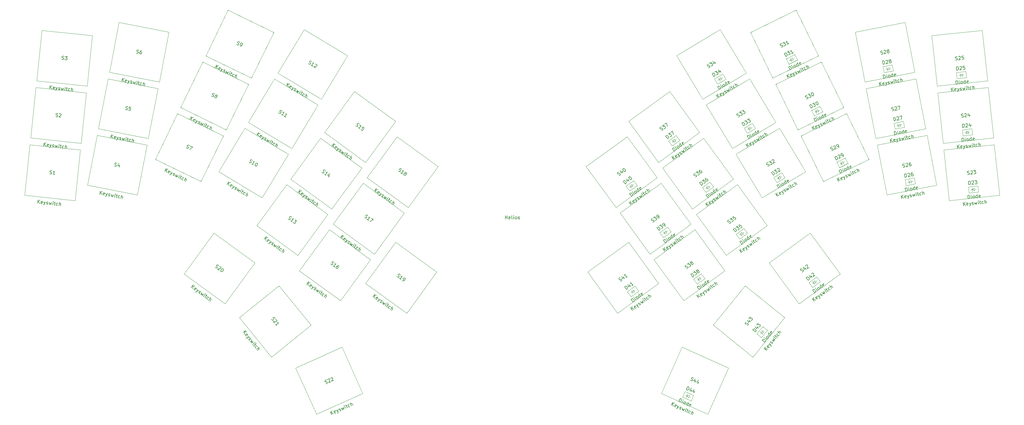
<source format=gbr>
G04 #@! TF.GenerationSoftware,KiCad,Pcbnew,8.0.3*
G04 #@! TF.CreationDate,2024-06-16T15:20:09+01:00*
G04 #@! TF.ProjectId,ykb,796b622e-6b69-4636-9164-5f7063625858,v1.0.0*
G04 #@! TF.SameCoordinates,Original*
G04 #@! TF.FileFunction,AssemblyDrawing,Top*
%FSLAX46Y46*%
G04 Gerber Fmt 4.6, Leading zero omitted, Abs format (unit mm)*
G04 Created by KiCad (PCBNEW 8.0.3) date 2024-06-16 15:20:09*
%MOMM*%
%LPD*%
G01*
G04 APERTURE LIST*
%ADD10C,0.150000*%
%ADD11C,0.100000*%
G04 APERTURE END LIST*
D10*
X223008571Y-165619819D02*
X223008571Y-164619819D01*
X223008571Y-165096009D02*
X223579999Y-165096009D01*
X223579999Y-165619819D02*
X223579999Y-164619819D01*
X224437142Y-165572200D02*
X224341904Y-165619819D01*
X224341904Y-165619819D02*
X224151428Y-165619819D01*
X224151428Y-165619819D02*
X224056190Y-165572200D01*
X224056190Y-165572200D02*
X224008571Y-165476961D01*
X224008571Y-165476961D02*
X224008571Y-165096009D01*
X224008571Y-165096009D02*
X224056190Y-165000771D01*
X224056190Y-165000771D02*
X224151428Y-164953152D01*
X224151428Y-164953152D02*
X224341904Y-164953152D01*
X224341904Y-164953152D02*
X224437142Y-165000771D01*
X224437142Y-165000771D02*
X224484761Y-165096009D01*
X224484761Y-165096009D02*
X224484761Y-165191247D01*
X224484761Y-165191247D02*
X224008571Y-165286485D01*
X225056190Y-165619819D02*
X224960952Y-165572200D01*
X224960952Y-165572200D02*
X224913333Y-165476961D01*
X224913333Y-165476961D02*
X224913333Y-164619819D01*
X225437143Y-165619819D02*
X225437143Y-164953152D01*
X225437143Y-164619819D02*
X225389524Y-164667438D01*
X225389524Y-164667438D02*
X225437143Y-164715057D01*
X225437143Y-164715057D02*
X225484762Y-164667438D01*
X225484762Y-164667438D02*
X225437143Y-164619819D01*
X225437143Y-164619819D02*
X225437143Y-164715057D01*
X226056190Y-165619819D02*
X225960952Y-165572200D01*
X225960952Y-165572200D02*
X225913333Y-165524580D01*
X225913333Y-165524580D02*
X225865714Y-165429342D01*
X225865714Y-165429342D02*
X225865714Y-165143628D01*
X225865714Y-165143628D02*
X225913333Y-165048390D01*
X225913333Y-165048390D02*
X225960952Y-165000771D01*
X225960952Y-165000771D02*
X226056190Y-164953152D01*
X226056190Y-164953152D02*
X226199047Y-164953152D01*
X226199047Y-164953152D02*
X226294285Y-165000771D01*
X226294285Y-165000771D02*
X226341904Y-165048390D01*
X226341904Y-165048390D02*
X226389523Y-165143628D01*
X226389523Y-165143628D02*
X226389523Y-165429342D01*
X226389523Y-165429342D02*
X226341904Y-165524580D01*
X226341904Y-165524580D02*
X226294285Y-165572200D01*
X226294285Y-165572200D02*
X226199047Y-165619819D01*
X226199047Y-165619819D02*
X226056190Y-165619819D01*
X226770476Y-165572200D02*
X226865714Y-165619819D01*
X226865714Y-165619819D02*
X227056190Y-165619819D01*
X227056190Y-165619819D02*
X227151428Y-165572200D01*
X227151428Y-165572200D02*
X227199047Y-165476961D01*
X227199047Y-165476961D02*
X227199047Y-165429342D01*
X227199047Y-165429342D02*
X227151428Y-165334104D01*
X227151428Y-165334104D02*
X227056190Y-165286485D01*
X227056190Y-165286485D02*
X226913333Y-165286485D01*
X226913333Y-165286485D02*
X226818095Y-165238866D01*
X226818095Y-165238866D02*
X226770476Y-165143628D01*
X226770476Y-165143628D02*
X226770476Y-165096009D01*
X226770476Y-165096009D02*
X226818095Y-165000771D01*
X226818095Y-165000771D02*
X226913333Y-164953152D01*
X226913333Y-164953152D02*
X227056190Y-164953152D01*
X227056190Y-164953152D02*
X227151428Y-165000771D01*
X272043973Y-220648058D02*
X272450710Y-219734513D01*
X272565999Y-220880479D02*
X272406901Y-220184137D01*
X272972736Y-219966933D02*
X272218289Y-220256539D01*
X273324904Y-221166240D02*
X273218532Y-221171005D01*
X273218532Y-221171005D02*
X273044523Y-221093531D01*
X273044523Y-221093531D02*
X272976887Y-221011292D01*
X272976887Y-221011292D02*
X272972122Y-220904920D01*
X272972122Y-220904920D02*
X273127069Y-220556902D01*
X273127069Y-220556902D02*
X273209308Y-220489267D01*
X273209308Y-220489267D02*
X273315681Y-220484501D01*
X273315681Y-220484501D02*
X273489689Y-220561975D01*
X273489689Y-220561975D02*
X273557325Y-220644214D01*
X273557325Y-220644214D02*
X273562091Y-220750587D01*
X273562091Y-220750587D02*
X273523354Y-220837591D01*
X273523354Y-220837591D02*
X273049595Y-220730911D01*
X273924711Y-220755659D02*
X273871064Y-221461531D01*
X274359733Y-220949343D02*
X273871064Y-221461531D01*
X273871064Y-221461531D02*
X273687218Y-221640305D01*
X273687218Y-221640305D02*
X273624347Y-221664439D01*
X273624347Y-221664439D02*
X273517975Y-221669204D01*
X274412459Y-221650450D02*
X274480095Y-221732689D01*
X274480095Y-221732689D02*
X274654104Y-221810163D01*
X274654104Y-221810163D02*
X274760476Y-221805398D01*
X274760476Y-221805398D02*
X274842715Y-221737762D01*
X274842715Y-221737762D02*
X274862084Y-221694259D01*
X274862084Y-221694259D02*
X274857318Y-221587887D01*
X274857318Y-221587887D02*
X274789682Y-221505648D01*
X274789682Y-221505648D02*
X274659176Y-221447542D01*
X274659176Y-221447542D02*
X274591540Y-221365303D01*
X274591540Y-221365303D02*
X274586775Y-221258931D01*
X274586775Y-221258931D02*
X274606143Y-221215429D01*
X274606143Y-221215429D02*
X274688382Y-221147793D01*
X274688382Y-221147793D02*
X274794755Y-221143027D01*
X274794755Y-221143027D02*
X274925261Y-221201133D01*
X274925261Y-221201133D02*
X274992897Y-221283372D01*
X275360283Y-221394817D02*
X275263134Y-222081321D01*
X275263134Y-222081321D02*
X275630827Y-221723773D01*
X275630827Y-221723773D02*
X275611151Y-222236268D01*
X275611151Y-222236268D02*
X276056318Y-221704711D01*
X276133177Y-222468689D02*
X276404335Y-221859659D01*
X276539914Y-221555143D02*
X276477043Y-221579277D01*
X276477043Y-221579277D02*
X276501177Y-221642148D01*
X276501177Y-221642148D02*
X276564048Y-221618014D01*
X276564048Y-221618014D02*
X276539914Y-221555143D01*
X276539914Y-221555143D02*
X276501177Y-221642148D01*
X276708850Y-221995237D02*
X277056867Y-222150185D01*
X276974935Y-221748827D02*
X276626304Y-222531866D01*
X276626304Y-222531866D02*
X276631069Y-222638239D01*
X276631069Y-222638239D02*
X276698705Y-222720478D01*
X276698705Y-222720478D02*
X276785709Y-222759215D01*
X277501113Y-223025607D02*
X277394740Y-223030373D01*
X277394740Y-223030373D02*
X277220731Y-222952899D01*
X277220731Y-222952899D02*
X277153095Y-222870660D01*
X277153095Y-222870660D02*
X277128962Y-222807790D01*
X277128962Y-222807790D02*
X277124196Y-222701417D01*
X277124196Y-222701417D02*
X277240407Y-222440404D01*
X277240407Y-222440404D02*
X277322646Y-222372768D01*
X277322646Y-222372768D02*
X277385516Y-222348634D01*
X277385516Y-222348634D02*
X277491889Y-222343869D01*
X277491889Y-222343869D02*
X277665898Y-222421343D01*
X277665898Y-222421343D02*
X277733534Y-222503582D01*
X277873264Y-223243425D02*
X278280001Y-222329880D01*
X278264783Y-223417741D02*
X278477836Y-222939217D01*
X278477836Y-222939217D02*
X278473071Y-222832845D01*
X278473071Y-222832845D02*
X278405435Y-222750606D01*
X278405435Y-222750606D02*
X278274928Y-222692500D01*
X278274928Y-222692500D02*
X278168555Y-222697266D01*
X278168555Y-222697266D02*
X278105685Y-222721399D01*
X277703320Y-213263910D02*
X277814459Y-213365517D01*
X277814459Y-213365517D02*
X278031969Y-213462359D01*
X278031969Y-213462359D02*
X278138342Y-213457594D01*
X278138342Y-213457594D02*
X278201213Y-213433460D01*
X278201213Y-213433460D02*
X278283452Y-213365824D01*
X278283452Y-213365824D02*
X278322188Y-213278820D01*
X278322188Y-213278820D02*
X278317423Y-213172447D01*
X278317423Y-213172447D02*
X278293289Y-213109576D01*
X278293289Y-213109576D02*
X278225653Y-213027337D01*
X278225653Y-213027337D02*
X278071013Y-212906362D01*
X278071013Y-212906362D02*
X278003377Y-212824123D01*
X278003377Y-212824123D02*
X277979244Y-212761252D01*
X277979244Y-212761252D02*
X277974478Y-212654879D01*
X277974478Y-212654879D02*
X278013215Y-212567875D01*
X278013215Y-212567875D02*
X278095454Y-212500239D01*
X278095454Y-212500239D02*
X278158325Y-212476105D01*
X278158325Y-212476105D02*
X278264697Y-212471340D01*
X278264697Y-212471340D02*
X278482208Y-212568182D01*
X278482208Y-212568182D02*
X278593346Y-212669789D01*
X279260175Y-213279434D02*
X278989017Y-213888464D01*
X279197611Y-212834575D02*
X278689574Y-213390265D01*
X278689574Y-213390265D02*
X279255102Y-213642054D01*
X280130218Y-213666802D02*
X279859060Y-214275832D01*
X280067655Y-213221943D02*
X279559618Y-213777633D01*
X279559618Y-213777633D02*
X280125146Y-214029423D01*
X300163742Y-204463903D02*
X299386596Y-203834583D01*
X300523354Y-204019820D02*
X299809562Y-203993271D01*
X299746208Y-203390499D02*
X299830680Y-204194195D01*
X300995797Y-203360734D02*
X300972868Y-203464716D01*
X300972868Y-203464716D02*
X300852998Y-203612743D01*
X300852998Y-203612743D02*
X300756056Y-203656790D01*
X300756056Y-203656790D02*
X300652074Y-203633861D01*
X300652074Y-203633861D02*
X300356019Y-203394120D01*
X300356019Y-203394120D02*
X300311972Y-203297178D01*
X300311972Y-203297178D02*
X300334901Y-203193196D01*
X300334901Y-203193196D02*
X300454771Y-203045169D01*
X300454771Y-203045169D02*
X300551713Y-203001122D01*
X300551713Y-203001122D02*
X300655695Y-203024051D01*
X300655695Y-203024051D02*
X300729709Y-203083986D01*
X300729709Y-203083986D02*
X300504046Y-203513991D01*
X300754448Y-202675099D02*
X301422383Y-202909611D01*
X301054124Y-202305030D02*
X301422383Y-202909611D01*
X301422383Y-202909611D02*
X301547483Y-203133463D01*
X301547483Y-203133463D02*
X301554522Y-203200438D01*
X301554522Y-203200438D02*
X301531594Y-203304419D01*
X301744988Y-202435560D02*
X301841930Y-202391514D01*
X301841930Y-202391514D02*
X301961801Y-202243486D01*
X301961801Y-202243486D02*
X301984729Y-202139504D01*
X301984729Y-202139504D02*
X301940683Y-202042562D01*
X301940683Y-202042562D02*
X301903676Y-202012595D01*
X301903676Y-202012595D02*
X301799694Y-201989666D01*
X301799694Y-201989666D02*
X301702752Y-202033712D01*
X301702752Y-202033712D02*
X301612849Y-202144733D01*
X301612849Y-202144733D02*
X301515907Y-202188780D01*
X301515907Y-202188780D02*
X301411925Y-202165851D01*
X301411925Y-202165851D02*
X301374919Y-202135884D01*
X301374919Y-202135884D02*
X301330872Y-202038941D01*
X301330872Y-202038941D02*
X301353801Y-201934960D01*
X301353801Y-201934960D02*
X301443703Y-201823939D01*
X301443703Y-201823939D02*
X301540646Y-201779893D01*
X301743380Y-201453869D02*
X302381348Y-201725388D01*
X302381348Y-201725388D02*
X302131149Y-201277684D01*
X302131149Y-201277684D02*
X302621089Y-201429333D01*
X302621089Y-201429333D02*
X302222862Y-200861758D01*
X302980701Y-200985249D02*
X302462603Y-200565703D01*
X302203555Y-200355929D02*
X302210594Y-200422904D01*
X302210594Y-200422904D02*
X302277568Y-200415864D01*
X302277568Y-200415864D02*
X302270529Y-200348890D01*
X302270529Y-200348890D02*
X302203555Y-200355929D01*
X302203555Y-200355929D02*
X302277568Y-200415864D01*
X302672376Y-200306654D02*
X302912118Y-200010599D01*
X302503231Y-199985860D02*
X303169356Y-200525277D01*
X303169356Y-200525277D02*
X303273337Y-200548206D01*
X303273337Y-200548206D02*
X303370280Y-200504160D01*
X303370280Y-200504160D02*
X303430215Y-200430146D01*
X303872690Y-199808066D02*
X303849762Y-199912048D01*
X303849762Y-199912048D02*
X303729891Y-200060076D01*
X303729891Y-200060076D02*
X303632949Y-200104122D01*
X303632949Y-200104122D02*
X303565975Y-200111161D01*
X303565975Y-200111161D02*
X303461993Y-200088233D01*
X303461993Y-200088233D02*
X303239951Y-199908427D01*
X303239951Y-199908427D02*
X303195905Y-199811485D01*
X303195905Y-199811485D02*
X303188866Y-199744510D01*
X303188866Y-199744510D02*
X303211794Y-199640529D01*
X303211794Y-199640529D02*
X303331665Y-199492501D01*
X303331665Y-199492501D02*
X303428607Y-199448455D01*
X304179406Y-199504971D02*
X303402260Y-198875651D01*
X304449115Y-199171909D02*
X304042038Y-198842265D01*
X304042038Y-198842265D02*
X303938057Y-198819337D01*
X303938057Y-198819337D02*
X303841115Y-198863383D01*
X303841115Y-198863383D02*
X303751212Y-198974404D01*
X303751212Y-198974404D02*
X303728283Y-199078385D01*
X303728283Y-199078385D02*
X303735323Y-199145360D01*
X294495949Y-197086235D02*
X294622859Y-197005182D01*
X294622859Y-197005182D02*
X294772697Y-196820147D01*
X294772697Y-196820147D02*
X294795625Y-196716166D01*
X294795625Y-196716166D02*
X294788586Y-196649191D01*
X294788586Y-196649191D02*
X294744540Y-196552249D01*
X294744540Y-196552249D02*
X294670526Y-196492314D01*
X294670526Y-196492314D02*
X294566544Y-196469385D01*
X294566544Y-196469385D02*
X294499570Y-196476425D01*
X294499570Y-196476425D02*
X294402628Y-196520471D01*
X294402628Y-196520471D02*
X294245750Y-196638531D01*
X294245750Y-196638531D02*
X294148808Y-196682577D01*
X294148808Y-196682577D02*
X294081833Y-196689617D01*
X294081833Y-196689617D02*
X293977852Y-196666688D01*
X293977852Y-196666688D02*
X293903838Y-196606753D01*
X293903838Y-196606753D02*
X293859792Y-196509811D01*
X293859792Y-196509811D02*
X293852752Y-196442836D01*
X293852752Y-196442836D02*
X293875681Y-196338855D01*
X293875681Y-196338855D02*
X294025519Y-196153820D01*
X294025519Y-196153820D02*
X294152429Y-196072767D01*
X294913888Y-195586447D02*
X295431985Y-196005994D01*
X294467994Y-195531741D02*
X294873260Y-196166290D01*
X294873260Y-196166290D02*
X295262839Y-195685200D01*
X294924548Y-195043611D02*
X295314127Y-194562521D01*
X295314127Y-194562521D02*
X295400409Y-195061311D01*
X295400409Y-195061311D02*
X295490312Y-194950290D01*
X295490312Y-194950290D02*
X295587255Y-194906244D01*
X295587255Y-194906244D02*
X295654229Y-194899204D01*
X295654229Y-194899204D02*
X295758211Y-194922133D01*
X295758211Y-194922133D02*
X295943245Y-195071971D01*
X295943245Y-195071971D02*
X295987292Y-195168913D01*
X295987292Y-195168913D02*
X295994331Y-195235888D01*
X295994331Y-195235888D02*
X295971403Y-195339869D01*
X295971403Y-195339869D02*
X295791597Y-195561911D01*
X295791597Y-195561911D02*
X295694655Y-195605957D01*
X295694655Y-195605957D02*
X295627680Y-195612996D01*
X314215767Y-189886180D02*
X313627982Y-189077163D01*
X314678063Y-189550302D02*
X313995464Y-189339915D01*
X314090277Y-188741285D02*
X313963859Y-189539458D01*
X315304991Y-189035952D02*
X315255932Y-189130456D01*
X315255932Y-189130456D02*
X315101834Y-189242415D01*
X315101834Y-189242415D02*
X314996795Y-189259870D01*
X314996795Y-189259870D02*
X314902290Y-189210810D01*
X314902290Y-189210810D02*
X314678372Y-188902613D01*
X314678372Y-188902613D02*
X314660917Y-188797574D01*
X314660917Y-188797574D02*
X314709977Y-188703070D01*
X314709977Y-188703070D02*
X314864075Y-188591111D01*
X314864075Y-188591111D02*
X314969114Y-188573656D01*
X314969114Y-188573656D02*
X315063618Y-188622716D01*
X315063618Y-188622716D02*
X315119598Y-188699765D01*
X315119598Y-188699765D02*
X314790331Y-189056712D01*
X315249321Y-188311213D02*
X315833801Y-188710609D01*
X315634568Y-188031315D02*
X315833801Y-188710609D01*
X315833801Y-188710609D02*
X315896701Y-188959212D01*
X315896701Y-188959212D02*
X315886166Y-189025726D01*
X315886166Y-189025726D02*
X315837107Y-189120230D01*
X316268107Y-188336207D02*
X316373146Y-188318752D01*
X316373146Y-188318752D02*
X316527245Y-188206793D01*
X316527245Y-188206793D02*
X316576304Y-188112289D01*
X316576304Y-188112289D02*
X316558849Y-188007250D01*
X316558849Y-188007250D02*
X316530859Y-187968725D01*
X316530859Y-187968725D02*
X316436355Y-187919666D01*
X316436355Y-187919666D02*
X316331316Y-187937121D01*
X316331316Y-187937121D02*
X316215742Y-188021090D01*
X316215742Y-188021090D02*
X316110703Y-188038545D01*
X316110703Y-188038545D02*
X316016199Y-187989485D01*
X316016199Y-187989485D02*
X315988210Y-187950961D01*
X315988210Y-187950961D02*
X315970755Y-187845922D01*
X315970755Y-187845922D02*
X316019814Y-187751418D01*
X316019814Y-187751418D02*
X316135388Y-187667448D01*
X316135388Y-187667448D02*
X316240427Y-187649993D01*
X316520634Y-187387550D02*
X317066590Y-187814936D01*
X317066590Y-187814936D02*
X316940790Y-187317731D01*
X316940790Y-187317731D02*
X317374787Y-187591018D01*
X317374787Y-187591018D02*
X317137028Y-186939714D01*
X317837082Y-187255141D02*
X317445225Y-186715796D01*
X317249297Y-186446124D02*
X317238762Y-186512638D01*
X317238762Y-186512638D02*
X317305276Y-186523173D01*
X317305276Y-186523173D02*
X317315811Y-186456658D01*
X317315811Y-186456658D02*
X317249297Y-186446124D01*
X317249297Y-186446124D02*
X317305276Y-186523173D01*
X317714897Y-186519868D02*
X318023094Y-186295950D01*
X317634542Y-186166226D02*
X318138358Y-186859669D01*
X318138358Y-186859669D02*
X318232863Y-186908729D01*
X318232863Y-186908729D02*
X318337902Y-186891274D01*
X318337902Y-186891274D02*
X318414951Y-186835294D01*
X319003355Y-186348933D02*
X318954296Y-186443437D01*
X318954296Y-186443437D02*
X318800197Y-186555396D01*
X318800197Y-186555396D02*
X318695158Y-186572851D01*
X318695158Y-186572851D02*
X318628644Y-186562316D01*
X318628644Y-186562316D02*
X318534140Y-186513257D01*
X318534140Y-186513257D02*
X318366201Y-186282109D01*
X318366201Y-186282109D02*
X318348746Y-186177070D01*
X318348746Y-186177070D02*
X318359281Y-186110556D01*
X318359281Y-186110556D02*
X318408340Y-186016052D01*
X318408340Y-186016052D02*
X318562439Y-185904092D01*
X318562439Y-185904092D02*
X318667478Y-185886638D01*
X319378067Y-186135550D02*
X318790281Y-185326533D01*
X319724788Y-185883642D02*
X319416901Y-185459871D01*
X319416901Y-185459871D02*
X319322397Y-185410811D01*
X319322397Y-185410811D02*
X319217358Y-185428266D01*
X319217358Y-185428266D02*
X319101784Y-185512236D01*
X319101784Y-185512236D02*
X319052724Y-185606740D01*
X319052724Y-185606740D02*
X319042189Y-185673254D01*
X310650581Y-181292967D02*
X310794145Y-181247522D01*
X310794145Y-181247522D02*
X310986768Y-181107574D01*
X310986768Y-181107574D02*
X311035827Y-181013069D01*
X311035827Y-181013069D02*
X311046362Y-180946555D01*
X311046362Y-180946555D02*
X311028907Y-180841516D01*
X311028907Y-180841516D02*
X310972927Y-180764467D01*
X310972927Y-180764467D02*
X310878423Y-180715407D01*
X310878423Y-180715407D02*
X310811909Y-180704872D01*
X310811909Y-180704872D02*
X310706870Y-180722327D01*
X310706870Y-180722327D02*
X310524782Y-180795762D01*
X310524782Y-180795762D02*
X310419743Y-180813217D01*
X310419743Y-180813217D02*
X310353228Y-180802682D01*
X310353228Y-180802682D02*
X310258724Y-180753622D01*
X310258724Y-180753622D02*
X310202745Y-180676573D01*
X310202745Y-180676573D02*
X310185290Y-180571534D01*
X310185290Y-180571534D02*
X310195824Y-180505020D01*
X310195824Y-180505020D02*
X310244884Y-180410516D01*
X310244884Y-180410516D02*
X310437507Y-180270567D01*
X310437507Y-180270567D02*
X310581071Y-180225122D01*
X311442452Y-179952454D02*
X311834309Y-180491798D01*
X311025911Y-179784206D02*
X311253135Y-180502024D01*
X311253135Y-180502024D02*
X311753955Y-180138157D01*
X311687750Y-179479933D02*
X311698285Y-179413419D01*
X311698285Y-179413419D02*
X311747344Y-179318914D01*
X311747344Y-179318914D02*
X311939967Y-179178966D01*
X311939967Y-179178966D02*
X312045006Y-179161511D01*
X312045006Y-179161511D02*
X312111521Y-179172045D01*
X312111521Y-179172045D02*
X312206025Y-179221105D01*
X312206025Y-179221105D02*
X312262004Y-179298154D01*
X312262004Y-179298154D02*
X312307449Y-179441718D01*
X312307449Y-179441718D02*
X312181031Y-180239890D01*
X312181031Y-180239890D02*
X312681851Y-179876023D01*
X260573200Y-192612093D02*
X259985415Y-191803076D01*
X261035496Y-192276215D02*
X260352897Y-192065828D01*
X260447710Y-191467198D02*
X260321292Y-192265371D01*
X261662424Y-191761865D02*
X261613365Y-191856369D01*
X261613365Y-191856369D02*
X261459267Y-191968328D01*
X261459267Y-191968328D02*
X261354228Y-191985783D01*
X261354228Y-191985783D02*
X261259723Y-191936723D01*
X261259723Y-191936723D02*
X261035805Y-191628526D01*
X261035805Y-191628526D02*
X261018350Y-191523487D01*
X261018350Y-191523487D02*
X261067410Y-191428983D01*
X261067410Y-191428983D02*
X261221508Y-191317024D01*
X261221508Y-191317024D02*
X261326547Y-191299569D01*
X261326547Y-191299569D02*
X261421051Y-191348629D01*
X261421051Y-191348629D02*
X261477031Y-191425678D01*
X261477031Y-191425678D02*
X261147764Y-191782625D01*
X261606754Y-191037126D02*
X262191234Y-191436522D01*
X261992001Y-190757228D02*
X262191234Y-191436522D01*
X262191234Y-191436522D02*
X262254134Y-191685125D01*
X262254134Y-191685125D02*
X262243599Y-191751639D01*
X262243599Y-191751639D02*
X262194540Y-191846143D01*
X262625540Y-191062120D02*
X262730579Y-191044665D01*
X262730579Y-191044665D02*
X262884678Y-190932706D01*
X262884678Y-190932706D02*
X262933737Y-190838202D01*
X262933737Y-190838202D02*
X262916282Y-190733163D01*
X262916282Y-190733163D02*
X262888292Y-190694638D01*
X262888292Y-190694638D02*
X262793788Y-190645579D01*
X262793788Y-190645579D02*
X262688749Y-190663034D01*
X262688749Y-190663034D02*
X262573175Y-190747003D01*
X262573175Y-190747003D02*
X262468136Y-190764458D01*
X262468136Y-190764458D02*
X262373632Y-190715398D01*
X262373632Y-190715398D02*
X262345643Y-190676874D01*
X262345643Y-190676874D02*
X262328188Y-190571835D01*
X262328188Y-190571835D02*
X262377247Y-190477331D01*
X262377247Y-190477331D02*
X262492821Y-190393361D01*
X262492821Y-190393361D02*
X262597860Y-190375906D01*
X262878067Y-190113463D02*
X263424023Y-190540849D01*
X263424023Y-190540849D02*
X263298223Y-190043644D01*
X263298223Y-190043644D02*
X263732220Y-190316931D01*
X263732220Y-190316931D02*
X263494461Y-189665627D01*
X264194515Y-189981054D02*
X263802658Y-189441709D01*
X263606730Y-189172037D02*
X263596195Y-189238551D01*
X263596195Y-189238551D02*
X263662709Y-189249086D01*
X263662709Y-189249086D02*
X263673244Y-189182571D01*
X263673244Y-189182571D02*
X263606730Y-189172037D01*
X263606730Y-189172037D02*
X263662709Y-189249086D01*
X264072330Y-189245781D02*
X264380527Y-189021863D01*
X263991975Y-188892139D02*
X264495791Y-189585582D01*
X264495791Y-189585582D02*
X264590296Y-189634642D01*
X264590296Y-189634642D02*
X264695335Y-189617187D01*
X264695335Y-189617187D02*
X264772384Y-189561207D01*
X265360788Y-189074846D02*
X265311729Y-189169350D01*
X265311729Y-189169350D02*
X265157630Y-189281309D01*
X265157630Y-189281309D02*
X265052591Y-189298764D01*
X265052591Y-189298764D02*
X264986077Y-189288229D01*
X264986077Y-189288229D02*
X264891573Y-189239170D01*
X264891573Y-189239170D02*
X264723634Y-189008022D01*
X264723634Y-189008022D02*
X264706179Y-188902983D01*
X264706179Y-188902983D02*
X264716714Y-188836469D01*
X264716714Y-188836469D02*
X264765773Y-188741965D01*
X264765773Y-188741965D02*
X264919872Y-188630005D01*
X264919872Y-188630005D02*
X265024911Y-188612551D01*
X265735500Y-188861463D02*
X265147714Y-188052446D01*
X266082221Y-188609555D02*
X265774334Y-188185784D01*
X265774334Y-188185784D02*
X265679830Y-188136724D01*
X265679830Y-188136724D02*
X265574791Y-188154179D01*
X265574791Y-188154179D02*
X265459217Y-188238149D01*
X265459217Y-188238149D02*
X265410157Y-188332653D01*
X265410157Y-188332653D02*
X265399622Y-188399167D01*
X257008014Y-184018880D02*
X257151578Y-183973435D01*
X257151578Y-183973435D02*
X257344201Y-183833487D01*
X257344201Y-183833487D02*
X257393260Y-183738982D01*
X257393260Y-183738982D02*
X257403795Y-183672468D01*
X257403795Y-183672468D02*
X257386340Y-183567429D01*
X257386340Y-183567429D02*
X257330360Y-183490380D01*
X257330360Y-183490380D02*
X257235856Y-183441320D01*
X257235856Y-183441320D02*
X257169342Y-183430785D01*
X257169342Y-183430785D02*
X257064303Y-183448240D01*
X257064303Y-183448240D02*
X256882215Y-183521675D01*
X256882215Y-183521675D02*
X256777176Y-183539130D01*
X256777176Y-183539130D02*
X256710661Y-183528595D01*
X256710661Y-183528595D02*
X256616157Y-183479535D01*
X256616157Y-183479535D02*
X256560178Y-183402486D01*
X256560178Y-183402486D02*
X256542723Y-183297447D01*
X256542723Y-183297447D02*
X256553257Y-183230933D01*
X256553257Y-183230933D02*
X256602317Y-183136429D01*
X256602317Y-183136429D02*
X256794940Y-182996480D01*
X256794940Y-182996480D02*
X256938504Y-182951035D01*
X257799885Y-182678367D02*
X258191742Y-183217711D01*
X257383344Y-182510119D02*
X257610568Y-183227937D01*
X257610568Y-183227937D02*
X258111388Y-182864070D01*
X259039284Y-182601936D02*
X258576989Y-182937814D01*
X258808136Y-182769875D02*
X258220351Y-181960858D01*
X258220351Y-181960858D02*
X258227271Y-182132411D01*
X258227271Y-182132411D02*
X258206201Y-182265440D01*
X258206201Y-182265440D02*
X258157142Y-182359944D01*
X260146982Y-161402025D02*
X259559197Y-160593008D01*
X260609278Y-161066147D02*
X259926679Y-160855760D01*
X260021492Y-160257130D02*
X259895074Y-161055303D01*
X261236206Y-160551797D02*
X261187147Y-160646301D01*
X261187147Y-160646301D02*
X261033049Y-160758260D01*
X261033049Y-160758260D02*
X260928010Y-160775715D01*
X260928010Y-160775715D02*
X260833505Y-160726655D01*
X260833505Y-160726655D02*
X260609587Y-160418458D01*
X260609587Y-160418458D02*
X260592132Y-160313419D01*
X260592132Y-160313419D02*
X260641192Y-160218915D01*
X260641192Y-160218915D02*
X260795290Y-160106956D01*
X260795290Y-160106956D02*
X260900329Y-160089501D01*
X260900329Y-160089501D02*
X260994833Y-160138561D01*
X260994833Y-160138561D02*
X261050813Y-160215610D01*
X261050813Y-160215610D02*
X260721546Y-160572557D01*
X261180536Y-159827058D02*
X261765016Y-160226454D01*
X261565783Y-159547160D02*
X261765016Y-160226454D01*
X261765016Y-160226454D02*
X261827916Y-160475057D01*
X261827916Y-160475057D02*
X261817381Y-160541571D01*
X261817381Y-160541571D02*
X261768322Y-160636075D01*
X262199322Y-159852052D02*
X262304361Y-159834597D01*
X262304361Y-159834597D02*
X262458460Y-159722638D01*
X262458460Y-159722638D02*
X262507519Y-159628134D01*
X262507519Y-159628134D02*
X262490064Y-159523095D01*
X262490064Y-159523095D02*
X262462074Y-159484570D01*
X262462074Y-159484570D02*
X262367570Y-159435511D01*
X262367570Y-159435511D02*
X262262531Y-159452966D01*
X262262531Y-159452966D02*
X262146957Y-159536935D01*
X262146957Y-159536935D02*
X262041918Y-159554390D01*
X262041918Y-159554390D02*
X261947414Y-159505330D01*
X261947414Y-159505330D02*
X261919425Y-159466806D01*
X261919425Y-159466806D02*
X261901970Y-159361767D01*
X261901970Y-159361767D02*
X261951029Y-159267263D01*
X261951029Y-159267263D02*
X262066603Y-159183293D01*
X262066603Y-159183293D02*
X262171642Y-159165838D01*
X262451849Y-158903395D02*
X262997805Y-159330781D01*
X262997805Y-159330781D02*
X262872005Y-158833576D01*
X262872005Y-158833576D02*
X263306002Y-159106863D01*
X263306002Y-159106863D02*
X263068243Y-158455559D01*
X263768297Y-158770986D02*
X263376440Y-158231641D01*
X263180512Y-157961969D02*
X263169977Y-158028483D01*
X263169977Y-158028483D02*
X263236491Y-158039018D01*
X263236491Y-158039018D02*
X263247026Y-157972503D01*
X263247026Y-157972503D02*
X263180512Y-157961969D01*
X263180512Y-157961969D02*
X263236491Y-158039018D01*
X263646112Y-158035713D02*
X263954309Y-157811795D01*
X263565757Y-157682071D02*
X264069573Y-158375514D01*
X264069573Y-158375514D02*
X264164078Y-158424574D01*
X264164078Y-158424574D02*
X264269117Y-158407119D01*
X264269117Y-158407119D02*
X264346166Y-158351139D01*
X264934570Y-157864778D02*
X264885511Y-157959282D01*
X264885511Y-157959282D02*
X264731412Y-158071241D01*
X264731412Y-158071241D02*
X264626373Y-158088696D01*
X264626373Y-158088696D02*
X264559859Y-158078161D01*
X264559859Y-158078161D02*
X264465355Y-158029102D01*
X264465355Y-158029102D02*
X264297416Y-157797954D01*
X264297416Y-157797954D02*
X264279961Y-157692915D01*
X264279961Y-157692915D02*
X264290496Y-157626401D01*
X264290496Y-157626401D02*
X264339555Y-157531897D01*
X264339555Y-157531897D02*
X264493654Y-157419937D01*
X264493654Y-157419937D02*
X264598693Y-157402483D01*
X265309282Y-157651395D02*
X264721496Y-156842378D01*
X265656003Y-157399487D02*
X265348116Y-156975716D01*
X265348116Y-156975716D02*
X265253612Y-156926656D01*
X265253612Y-156926656D02*
X265148573Y-156944111D01*
X265148573Y-156944111D02*
X265032999Y-157028081D01*
X265032999Y-157028081D02*
X264983939Y-157122585D01*
X264983939Y-157122585D02*
X264973404Y-157189099D01*
X256581796Y-152808812D02*
X256725360Y-152763367D01*
X256725360Y-152763367D02*
X256917983Y-152623419D01*
X256917983Y-152623419D02*
X256967042Y-152528914D01*
X256967042Y-152528914D02*
X256977577Y-152462400D01*
X256977577Y-152462400D02*
X256960122Y-152357361D01*
X256960122Y-152357361D02*
X256904142Y-152280312D01*
X256904142Y-152280312D02*
X256809638Y-152231252D01*
X256809638Y-152231252D02*
X256743124Y-152220717D01*
X256743124Y-152220717D02*
X256638085Y-152238172D01*
X256638085Y-152238172D02*
X256455997Y-152311607D01*
X256455997Y-152311607D02*
X256350958Y-152329062D01*
X256350958Y-152329062D02*
X256284443Y-152318527D01*
X256284443Y-152318527D02*
X256189939Y-152269467D01*
X256189939Y-152269467D02*
X256133960Y-152192418D01*
X256133960Y-152192418D02*
X256116505Y-152087379D01*
X256116505Y-152087379D02*
X256127039Y-152020865D01*
X256127039Y-152020865D02*
X256176099Y-151926361D01*
X256176099Y-151926361D02*
X256368722Y-151786412D01*
X256368722Y-151786412D02*
X256512286Y-151740967D01*
X257373667Y-151468299D02*
X257765524Y-152007643D01*
X256957126Y-151300051D02*
X257184350Y-152017869D01*
X257184350Y-152017869D02*
X257685170Y-151654002D01*
X257755608Y-150778780D02*
X257832658Y-150722800D01*
X257832658Y-150722800D02*
X257937697Y-150705345D01*
X257937697Y-150705345D02*
X258004211Y-150715880D01*
X258004211Y-150715880D02*
X258098715Y-150764940D01*
X258098715Y-150764940D02*
X258249199Y-150891048D01*
X258249199Y-150891048D02*
X258389148Y-151083671D01*
X258389148Y-151083671D02*
X258462582Y-151265760D01*
X258462582Y-151265760D02*
X258480037Y-151370799D01*
X258480037Y-151370799D02*
X258469502Y-151437313D01*
X258469502Y-151437313D02*
X258420443Y-151531817D01*
X258420443Y-151531817D02*
X258343394Y-151587797D01*
X258343394Y-151587797D02*
X258238355Y-151605252D01*
X258238355Y-151605252D02*
X258171840Y-151594717D01*
X258171840Y-151594717D02*
X258077336Y-151545657D01*
X258077336Y-151545657D02*
X257926852Y-151419549D01*
X257926852Y-151419549D02*
X257786903Y-151226926D01*
X257786903Y-151226926D02*
X257713469Y-151044837D01*
X257713469Y-151044837D02*
X257696014Y-150939798D01*
X257696014Y-150939798D02*
X257706549Y-150873284D01*
X257706549Y-150873284D02*
X257755608Y-150778780D01*
X270139331Y-175155314D02*
X269551546Y-174346297D01*
X270601627Y-174819436D02*
X269919028Y-174609049D01*
X270013841Y-174010419D02*
X269887423Y-174808592D01*
X271228555Y-174305086D02*
X271179496Y-174399590D01*
X271179496Y-174399590D02*
X271025398Y-174511549D01*
X271025398Y-174511549D02*
X270920359Y-174529004D01*
X270920359Y-174529004D02*
X270825854Y-174479944D01*
X270825854Y-174479944D02*
X270601936Y-174171747D01*
X270601936Y-174171747D02*
X270584481Y-174066708D01*
X270584481Y-174066708D02*
X270633541Y-173972204D01*
X270633541Y-173972204D02*
X270787639Y-173860245D01*
X270787639Y-173860245D02*
X270892678Y-173842790D01*
X270892678Y-173842790D02*
X270987182Y-173891850D01*
X270987182Y-173891850D02*
X271043162Y-173968899D01*
X271043162Y-173968899D02*
X270713895Y-174325846D01*
X271172885Y-173580347D02*
X271757365Y-173979743D01*
X271558132Y-173300449D02*
X271757365Y-173979743D01*
X271757365Y-173979743D02*
X271820265Y-174228346D01*
X271820265Y-174228346D02*
X271809730Y-174294860D01*
X271809730Y-174294860D02*
X271760671Y-174389364D01*
X272191671Y-173605341D02*
X272296710Y-173587886D01*
X272296710Y-173587886D02*
X272450809Y-173475927D01*
X272450809Y-173475927D02*
X272499868Y-173381423D01*
X272499868Y-173381423D02*
X272482413Y-173276384D01*
X272482413Y-173276384D02*
X272454423Y-173237859D01*
X272454423Y-173237859D02*
X272359919Y-173188800D01*
X272359919Y-173188800D02*
X272254880Y-173206255D01*
X272254880Y-173206255D02*
X272139306Y-173290224D01*
X272139306Y-173290224D02*
X272034267Y-173307679D01*
X272034267Y-173307679D02*
X271939763Y-173258619D01*
X271939763Y-173258619D02*
X271911774Y-173220095D01*
X271911774Y-173220095D02*
X271894319Y-173115056D01*
X271894319Y-173115056D02*
X271943378Y-173020552D01*
X271943378Y-173020552D02*
X272058952Y-172936582D01*
X272058952Y-172936582D02*
X272163991Y-172919127D01*
X272444198Y-172656684D02*
X272990154Y-173084070D01*
X272990154Y-173084070D02*
X272864354Y-172586865D01*
X272864354Y-172586865D02*
X273298351Y-172860152D01*
X273298351Y-172860152D02*
X273060592Y-172208848D01*
X273760646Y-172524275D02*
X273368789Y-171984930D01*
X273172861Y-171715258D02*
X273162326Y-171781772D01*
X273162326Y-171781772D02*
X273228840Y-171792307D01*
X273228840Y-171792307D02*
X273239375Y-171725792D01*
X273239375Y-171725792D02*
X273172861Y-171715258D01*
X273172861Y-171715258D02*
X273228840Y-171792307D01*
X273638461Y-171789002D02*
X273946658Y-171565084D01*
X273558106Y-171435360D02*
X274061922Y-172128803D01*
X274061922Y-172128803D02*
X274156427Y-172177863D01*
X274156427Y-172177863D02*
X274261466Y-172160408D01*
X274261466Y-172160408D02*
X274338515Y-172104428D01*
X274926919Y-171618067D02*
X274877860Y-171712571D01*
X274877860Y-171712571D02*
X274723761Y-171824530D01*
X274723761Y-171824530D02*
X274618722Y-171841985D01*
X274618722Y-171841985D02*
X274552208Y-171831450D01*
X274552208Y-171831450D02*
X274457704Y-171782391D01*
X274457704Y-171782391D02*
X274289765Y-171551243D01*
X274289765Y-171551243D02*
X274272310Y-171446204D01*
X274272310Y-171446204D02*
X274282845Y-171379690D01*
X274282845Y-171379690D02*
X274331904Y-171285186D01*
X274331904Y-171285186D02*
X274486003Y-171173226D01*
X274486003Y-171173226D02*
X274591042Y-171155772D01*
X275301631Y-171404684D02*
X274713845Y-170595667D01*
X275648352Y-171152776D02*
X275340465Y-170729005D01*
X275340465Y-170729005D02*
X275245961Y-170679945D01*
X275245961Y-170679945D02*
X275140922Y-170697400D01*
X275140922Y-170697400D02*
X275025348Y-170781370D01*
X275025348Y-170781370D02*
X274976288Y-170875874D01*
X274976288Y-170875874D02*
X274965753Y-170942388D01*
X266574145Y-166562101D02*
X266717709Y-166516656D01*
X266717709Y-166516656D02*
X266910332Y-166376708D01*
X266910332Y-166376708D02*
X266959391Y-166282203D01*
X266959391Y-166282203D02*
X266969926Y-166215689D01*
X266969926Y-166215689D02*
X266952471Y-166110650D01*
X266952471Y-166110650D02*
X266896491Y-166033601D01*
X266896491Y-166033601D02*
X266801987Y-165984541D01*
X266801987Y-165984541D02*
X266735473Y-165974006D01*
X266735473Y-165974006D02*
X266630434Y-165991461D01*
X266630434Y-165991461D02*
X266448346Y-166064896D01*
X266448346Y-166064896D02*
X266343307Y-166082351D01*
X266343307Y-166082351D02*
X266276792Y-166071816D01*
X266276792Y-166071816D02*
X266182288Y-166022756D01*
X266182288Y-166022756D02*
X266126309Y-165945707D01*
X266126309Y-165945707D02*
X266108854Y-165840668D01*
X266108854Y-165840668D02*
X266119388Y-165774154D01*
X266119388Y-165774154D02*
X266168448Y-165679650D01*
X266168448Y-165679650D02*
X266361071Y-165539701D01*
X266361071Y-165539701D02*
X266504635Y-165494256D01*
X266746317Y-165259803D02*
X267247137Y-164895936D01*
X267247137Y-164895936D02*
X267201383Y-165400061D01*
X267201383Y-165400061D02*
X267316957Y-165316092D01*
X267316957Y-165316092D02*
X267421996Y-165298637D01*
X267421996Y-165298637D02*
X267488510Y-165309172D01*
X267488510Y-165309172D02*
X267583015Y-165358231D01*
X267583015Y-165358231D02*
X267722963Y-165550854D01*
X267722963Y-165550854D02*
X267740418Y-165655893D01*
X267740418Y-165655893D02*
X267729884Y-165722408D01*
X267729884Y-165722408D02*
X267680824Y-165816912D01*
X267680824Y-165816912D02*
X267449676Y-165984851D01*
X267449676Y-165984851D02*
X267344637Y-166002306D01*
X267344637Y-166002306D02*
X267278123Y-165991771D01*
X268220169Y-165425055D02*
X268374267Y-165313096D01*
X268374267Y-165313096D02*
X268423327Y-165218592D01*
X268423327Y-165218592D02*
X268433862Y-165152077D01*
X268433862Y-165152077D02*
X268426941Y-164980524D01*
X268426941Y-164980524D02*
X268353507Y-164798436D01*
X268353507Y-164798436D02*
X268129589Y-164490239D01*
X268129589Y-164490239D02*
X268035085Y-164441179D01*
X268035085Y-164441179D02*
X267968570Y-164430645D01*
X267968570Y-164430645D02*
X267863531Y-164448100D01*
X267863531Y-164448100D02*
X267709433Y-164560059D01*
X267709433Y-164560059D02*
X267660373Y-164654563D01*
X267660373Y-164654563D02*
X267649838Y-164721077D01*
X267649838Y-164721077D02*
X267667293Y-164826116D01*
X267667293Y-164826116D02*
X267807242Y-165018739D01*
X267807242Y-165018739D02*
X267901746Y-165067799D01*
X267901746Y-165067799D02*
X267968261Y-165078334D01*
X267968261Y-165078334D02*
X268073300Y-165060879D01*
X268073300Y-165060879D02*
X268227398Y-164948920D01*
X268227398Y-164948920D02*
X268276458Y-164854415D01*
X268276458Y-164854415D02*
X268286993Y-164787901D01*
X268286993Y-164787901D02*
X268269538Y-164682862D01*
X280131680Y-188908603D02*
X279543895Y-188099586D01*
X280593976Y-188572725D02*
X279911377Y-188362338D01*
X280006190Y-187763708D02*
X279879772Y-188561881D01*
X281220904Y-188058375D02*
X281171845Y-188152879D01*
X281171845Y-188152879D02*
X281017747Y-188264838D01*
X281017747Y-188264838D02*
X280912708Y-188282293D01*
X280912708Y-188282293D02*
X280818203Y-188233233D01*
X280818203Y-188233233D02*
X280594285Y-187925036D01*
X280594285Y-187925036D02*
X280576830Y-187819997D01*
X280576830Y-187819997D02*
X280625890Y-187725493D01*
X280625890Y-187725493D02*
X280779988Y-187613534D01*
X280779988Y-187613534D02*
X280885027Y-187596079D01*
X280885027Y-187596079D02*
X280979531Y-187645139D01*
X280979531Y-187645139D02*
X281035511Y-187722188D01*
X281035511Y-187722188D02*
X280706244Y-188079135D01*
X281165234Y-187333636D02*
X281749714Y-187733032D01*
X281550481Y-187053738D02*
X281749714Y-187733032D01*
X281749714Y-187733032D02*
X281812614Y-187981635D01*
X281812614Y-187981635D02*
X281802079Y-188048149D01*
X281802079Y-188048149D02*
X281753020Y-188142653D01*
X282184020Y-187358630D02*
X282289059Y-187341175D01*
X282289059Y-187341175D02*
X282443158Y-187229216D01*
X282443158Y-187229216D02*
X282492217Y-187134712D01*
X282492217Y-187134712D02*
X282474762Y-187029673D01*
X282474762Y-187029673D02*
X282446772Y-186991148D01*
X282446772Y-186991148D02*
X282352268Y-186942089D01*
X282352268Y-186942089D02*
X282247229Y-186959544D01*
X282247229Y-186959544D02*
X282131655Y-187043513D01*
X282131655Y-187043513D02*
X282026616Y-187060968D01*
X282026616Y-187060968D02*
X281932112Y-187011908D01*
X281932112Y-187011908D02*
X281904123Y-186973384D01*
X281904123Y-186973384D02*
X281886668Y-186868345D01*
X281886668Y-186868345D02*
X281935727Y-186773841D01*
X281935727Y-186773841D02*
X282051301Y-186689871D01*
X282051301Y-186689871D02*
X282156340Y-186672416D01*
X282436547Y-186409973D02*
X282982503Y-186837359D01*
X282982503Y-186837359D02*
X282856703Y-186340154D01*
X282856703Y-186340154D02*
X283290700Y-186613441D01*
X283290700Y-186613441D02*
X283052941Y-185962137D01*
X283752995Y-186277564D02*
X283361138Y-185738219D01*
X283165210Y-185468547D02*
X283154675Y-185535061D01*
X283154675Y-185535061D02*
X283221189Y-185545596D01*
X283221189Y-185545596D02*
X283231724Y-185479081D01*
X283231724Y-185479081D02*
X283165210Y-185468547D01*
X283165210Y-185468547D02*
X283221189Y-185545596D01*
X283630810Y-185542291D02*
X283939007Y-185318373D01*
X283550455Y-185188649D02*
X284054271Y-185882092D01*
X284054271Y-185882092D02*
X284148776Y-185931152D01*
X284148776Y-185931152D02*
X284253815Y-185913697D01*
X284253815Y-185913697D02*
X284330864Y-185857717D01*
X284919268Y-185371356D02*
X284870209Y-185465860D01*
X284870209Y-185465860D02*
X284716110Y-185577819D01*
X284716110Y-185577819D02*
X284611071Y-185595274D01*
X284611071Y-185595274D02*
X284544557Y-185584739D01*
X284544557Y-185584739D02*
X284450053Y-185535680D01*
X284450053Y-185535680D02*
X284282114Y-185304532D01*
X284282114Y-185304532D02*
X284264659Y-185199493D01*
X284264659Y-185199493D02*
X284275194Y-185132979D01*
X284275194Y-185132979D02*
X284324253Y-185038475D01*
X284324253Y-185038475D02*
X284478352Y-184926515D01*
X284478352Y-184926515D02*
X284583391Y-184909061D01*
X285293980Y-185157973D02*
X284706194Y-184348956D01*
X285640701Y-184906065D02*
X285332814Y-184482294D01*
X285332814Y-184482294D02*
X285238310Y-184433234D01*
X285238310Y-184433234D02*
X285133271Y-184450689D01*
X285133271Y-184450689D02*
X285017697Y-184534659D01*
X285017697Y-184534659D02*
X284968637Y-184629163D01*
X284968637Y-184629163D02*
X284958102Y-184695677D01*
X276566494Y-180315390D02*
X276710058Y-180269945D01*
X276710058Y-180269945D02*
X276902681Y-180129997D01*
X276902681Y-180129997D02*
X276951740Y-180035492D01*
X276951740Y-180035492D02*
X276962275Y-179968978D01*
X276962275Y-179968978D02*
X276944820Y-179863939D01*
X276944820Y-179863939D02*
X276888840Y-179786890D01*
X276888840Y-179786890D02*
X276794336Y-179737830D01*
X276794336Y-179737830D02*
X276727822Y-179727295D01*
X276727822Y-179727295D02*
X276622783Y-179744750D01*
X276622783Y-179744750D02*
X276440695Y-179818185D01*
X276440695Y-179818185D02*
X276335656Y-179835640D01*
X276335656Y-179835640D02*
X276269141Y-179825105D01*
X276269141Y-179825105D02*
X276174637Y-179776045D01*
X276174637Y-179776045D02*
X276118658Y-179698996D01*
X276118658Y-179698996D02*
X276101203Y-179593957D01*
X276101203Y-179593957D02*
X276111737Y-179527443D01*
X276111737Y-179527443D02*
X276160797Y-179432939D01*
X276160797Y-179432939D02*
X276353420Y-179292990D01*
X276353420Y-179292990D02*
X276496984Y-179247545D01*
X276738666Y-179013092D02*
X277239486Y-178649225D01*
X277239486Y-178649225D02*
X277193732Y-179153350D01*
X277193732Y-179153350D02*
X277309306Y-179069381D01*
X277309306Y-179069381D02*
X277414345Y-179051926D01*
X277414345Y-179051926D02*
X277480859Y-179062461D01*
X277480859Y-179062461D02*
X277575364Y-179111520D01*
X277575364Y-179111520D02*
X277715312Y-179304143D01*
X277715312Y-179304143D02*
X277732767Y-179409182D01*
X277732767Y-179409182D02*
X277722233Y-179475697D01*
X277722233Y-179475697D02*
X277673173Y-179570201D01*
X277673173Y-179570201D02*
X277442025Y-179738140D01*
X277442025Y-179738140D02*
X277336986Y-179755595D01*
X277336986Y-179755595D02*
X277270472Y-179745060D01*
X277953690Y-178660069D02*
X277848651Y-178677524D01*
X277848651Y-178677524D02*
X277782136Y-178666989D01*
X277782136Y-178666989D02*
X277687632Y-178617930D01*
X277687632Y-178617930D02*
X277659642Y-178579405D01*
X277659642Y-178579405D02*
X277642187Y-178474366D01*
X277642187Y-178474366D02*
X277652722Y-178407852D01*
X277652722Y-178407852D02*
X277701782Y-178313348D01*
X277701782Y-178313348D02*
X277855880Y-178201389D01*
X277855880Y-178201389D02*
X277960919Y-178183934D01*
X277960919Y-178183934D02*
X278027434Y-178194468D01*
X278027434Y-178194468D02*
X278121938Y-178243528D01*
X278121938Y-178243528D02*
X278149928Y-178282053D01*
X278149928Y-178282053D02*
X278167382Y-178387092D01*
X278167382Y-178387092D02*
X278156848Y-178453606D01*
X278156848Y-178453606D02*
X278107788Y-178548110D01*
X278107788Y-178548110D02*
X277953690Y-178660069D01*
X277953690Y-178660069D02*
X277904630Y-178754573D01*
X277904630Y-178754573D02*
X277894095Y-178821088D01*
X277894095Y-178821088D02*
X277911550Y-178926127D01*
X277911550Y-178926127D02*
X278023509Y-179080225D01*
X278023509Y-179080225D02*
X278118014Y-179129285D01*
X278118014Y-179129285D02*
X278184528Y-179139820D01*
X278184528Y-179139820D02*
X278289567Y-179122365D01*
X278289567Y-179122365D02*
X278443665Y-179010406D01*
X278443665Y-179010406D02*
X278492725Y-178915901D01*
X278492725Y-178915901D02*
X278503260Y-178849387D01*
X278503260Y-178849387D02*
X278485805Y-178744348D01*
X278485805Y-178744348D02*
X278373846Y-178590249D01*
X278373846Y-178590249D02*
X278279342Y-178541190D01*
X278279342Y-178541190D02*
X278212827Y-178530655D01*
X278212827Y-178530655D02*
X278107788Y-178548110D01*
X272710818Y-148071233D02*
X272123033Y-147262216D01*
X273173114Y-147735355D02*
X272490515Y-147524968D01*
X272585328Y-146926338D02*
X272458910Y-147724511D01*
X273800042Y-147221005D02*
X273750983Y-147315509D01*
X273750983Y-147315509D02*
X273596885Y-147427468D01*
X273596885Y-147427468D02*
X273491846Y-147444923D01*
X273491846Y-147444923D02*
X273397341Y-147395863D01*
X273397341Y-147395863D02*
X273173423Y-147087666D01*
X273173423Y-147087666D02*
X273155968Y-146982627D01*
X273155968Y-146982627D02*
X273205028Y-146888123D01*
X273205028Y-146888123D02*
X273359126Y-146776164D01*
X273359126Y-146776164D02*
X273464165Y-146758709D01*
X273464165Y-146758709D02*
X273558669Y-146807769D01*
X273558669Y-146807769D02*
X273614649Y-146884818D01*
X273614649Y-146884818D02*
X273285382Y-147241765D01*
X273744372Y-146496266D02*
X274328852Y-146895662D01*
X274129619Y-146216368D02*
X274328852Y-146895662D01*
X274328852Y-146895662D02*
X274391752Y-147144265D01*
X274391752Y-147144265D02*
X274381217Y-147210779D01*
X274381217Y-147210779D02*
X274332158Y-147305283D01*
X274763158Y-146521260D02*
X274868197Y-146503805D01*
X274868197Y-146503805D02*
X275022296Y-146391846D01*
X275022296Y-146391846D02*
X275071355Y-146297342D01*
X275071355Y-146297342D02*
X275053900Y-146192303D01*
X275053900Y-146192303D02*
X275025910Y-146153778D01*
X275025910Y-146153778D02*
X274931406Y-146104719D01*
X274931406Y-146104719D02*
X274826367Y-146122174D01*
X274826367Y-146122174D02*
X274710793Y-146206143D01*
X274710793Y-146206143D02*
X274605754Y-146223598D01*
X274605754Y-146223598D02*
X274511250Y-146174538D01*
X274511250Y-146174538D02*
X274483261Y-146136014D01*
X274483261Y-146136014D02*
X274465806Y-146030975D01*
X274465806Y-146030975D02*
X274514865Y-145936471D01*
X274514865Y-145936471D02*
X274630439Y-145852501D01*
X274630439Y-145852501D02*
X274735478Y-145835046D01*
X275015685Y-145572603D02*
X275561641Y-145999989D01*
X275561641Y-145999989D02*
X275435841Y-145502784D01*
X275435841Y-145502784D02*
X275869838Y-145776071D01*
X275869838Y-145776071D02*
X275632079Y-145124767D01*
X276332133Y-145440194D02*
X275940276Y-144900849D01*
X275744348Y-144631177D02*
X275733813Y-144697691D01*
X275733813Y-144697691D02*
X275800327Y-144708226D01*
X275800327Y-144708226D02*
X275810862Y-144641711D01*
X275810862Y-144641711D02*
X275744348Y-144631177D01*
X275744348Y-144631177D02*
X275800327Y-144708226D01*
X276209948Y-144704921D02*
X276518145Y-144481003D01*
X276129593Y-144351279D02*
X276633409Y-145044722D01*
X276633409Y-145044722D02*
X276727914Y-145093782D01*
X276727914Y-145093782D02*
X276832953Y-145076327D01*
X276832953Y-145076327D02*
X276910002Y-145020347D01*
X277498406Y-144533986D02*
X277449347Y-144628490D01*
X277449347Y-144628490D02*
X277295248Y-144740449D01*
X277295248Y-144740449D02*
X277190209Y-144757904D01*
X277190209Y-144757904D02*
X277123695Y-144747369D01*
X277123695Y-144747369D02*
X277029191Y-144698310D01*
X277029191Y-144698310D02*
X276861252Y-144467162D01*
X276861252Y-144467162D02*
X276843797Y-144362123D01*
X276843797Y-144362123D02*
X276854332Y-144295609D01*
X276854332Y-144295609D02*
X276903391Y-144201105D01*
X276903391Y-144201105D02*
X277057490Y-144089145D01*
X277057490Y-144089145D02*
X277162529Y-144071691D01*
X277873118Y-144320603D02*
X277285332Y-143511586D01*
X278219839Y-144068695D02*
X277911952Y-143644924D01*
X277911952Y-143644924D02*
X277817448Y-143595864D01*
X277817448Y-143595864D02*
X277712409Y-143613319D01*
X277712409Y-143613319D02*
X277596835Y-143697289D01*
X277596835Y-143697289D02*
X277547775Y-143791793D01*
X277547775Y-143791793D02*
X277537240Y-143858307D01*
X269145632Y-139478020D02*
X269289196Y-139432575D01*
X269289196Y-139432575D02*
X269481819Y-139292627D01*
X269481819Y-139292627D02*
X269530878Y-139198122D01*
X269530878Y-139198122D02*
X269541413Y-139131608D01*
X269541413Y-139131608D02*
X269523958Y-139026569D01*
X269523958Y-139026569D02*
X269467978Y-138949520D01*
X269467978Y-138949520D02*
X269373474Y-138900460D01*
X269373474Y-138900460D02*
X269306960Y-138889925D01*
X269306960Y-138889925D02*
X269201921Y-138907380D01*
X269201921Y-138907380D02*
X269019833Y-138980815D01*
X269019833Y-138980815D02*
X268914794Y-138998270D01*
X268914794Y-138998270D02*
X268848279Y-138987735D01*
X268848279Y-138987735D02*
X268753775Y-138938675D01*
X268753775Y-138938675D02*
X268697796Y-138861626D01*
X268697796Y-138861626D02*
X268680341Y-138756587D01*
X268680341Y-138756587D02*
X268690875Y-138690073D01*
X268690875Y-138690073D02*
X268739935Y-138595569D01*
X268739935Y-138595569D02*
X268932558Y-138455620D01*
X268932558Y-138455620D02*
X269076122Y-138410175D01*
X269317804Y-138175722D02*
X269818624Y-137811855D01*
X269818624Y-137811855D02*
X269772870Y-138315980D01*
X269772870Y-138315980D02*
X269888444Y-138232011D01*
X269888444Y-138232011D02*
X269993483Y-138214556D01*
X269993483Y-138214556D02*
X270059997Y-138225091D01*
X270059997Y-138225091D02*
X270154502Y-138274150D01*
X270154502Y-138274150D02*
X270294450Y-138466773D01*
X270294450Y-138466773D02*
X270311905Y-138571812D01*
X270311905Y-138571812D02*
X270301371Y-138638327D01*
X270301371Y-138638327D02*
X270252311Y-138732831D01*
X270252311Y-138732831D02*
X270021163Y-138900770D01*
X270021163Y-138900770D02*
X269916124Y-138918225D01*
X269916124Y-138918225D02*
X269849610Y-138907690D01*
X270088297Y-137615926D02*
X270627641Y-137224070D01*
X270627641Y-137224070D02*
X270868705Y-138284995D01*
X282703167Y-161824522D02*
X282115382Y-161015505D01*
X283165463Y-161488644D02*
X282482864Y-161278257D01*
X282577677Y-160679627D02*
X282451259Y-161477800D01*
X283792391Y-160974294D02*
X283743332Y-161068798D01*
X283743332Y-161068798D02*
X283589234Y-161180757D01*
X283589234Y-161180757D02*
X283484195Y-161198212D01*
X283484195Y-161198212D02*
X283389690Y-161149152D01*
X283389690Y-161149152D02*
X283165772Y-160840955D01*
X283165772Y-160840955D02*
X283148317Y-160735916D01*
X283148317Y-160735916D02*
X283197377Y-160641412D01*
X283197377Y-160641412D02*
X283351475Y-160529453D01*
X283351475Y-160529453D02*
X283456514Y-160511998D01*
X283456514Y-160511998D02*
X283551018Y-160561058D01*
X283551018Y-160561058D02*
X283606998Y-160638107D01*
X283606998Y-160638107D02*
X283277731Y-160995054D01*
X283736721Y-160249555D02*
X284321201Y-160648951D01*
X284121968Y-159969657D02*
X284321201Y-160648951D01*
X284321201Y-160648951D02*
X284384101Y-160897554D01*
X284384101Y-160897554D02*
X284373566Y-160964068D01*
X284373566Y-160964068D02*
X284324507Y-161058572D01*
X284755507Y-160274549D02*
X284860546Y-160257094D01*
X284860546Y-160257094D02*
X285014645Y-160145135D01*
X285014645Y-160145135D02*
X285063704Y-160050631D01*
X285063704Y-160050631D02*
X285046249Y-159945592D01*
X285046249Y-159945592D02*
X285018259Y-159907067D01*
X285018259Y-159907067D02*
X284923755Y-159858008D01*
X284923755Y-159858008D02*
X284818716Y-159875463D01*
X284818716Y-159875463D02*
X284703142Y-159959432D01*
X284703142Y-159959432D02*
X284598103Y-159976887D01*
X284598103Y-159976887D02*
X284503599Y-159927827D01*
X284503599Y-159927827D02*
X284475610Y-159889303D01*
X284475610Y-159889303D02*
X284458155Y-159784264D01*
X284458155Y-159784264D02*
X284507214Y-159689760D01*
X284507214Y-159689760D02*
X284622788Y-159605790D01*
X284622788Y-159605790D02*
X284727827Y-159588335D01*
X285008034Y-159325892D02*
X285553990Y-159753278D01*
X285553990Y-159753278D02*
X285428190Y-159256073D01*
X285428190Y-159256073D02*
X285862187Y-159529360D01*
X285862187Y-159529360D02*
X285624428Y-158878056D01*
X286324482Y-159193483D02*
X285932625Y-158654138D01*
X285736697Y-158384466D02*
X285726162Y-158450980D01*
X285726162Y-158450980D02*
X285792676Y-158461515D01*
X285792676Y-158461515D02*
X285803211Y-158395000D01*
X285803211Y-158395000D02*
X285736697Y-158384466D01*
X285736697Y-158384466D02*
X285792676Y-158461515D01*
X286202297Y-158458210D02*
X286510494Y-158234292D01*
X286121942Y-158104568D02*
X286625758Y-158798011D01*
X286625758Y-158798011D02*
X286720263Y-158847071D01*
X286720263Y-158847071D02*
X286825302Y-158829616D01*
X286825302Y-158829616D02*
X286902351Y-158773636D01*
X287490755Y-158287275D02*
X287441696Y-158381779D01*
X287441696Y-158381779D02*
X287287597Y-158493738D01*
X287287597Y-158493738D02*
X287182558Y-158511193D01*
X287182558Y-158511193D02*
X287116044Y-158500658D01*
X287116044Y-158500658D02*
X287021540Y-158451599D01*
X287021540Y-158451599D02*
X286853601Y-158220451D01*
X286853601Y-158220451D02*
X286836146Y-158115412D01*
X286836146Y-158115412D02*
X286846681Y-158048898D01*
X286846681Y-158048898D02*
X286895740Y-157954394D01*
X286895740Y-157954394D02*
X287049839Y-157842434D01*
X287049839Y-157842434D02*
X287154878Y-157824980D01*
X287865467Y-158073892D02*
X287277681Y-157264875D01*
X288212188Y-157821984D02*
X287904301Y-157398213D01*
X287904301Y-157398213D02*
X287809797Y-157349153D01*
X287809797Y-157349153D02*
X287704758Y-157366608D01*
X287704758Y-157366608D02*
X287589184Y-157450578D01*
X287589184Y-157450578D02*
X287540124Y-157545082D01*
X287540124Y-157545082D02*
X287529589Y-157611596D01*
X279137981Y-153231309D02*
X279281545Y-153185864D01*
X279281545Y-153185864D02*
X279474168Y-153045916D01*
X279474168Y-153045916D02*
X279523227Y-152951411D01*
X279523227Y-152951411D02*
X279533762Y-152884897D01*
X279533762Y-152884897D02*
X279516307Y-152779858D01*
X279516307Y-152779858D02*
X279460327Y-152702809D01*
X279460327Y-152702809D02*
X279365823Y-152653749D01*
X279365823Y-152653749D02*
X279299309Y-152643214D01*
X279299309Y-152643214D02*
X279194270Y-152660669D01*
X279194270Y-152660669D02*
X279012182Y-152734104D01*
X279012182Y-152734104D02*
X278907143Y-152751559D01*
X278907143Y-152751559D02*
X278840628Y-152741024D01*
X278840628Y-152741024D02*
X278746124Y-152691964D01*
X278746124Y-152691964D02*
X278690145Y-152614915D01*
X278690145Y-152614915D02*
X278672690Y-152509876D01*
X278672690Y-152509876D02*
X278683224Y-152443362D01*
X278683224Y-152443362D02*
X278732284Y-152348858D01*
X278732284Y-152348858D02*
X278924907Y-152208909D01*
X278924907Y-152208909D02*
X279068471Y-152163464D01*
X279310153Y-151929011D02*
X279810973Y-151565144D01*
X279810973Y-151565144D02*
X279765219Y-152069269D01*
X279765219Y-152069269D02*
X279880793Y-151985300D01*
X279880793Y-151985300D02*
X279985832Y-151967845D01*
X279985832Y-151967845D02*
X280052346Y-151978380D01*
X280052346Y-151978380D02*
X280146851Y-152027439D01*
X280146851Y-152027439D02*
X280286799Y-152220062D01*
X280286799Y-152220062D02*
X280304254Y-152325101D01*
X280304254Y-152325101D02*
X280293720Y-152391616D01*
X280293720Y-152391616D02*
X280244660Y-152486120D01*
X280244660Y-152486120D02*
X280013512Y-152654059D01*
X280013512Y-152654059D02*
X279908473Y-152671514D01*
X279908473Y-152671514D02*
X279841959Y-152660979D01*
X280504416Y-151061328D02*
X280350318Y-151173287D01*
X280350318Y-151173287D02*
X280301259Y-151267791D01*
X280301259Y-151267791D02*
X280290724Y-151334306D01*
X280290724Y-151334306D02*
X280297644Y-151505859D01*
X280297644Y-151505859D02*
X280371078Y-151687947D01*
X280371078Y-151687947D02*
X280594996Y-151996144D01*
X280594996Y-151996144D02*
X280689501Y-152045204D01*
X280689501Y-152045204D02*
X280756015Y-152055739D01*
X280756015Y-152055739D02*
X280861054Y-152038284D01*
X280861054Y-152038284D02*
X281015152Y-151926325D01*
X281015152Y-151926325D02*
X281064212Y-151831820D01*
X281064212Y-151831820D02*
X281074747Y-151765306D01*
X281074747Y-151765306D02*
X281057292Y-151660267D01*
X281057292Y-151660267D02*
X280917343Y-151467644D01*
X280917343Y-151467644D02*
X280822839Y-151418584D01*
X280822839Y-151418584D02*
X280756324Y-151408050D01*
X280756324Y-151408050D02*
X280651285Y-151425504D01*
X280651285Y-151425504D02*
X280497187Y-151537464D01*
X280497187Y-151537464D02*
X280448127Y-151631968D01*
X280448127Y-151631968D02*
X280437593Y-151698482D01*
X280437593Y-151698482D02*
X280455048Y-151803521D01*
X292695516Y-175577811D02*
X292107731Y-174768794D01*
X293157812Y-175241933D02*
X292475213Y-175031546D01*
X292570026Y-174432916D02*
X292443608Y-175231089D01*
X293784740Y-174727583D02*
X293735681Y-174822087D01*
X293735681Y-174822087D02*
X293581583Y-174934046D01*
X293581583Y-174934046D02*
X293476544Y-174951501D01*
X293476544Y-174951501D02*
X293382039Y-174902441D01*
X293382039Y-174902441D02*
X293158121Y-174594244D01*
X293158121Y-174594244D02*
X293140666Y-174489205D01*
X293140666Y-174489205D02*
X293189726Y-174394701D01*
X293189726Y-174394701D02*
X293343824Y-174282742D01*
X293343824Y-174282742D02*
X293448863Y-174265287D01*
X293448863Y-174265287D02*
X293543367Y-174314347D01*
X293543367Y-174314347D02*
X293599347Y-174391396D01*
X293599347Y-174391396D02*
X293270080Y-174748343D01*
X293729070Y-174002844D02*
X294313550Y-174402240D01*
X294114317Y-173722946D02*
X294313550Y-174402240D01*
X294313550Y-174402240D02*
X294376450Y-174650843D01*
X294376450Y-174650843D02*
X294365915Y-174717357D01*
X294365915Y-174717357D02*
X294316856Y-174811861D01*
X294747856Y-174027838D02*
X294852895Y-174010383D01*
X294852895Y-174010383D02*
X295006994Y-173898424D01*
X295006994Y-173898424D02*
X295056053Y-173803920D01*
X295056053Y-173803920D02*
X295038598Y-173698881D01*
X295038598Y-173698881D02*
X295010608Y-173660356D01*
X295010608Y-173660356D02*
X294916104Y-173611297D01*
X294916104Y-173611297D02*
X294811065Y-173628752D01*
X294811065Y-173628752D02*
X294695491Y-173712721D01*
X294695491Y-173712721D02*
X294590452Y-173730176D01*
X294590452Y-173730176D02*
X294495948Y-173681116D01*
X294495948Y-173681116D02*
X294467959Y-173642592D01*
X294467959Y-173642592D02*
X294450504Y-173537553D01*
X294450504Y-173537553D02*
X294499563Y-173443049D01*
X294499563Y-173443049D02*
X294615137Y-173359079D01*
X294615137Y-173359079D02*
X294720176Y-173341624D01*
X295000383Y-173079181D02*
X295546339Y-173506567D01*
X295546339Y-173506567D02*
X295420539Y-173009362D01*
X295420539Y-173009362D02*
X295854536Y-173282649D01*
X295854536Y-173282649D02*
X295616777Y-172631345D01*
X296316831Y-172946772D02*
X295924974Y-172407427D01*
X295729046Y-172137755D02*
X295718511Y-172204269D01*
X295718511Y-172204269D02*
X295785025Y-172214804D01*
X295785025Y-172214804D02*
X295795560Y-172148289D01*
X295795560Y-172148289D02*
X295729046Y-172137755D01*
X295729046Y-172137755D02*
X295785025Y-172214804D01*
X296194646Y-172211499D02*
X296502843Y-171987581D01*
X296114291Y-171857857D02*
X296618107Y-172551300D01*
X296618107Y-172551300D02*
X296712612Y-172600360D01*
X296712612Y-172600360D02*
X296817651Y-172582905D01*
X296817651Y-172582905D02*
X296894700Y-172526925D01*
X297483104Y-172040564D02*
X297434045Y-172135068D01*
X297434045Y-172135068D02*
X297279946Y-172247027D01*
X297279946Y-172247027D02*
X297174907Y-172264482D01*
X297174907Y-172264482D02*
X297108393Y-172253947D01*
X297108393Y-172253947D02*
X297013889Y-172204888D01*
X297013889Y-172204888D02*
X296845950Y-171973740D01*
X296845950Y-171973740D02*
X296828495Y-171868701D01*
X296828495Y-171868701D02*
X296839030Y-171802187D01*
X296839030Y-171802187D02*
X296888089Y-171707683D01*
X296888089Y-171707683D02*
X297042188Y-171595723D01*
X297042188Y-171595723D02*
X297147227Y-171578269D01*
X297857816Y-171827181D02*
X297270030Y-171018164D01*
X298204537Y-171575273D02*
X297896650Y-171151502D01*
X297896650Y-171151502D02*
X297802146Y-171102442D01*
X297802146Y-171102442D02*
X297697107Y-171119897D01*
X297697107Y-171119897D02*
X297581533Y-171203867D01*
X297581533Y-171203867D02*
X297532473Y-171298371D01*
X297532473Y-171298371D02*
X297521938Y-171364885D01*
X289130330Y-166984598D02*
X289273894Y-166939153D01*
X289273894Y-166939153D02*
X289466517Y-166799205D01*
X289466517Y-166799205D02*
X289515576Y-166704700D01*
X289515576Y-166704700D02*
X289526111Y-166638186D01*
X289526111Y-166638186D02*
X289508656Y-166533147D01*
X289508656Y-166533147D02*
X289452676Y-166456098D01*
X289452676Y-166456098D02*
X289358172Y-166407038D01*
X289358172Y-166407038D02*
X289291658Y-166396503D01*
X289291658Y-166396503D02*
X289186619Y-166413958D01*
X289186619Y-166413958D02*
X289004531Y-166487393D01*
X289004531Y-166487393D02*
X288899492Y-166504848D01*
X288899492Y-166504848D02*
X288832977Y-166494313D01*
X288832977Y-166494313D02*
X288738473Y-166445253D01*
X288738473Y-166445253D02*
X288682494Y-166368204D01*
X288682494Y-166368204D02*
X288665039Y-166263165D01*
X288665039Y-166263165D02*
X288675573Y-166196651D01*
X288675573Y-166196651D02*
X288724633Y-166102147D01*
X288724633Y-166102147D02*
X288917256Y-165962198D01*
X288917256Y-165962198D02*
X289060820Y-165916753D01*
X289302502Y-165682300D02*
X289803322Y-165318433D01*
X289803322Y-165318433D02*
X289757568Y-165822558D01*
X289757568Y-165822558D02*
X289873142Y-165738589D01*
X289873142Y-165738589D02*
X289978181Y-165721134D01*
X289978181Y-165721134D02*
X290044695Y-165731669D01*
X290044695Y-165731669D02*
X290139200Y-165780728D01*
X290139200Y-165780728D02*
X290279148Y-165973351D01*
X290279148Y-165973351D02*
X290296603Y-166078390D01*
X290296603Y-166078390D02*
X290286069Y-166144905D01*
X290286069Y-166144905D02*
X290237009Y-166239409D01*
X290237009Y-166239409D02*
X290005861Y-166407348D01*
X290005861Y-166407348D02*
X289900822Y-166424803D01*
X289900822Y-166424803D02*
X289834308Y-166414268D01*
X290535290Y-164786627D02*
X290150044Y-165066525D01*
X290150044Y-165066525D02*
X290391417Y-165479761D01*
X290391417Y-165479761D02*
X290401952Y-165413246D01*
X290401952Y-165413246D02*
X290451011Y-165318742D01*
X290451011Y-165318742D02*
X290643634Y-165178793D01*
X290643634Y-165178793D02*
X290748673Y-165161339D01*
X290748673Y-165161339D02*
X290815188Y-165171873D01*
X290815188Y-165171873D02*
X290909692Y-165220933D01*
X290909692Y-165220933D02*
X291049641Y-165413556D01*
X291049641Y-165413556D02*
X291067096Y-165518595D01*
X291067096Y-165518595D02*
X291056561Y-165585109D01*
X291056561Y-165585109D02*
X291007501Y-165679614D01*
X291007501Y-165679614D02*
X290814878Y-165819562D01*
X290814878Y-165819562D02*
X290709839Y-165837017D01*
X290709839Y-165837017D02*
X290643325Y-165826482D01*
X285820142Y-129796178D02*
X285305104Y-128939011D01*
X286309952Y-129501871D02*
X285648287Y-129232792D01*
X285794914Y-128644704D02*
X285599412Y-129428821D01*
X286979324Y-129044118D02*
X286922214Y-129133987D01*
X286922214Y-129133987D02*
X286758944Y-129232089D01*
X286758944Y-129232089D02*
X286652784Y-129240323D01*
X286652784Y-129240323D02*
X286562915Y-129183214D01*
X286562915Y-129183214D02*
X286366710Y-128856674D01*
X286366710Y-128856674D02*
X286358476Y-128750513D01*
X286358476Y-128750513D02*
X286415586Y-128660644D01*
X286415586Y-128660644D02*
X286578856Y-128562542D01*
X286578856Y-128562542D02*
X286685016Y-128554308D01*
X286685016Y-128554308D02*
X286774885Y-128611417D01*
X286774885Y-128611417D02*
X286823936Y-128693052D01*
X286823936Y-128693052D02*
X286464813Y-129019944D01*
X286987031Y-128317285D02*
X287534477Y-128766102D01*
X287395206Y-128072029D02*
X287534477Y-128766102D01*
X287534477Y-128766102D02*
X287575470Y-129019241D01*
X287575470Y-129019241D02*
X287559178Y-129084584D01*
X287559178Y-129084584D02*
X287502069Y-129174453D01*
X287999761Y-128430977D02*
X288105922Y-128422743D01*
X288105922Y-128422743D02*
X288269192Y-128324641D01*
X288269192Y-128324641D02*
X288326301Y-128234772D01*
X288326301Y-128234772D02*
X288318068Y-128128612D01*
X288318068Y-128128612D02*
X288293542Y-128087794D01*
X288293542Y-128087794D02*
X288203673Y-128030685D01*
X288203673Y-128030685D02*
X288097513Y-128038918D01*
X288097513Y-128038918D02*
X287975060Y-128112495D01*
X287975060Y-128112495D02*
X287868900Y-128120729D01*
X287868900Y-128120729D02*
X287779031Y-128063620D01*
X287779031Y-128063620D02*
X287754505Y-128022802D01*
X287754505Y-128022802D02*
X287746271Y-127916642D01*
X287746271Y-127916642D02*
X287803381Y-127826773D01*
X287803381Y-127826773D02*
X287925833Y-127753196D01*
X287925833Y-127753196D02*
X288031994Y-127744962D01*
X288334008Y-127507940D02*
X288840637Y-127981282D01*
X288840637Y-127981282D02*
X288758651Y-127475005D01*
X288758651Y-127475005D02*
X289167177Y-127785077D01*
X289167177Y-127785077D02*
X288987088Y-127115530D01*
X289656987Y-127490770D02*
X289313628Y-126919325D01*
X289141949Y-126633602D02*
X289125657Y-126698945D01*
X289125657Y-126698945D02*
X289191000Y-126715237D01*
X289191000Y-126715237D02*
X289207292Y-126649894D01*
X289207292Y-126649894D02*
X289141949Y-126633602D01*
X289141949Y-126633602D02*
X289191000Y-126715237D01*
X289599350Y-126747646D02*
X289925890Y-126551441D01*
X289550123Y-126388346D02*
X289991584Y-127123061D01*
X289991584Y-127123061D02*
X290081453Y-127180171D01*
X290081453Y-127180171D02*
X290187614Y-127171937D01*
X290187614Y-127171937D02*
X290269249Y-127122886D01*
X290897803Y-126689658D02*
X290840694Y-126779527D01*
X290840694Y-126779527D02*
X290677424Y-126877629D01*
X290677424Y-126877629D02*
X290571263Y-126885863D01*
X290571263Y-126885863D02*
X290505920Y-126869571D01*
X290505920Y-126869571D02*
X290416052Y-126812462D01*
X290416052Y-126812462D02*
X290268898Y-126567557D01*
X290268898Y-126567557D02*
X290260664Y-126461396D01*
X290260664Y-126461396D02*
X290276956Y-126396053D01*
X290276956Y-126396053D02*
X290334065Y-126306184D01*
X290334065Y-126306184D02*
X290497335Y-126208082D01*
X290497335Y-126208082D02*
X290603496Y-126199848D01*
X291289686Y-126509745D02*
X290774648Y-125652577D01*
X291657044Y-126289014D02*
X291387262Y-125840022D01*
X291387262Y-125840022D02*
X291297393Y-125782912D01*
X291297393Y-125782912D02*
X291191233Y-125791146D01*
X291191233Y-125791146D02*
X291068780Y-125864723D01*
X291068780Y-125864723D02*
X291011671Y-125954592D01*
X291011671Y-125954592D02*
X290995379Y-126019935D01*
X283017470Y-120924939D02*
X283164448Y-120892180D01*
X283164448Y-120892180D02*
X283368535Y-120769552D01*
X283368535Y-120769552D02*
X283425645Y-120679683D01*
X283425645Y-120679683D02*
X283441936Y-120614340D01*
X283441936Y-120614340D02*
X283433703Y-120508179D01*
X283433703Y-120508179D02*
X283384651Y-120426544D01*
X283384651Y-120426544D02*
X283294783Y-120369435D01*
X283294783Y-120369435D02*
X283229440Y-120353143D01*
X283229440Y-120353143D02*
X283123279Y-120361377D01*
X283123279Y-120361377D02*
X282935483Y-120418662D01*
X282935483Y-120418662D02*
X282829323Y-120426895D01*
X282829323Y-120426895D02*
X282763980Y-120410603D01*
X282763980Y-120410603D02*
X282674111Y-120353494D01*
X282674111Y-120353494D02*
X282625060Y-120271859D01*
X282625060Y-120271859D02*
X282616826Y-120165699D01*
X282616826Y-120165699D02*
X282633118Y-120100355D01*
X282633118Y-120100355D02*
X282690227Y-120010487D01*
X282690227Y-120010487D02*
X282894315Y-119887859D01*
X282894315Y-119887859D02*
X283041293Y-119855099D01*
X283302490Y-119642602D02*
X283833117Y-119323769D01*
X283833117Y-119323769D02*
X283743599Y-119821989D01*
X283743599Y-119821989D02*
X283866052Y-119748412D01*
X283866052Y-119748412D02*
X283972213Y-119740178D01*
X283972213Y-119740178D02*
X284037556Y-119756470D01*
X284037556Y-119756470D02*
X284127424Y-119813579D01*
X284127424Y-119813579D02*
X284250052Y-120017667D01*
X284250052Y-120017667D02*
X284258286Y-120123827D01*
X284258286Y-120123827D02*
X284241994Y-120189170D01*
X284241994Y-120189170D02*
X284184885Y-120279039D01*
X284184885Y-120279039D02*
X283939980Y-120426193D01*
X283939980Y-120426193D02*
X283833819Y-120434427D01*
X283833819Y-120434427D02*
X283768476Y-120418135D01*
X284739511Y-119168030D02*
X285082870Y-119739475D01*
X284339219Y-118964119D02*
X284503016Y-119699009D01*
X284503016Y-119699009D02*
X285033643Y-119380176D01*
X294575789Y-144368022D02*
X294060751Y-143510855D01*
X295065599Y-144073715D02*
X294403934Y-143804636D01*
X294550561Y-143216548D02*
X294355059Y-144000665D01*
X295734971Y-143615962D02*
X295677861Y-143705831D01*
X295677861Y-143705831D02*
X295514591Y-143803933D01*
X295514591Y-143803933D02*
X295408431Y-143812167D01*
X295408431Y-143812167D02*
X295318562Y-143755058D01*
X295318562Y-143755058D02*
X295122357Y-143428518D01*
X295122357Y-143428518D02*
X295114123Y-143322357D01*
X295114123Y-143322357D02*
X295171233Y-143232488D01*
X295171233Y-143232488D02*
X295334503Y-143134386D01*
X295334503Y-143134386D02*
X295440663Y-143126152D01*
X295440663Y-143126152D02*
X295530532Y-143183261D01*
X295530532Y-143183261D02*
X295579583Y-143264896D01*
X295579583Y-143264896D02*
X295220460Y-143591788D01*
X295742678Y-142889129D02*
X296290124Y-143337946D01*
X296150853Y-142643873D02*
X296290124Y-143337946D01*
X296290124Y-143337946D02*
X296331117Y-143591085D01*
X296331117Y-143591085D02*
X296314825Y-143656428D01*
X296314825Y-143656428D02*
X296257716Y-143746297D01*
X296755408Y-143002821D02*
X296861569Y-142994587D01*
X296861569Y-142994587D02*
X297024839Y-142896485D01*
X297024839Y-142896485D02*
X297081948Y-142806616D01*
X297081948Y-142806616D02*
X297073715Y-142700456D01*
X297073715Y-142700456D02*
X297049189Y-142659638D01*
X297049189Y-142659638D02*
X296959320Y-142602529D01*
X296959320Y-142602529D02*
X296853160Y-142610762D01*
X296853160Y-142610762D02*
X296730707Y-142684339D01*
X296730707Y-142684339D02*
X296624547Y-142692573D01*
X296624547Y-142692573D02*
X296534678Y-142635464D01*
X296534678Y-142635464D02*
X296510152Y-142594646D01*
X296510152Y-142594646D02*
X296501918Y-142488486D01*
X296501918Y-142488486D02*
X296559028Y-142398617D01*
X296559028Y-142398617D02*
X296681480Y-142325040D01*
X296681480Y-142325040D02*
X296787641Y-142316806D01*
X297089655Y-142079784D02*
X297596284Y-142553126D01*
X297596284Y-142553126D02*
X297514298Y-142046849D01*
X297514298Y-142046849D02*
X297922824Y-142356921D01*
X297922824Y-142356921D02*
X297742735Y-141687374D01*
X298412634Y-142062614D02*
X298069275Y-141491169D01*
X297897596Y-141205446D02*
X297881304Y-141270789D01*
X297881304Y-141270789D02*
X297946647Y-141287081D01*
X297946647Y-141287081D02*
X297962939Y-141221738D01*
X297962939Y-141221738D02*
X297897596Y-141205446D01*
X297897596Y-141205446D02*
X297946647Y-141287081D01*
X298354997Y-141319490D02*
X298681537Y-141123285D01*
X298305770Y-140960190D02*
X298747231Y-141694905D01*
X298747231Y-141694905D02*
X298837100Y-141752015D01*
X298837100Y-141752015D02*
X298943261Y-141743781D01*
X298943261Y-141743781D02*
X299024896Y-141694730D01*
X299653450Y-141261502D02*
X299596341Y-141351371D01*
X299596341Y-141351371D02*
X299433071Y-141449473D01*
X299433071Y-141449473D02*
X299326910Y-141457707D01*
X299326910Y-141457707D02*
X299261567Y-141441415D01*
X299261567Y-141441415D02*
X299171699Y-141384306D01*
X299171699Y-141384306D02*
X299024545Y-141139401D01*
X299024545Y-141139401D02*
X299016311Y-141033240D01*
X299016311Y-141033240D02*
X299032603Y-140967897D01*
X299032603Y-140967897D02*
X299089712Y-140878028D01*
X299089712Y-140878028D02*
X299252982Y-140779926D01*
X299252982Y-140779926D02*
X299359143Y-140771692D01*
X300045333Y-141081589D02*
X299530295Y-140224421D01*
X300412691Y-140860858D02*
X300142909Y-140411866D01*
X300142909Y-140411866D02*
X300053040Y-140354756D01*
X300053040Y-140354756D02*
X299946880Y-140362990D01*
X299946880Y-140362990D02*
X299824427Y-140436567D01*
X299824427Y-140436567D02*
X299767318Y-140526436D01*
X299767318Y-140526436D02*
X299751026Y-140591779D01*
X291773117Y-135496783D02*
X291920095Y-135464024D01*
X291920095Y-135464024D02*
X292124182Y-135341396D01*
X292124182Y-135341396D02*
X292181292Y-135251527D01*
X292181292Y-135251527D02*
X292197583Y-135186184D01*
X292197583Y-135186184D02*
X292189350Y-135080023D01*
X292189350Y-135080023D02*
X292140298Y-134998388D01*
X292140298Y-134998388D02*
X292050430Y-134941279D01*
X292050430Y-134941279D02*
X291985087Y-134924987D01*
X291985087Y-134924987D02*
X291878926Y-134933221D01*
X291878926Y-134933221D02*
X291691130Y-134990506D01*
X291691130Y-134990506D02*
X291584970Y-134998739D01*
X291584970Y-134998739D02*
X291519627Y-134982447D01*
X291519627Y-134982447D02*
X291429758Y-134925338D01*
X291429758Y-134925338D02*
X291380707Y-134843703D01*
X291380707Y-134843703D02*
X291372473Y-134737543D01*
X291372473Y-134737543D02*
X291388765Y-134672199D01*
X291388765Y-134672199D02*
X291445874Y-134582331D01*
X291445874Y-134582331D02*
X291649962Y-134459703D01*
X291649962Y-134459703D02*
X291796940Y-134426943D01*
X292058137Y-134214446D02*
X292588764Y-133895613D01*
X292588764Y-133895613D02*
X292499246Y-134393833D01*
X292499246Y-134393833D02*
X292621699Y-134320256D01*
X292621699Y-134320256D02*
X292727860Y-134312022D01*
X292727860Y-134312022D02*
X292793203Y-134328314D01*
X292793203Y-134328314D02*
X292883071Y-134385423D01*
X292883071Y-134385423D02*
X293005699Y-134589511D01*
X293005699Y-134589511D02*
X293013933Y-134695671D01*
X293013933Y-134695671D02*
X292997641Y-134761014D01*
X292997641Y-134761014D02*
X292940532Y-134850883D01*
X292940532Y-134850883D02*
X292695627Y-134998037D01*
X292695627Y-134998037D02*
X292589466Y-135006271D01*
X292589466Y-135006271D02*
X292524123Y-134989979D01*
X292874486Y-133723934D02*
X293405114Y-133405101D01*
X293405114Y-133405101D02*
X293315596Y-133903320D01*
X293315596Y-133903320D02*
X293438049Y-133829743D01*
X293438049Y-133829743D02*
X293544209Y-133821509D01*
X293544209Y-133821509D02*
X293609552Y-133837801D01*
X293609552Y-133837801D02*
X293699421Y-133894911D01*
X293699421Y-133894911D02*
X293822049Y-134098998D01*
X293822049Y-134098998D02*
X293830283Y-134205159D01*
X293830283Y-134205159D02*
X293813991Y-134270502D01*
X293813991Y-134270502D02*
X293756882Y-134360371D01*
X293756882Y-134360371D02*
X293511977Y-134507524D01*
X293511977Y-134507524D02*
X293405816Y-134515758D01*
X293405816Y-134515758D02*
X293340473Y-134499466D01*
X303331436Y-158939866D02*
X302816398Y-158082699D01*
X303821246Y-158645559D02*
X303159581Y-158376480D01*
X303306208Y-157788392D02*
X303110706Y-158572509D01*
X304490618Y-158187806D02*
X304433508Y-158277675D01*
X304433508Y-158277675D02*
X304270238Y-158375777D01*
X304270238Y-158375777D02*
X304164078Y-158384011D01*
X304164078Y-158384011D02*
X304074209Y-158326902D01*
X304074209Y-158326902D02*
X303878004Y-158000362D01*
X303878004Y-158000362D02*
X303869770Y-157894201D01*
X303869770Y-157894201D02*
X303926880Y-157804332D01*
X303926880Y-157804332D02*
X304090150Y-157706230D01*
X304090150Y-157706230D02*
X304196310Y-157697996D01*
X304196310Y-157697996D02*
X304286179Y-157755105D01*
X304286179Y-157755105D02*
X304335230Y-157836740D01*
X304335230Y-157836740D02*
X303976107Y-158163632D01*
X304498325Y-157460973D02*
X305045771Y-157909790D01*
X304906500Y-157215717D02*
X305045771Y-157909790D01*
X305045771Y-157909790D02*
X305086764Y-158162929D01*
X305086764Y-158162929D02*
X305070472Y-158228272D01*
X305070472Y-158228272D02*
X305013363Y-158318141D01*
X305511055Y-157574665D02*
X305617216Y-157566431D01*
X305617216Y-157566431D02*
X305780486Y-157468329D01*
X305780486Y-157468329D02*
X305837595Y-157378460D01*
X305837595Y-157378460D02*
X305829362Y-157272300D01*
X305829362Y-157272300D02*
X305804836Y-157231482D01*
X305804836Y-157231482D02*
X305714967Y-157174373D01*
X305714967Y-157174373D02*
X305608807Y-157182606D01*
X305608807Y-157182606D02*
X305486354Y-157256183D01*
X305486354Y-157256183D02*
X305380194Y-157264417D01*
X305380194Y-157264417D02*
X305290325Y-157207308D01*
X305290325Y-157207308D02*
X305265799Y-157166490D01*
X305265799Y-157166490D02*
X305257565Y-157060330D01*
X305257565Y-157060330D02*
X305314675Y-156970461D01*
X305314675Y-156970461D02*
X305437127Y-156896884D01*
X305437127Y-156896884D02*
X305543288Y-156888650D01*
X305845302Y-156651628D02*
X306351931Y-157124970D01*
X306351931Y-157124970D02*
X306269945Y-156618693D01*
X306269945Y-156618693D02*
X306678471Y-156928765D01*
X306678471Y-156928765D02*
X306498382Y-156259218D01*
X307168281Y-156634458D02*
X306824922Y-156063013D01*
X306653243Y-155777290D02*
X306636951Y-155842633D01*
X306636951Y-155842633D02*
X306702294Y-155858925D01*
X306702294Y-155858925D02*
X306718586Y-155793582D01*
X306718586Y-155793582D02*
X306653243Y-155777290D01*
X306653243Y-155777290D02*
X306702294Y-155858925D01*
X307110644Y-155891334D02*
X307437184Y-155695129D01*
X307061417Y-155532034D02*
X307502878Y-156266749D01*
X307502878Y-156266749D02*
X307592747Y-156323859D01*
X307592747Y-156323859D02*
X307698908Y-156315625D01*
X307698908Y-156315625D02*
X307780543Y-156266574D01*
X308409097Y-155833346D02*
X308351988Y-155923215D01*
X308351988Y-155923215D02*
X308188718Y-156021317D01*
X308188718Y-156021317D02*
X308082557Y-156029551D01*
X308082557Y-156029551D02*
X308017214Y-156013259D01*
X308017214Y-156013259D02*
X307927346Y-155956150D01*
X307927346Y-155956150D02*
X307780192Y-155711245D01*
X307780192Y-155711245D02*
X307771958Y-155605084D01*
X307771958Y-155605084D02*
X307788250Y-155539741D01*
X307788250Y-155539741D02*
X307845359Y-155449872D01*
X307845359Y-155449872D02*
X308008629Y-155351770D01*
X308008629Y-155351770D02*
X308114790Y-155343536D01*
X308800980Y-155653433D02*
X308285942Y-154796265D01*
X309168338Y-155432702D02*
X308898556Y-154983710D01*
X308898556Y-154983710D02*
X308808687Y-154926600D01*
X308808687Y-154926600D02*
X308702527Y-154934834D01*
X308702527Y-154934834D02*
X308580074Y-155008411D01*
X308580074Y-155008411D02*
X308522965Y-155098280D01*
X308522965Y-155098280D02*
X308506673Y-155163623D01*
X300528764Y-150068627D02*
X300675742Y-150035868D01*
X300675742Y-150035868D02*
X300879829Y-149913240D01*
X300879829Y-149913240D02*
X300936939Y-149823371D01*
X300936939Y-149823371D02*
X300953230Y-149758028D01*
X300953230Y-149758028D02*
X300944997Y-149651867D01*
X300944997Y-149651867D02*
X300895945Y-149570232D01*
X300895945Y-149570232D02*
X300806077Y-149513123D01*
X300806077Y-149513123D02*
X300740734Y-149496831D01*
X300740734Y-149496831D02*
X300634573Y-149505065D01*
X300634573Y-149505065D02*
X300446777Y-149562350D01*
X300446777Y-149562350D02*
X300340617Y-149570583D01*
X300340617Y-149570583D02*
X300275274Y-149554291D01*
X300275274Y-149554291D02*
X300185405Y-149497182D01*
X300185405Y-149497182D02*
X300136354Y-149415547D01*
X300136354Y-149415547D02*
X300128120Y-149309387D01*
X300128120Y-149309387D02*
X300144412Y-149244043D01*
X300144412Y-149244043D02*
X300201521Y-149154175D01*
X300201521Y-149154175D02*
X300405609Y-149031547D01*
X300405609Y-149031547D02*
X300552587Y-148998787D01*
X300813784Y-148786290D02*
X301344411Y-148467457D01*
X301344411Y-148467457D02*
X301254893Y-148965677D01*
X301254893Y-148965677D02*
X301377346Y-148892100D01*
X301377346Y-148892100D02*
X301483507Y-148883866D01*
X301483507Y-148883866D02*
X301548850Y-148900158D01*
X301548850Y-148900158D02*
X301638718Y-148957267D01*
X301638718Y-148957267D02*
X301761346Y-149161355D01*
X301761346Y-149161355D02*
X301769580Y-149267515D01*
X301769580Y-149267515D02*
X301753288Y-149332858D01*
X301753288Y-149332858D02*
X301696179Y-149422727D01*
X301696179Y-149422727D02*
X301451274Y-149569881D01*
X301451274Y-149569881D02*
X301345113Y-149578115D01*
X301345113Y-149578115D02*
X301279770Y-149561823D01*
X301720002Y-148352887D02*
X301736294Y-148287544D01*
X301736294Y-148287544D02*
X301793403Y-148197675D01*
X301793403Y-148197675D02*
X301997491Y-148075047D01*
X301997491Y-148075047D02*
X302103651Y-148066813D01*
X302103651Y-148066813D02*
X302168995Y-148083105D01*
X302168995Y-148083105D02*
X302258863Y-148140215D01*
X302258863Y-148140215D02*
X302307914Y-148221850D01*
X302307914Y-148221850D02*
X302340674Y-148368828D01*
X302340674Y-148368828D02*
X302145171Y-149152945D01*
X302145171Y-149152945D02*
X302675799Y-148834112D01*
X306521589Y-123943082D02*
X306083218Y-123044288D01*
X307035186Y-123692585D02*
X306399491Y-123366861D01*
X306596815Y-122793791D02*
X306333716Y-123557885D01*
X307741906Y-123294913D02*
X307677182Y-123379462D01*
X307677182Y-123379462D02*
X307505983Y-123462962D01*
X307505983Y-123462962D02*
X307399509Y-123461912D01*
X307399509Y-123461912D02*
X307314959Y-123397187D01*
X307314959Y-123397187D02*
X307147961Y-123054789D01*
X307147961Y-123054789D02*
X307149011Y-122948315D01*
X307149011Y-122948315D02*
X307213735Y-122863766D01*
X307213735Y-122863766D02*
X307384934Y-122780266D01*
X307384934Y-122780266D02*
X307491409Y-122781316D01*
X307491409Y-122781316D02*
X307575958Y-122846041D01*
X307575958Y-122846041D02*
X307617708Y-122931641D01*
X307617708Y-122931641D02*
X307231460Y-123225988D01*
X307812932Y-122571518D02*
X308319178Y-123066340D01*
X308240929Y-122362770D02*
X308319178Y-123066340D01*
X308319178Y-123066340D02*
X308337952Y-123322088D01*
X308337952Y-123322088D02*
X308316027Y-123385763D01*
X308316027Y-123385763D02*
X308251303Y-123470312D01*
X308811900Y-122773042D02*
X308918374Y-122774093D01*
X308918374Y-122774093D02*
X309089573Y-122690593D01*
X309089573Y-122690593D02*
X309154297Y-122606044D01*
X309154297Y-122606044D02*
X309155347Y-122499570D01*
X309155347Y-122499570D02*
X309134473Y-122456770D01*
X309134473Y-122456770D02*
X309049923Y-122392045D01*
X309049923Y-122392045D02*
X308943449Y-122390995D01*
X308943449Y-122390995D02*
X308815050Y-122453620D01*
X308815050Y-122453620D02*
X308708576Y-122452570D01*
X308708576Y-122452570D02*
X308624026Y-122387845D01*
X308624026Y-122387845D02*
X308603151Y-122345045D01*
X308603151Y-122345045D02*
X308604202Y-122238571D01*
X308604202Y-122238571D02*
X308668926Y-122154022D01*
X308668926Y-122154022D02*
X308797325Y-122091397D01*
X308797325Y-122091397D02*
X308903800Y-122092447D01*
X309225323Y-121882649D02*
X309688769Y-122398346D01*
X309688769Y-122398346D02*
X309651220Y-121886849D01*
X309651220Y-121886849D02*
X310031167Y-122231347D01*
X310031167Y-122231347D02*
X309910118Y-121548652D01*
X310544763Y-121980849D02*
X310252516Y-121381653D01*
X310106392Y-121082055D02*
X310084467Y-121145730D01*
X310084467Y-121145730D02*
X310148142Y-121167655D01*
X310148142Y-121167655D02*
X310170067Y-121103980D01*
X310170067Y-121103980D02*
X310106392Y-121082055D01*
X310106392Y-121082055D02*
X310148142Y-121167655D01*
X310552113Y-121235530D02*
X310894511Y-121068531D01*
X310534389Y-120873307D02*
X310910136Y-121643702D01*
X310910136Y-121643702D02*
X310994685Y-121708427D01*
X310994685Y-121708427D02*
X311101159Y-121709477D01*
X311101159Y-121709477D02*
X311186759Y-121667727D01*
X311850680Y-121290930D02*
X311785955Y-121375480D01*
X311785955Y-121375480D02*
X311614756Y-121458979D01*
X311614756Y-121458979D02*
X311508282Y-121457929D01*
X311508282Y-121457929D02*
X311444607Y-121436004D01*
X311444607Y-121436004D02*
X311360058Y-121371279D01*
X311360058Y-121371279D02*
X311234809Y-121114481D01*
X311234809Y-121114481D02*
X311235859Y-121008007D01*
X311235859Y-121008007D02*
X311257784Y-120944332D01*
X311257784Y-120944332D02*
X311322509Y-120859783D01*
X311322509Y-120859783D02*
X311493708Y-120776284D01*
X311493708Y-120776284D02*
X311600182Y-120777334D01*
X312256752Y-121145857D02*
X311818381Y-120247063D01*
X312641949Y-120957983D02*
X312412326Y-120487187D01*
X312412326Y-120487187D02*
X312327777Y-120422462D01*
X312327777Y-120422462D02*
X312221303Y-120421412D01*
X312221303Y-120421412D02*
X312092904Y-120484036D01*
X312092904Y-120484036D02*
X312028179Y-120568586D01*
X312028179Y-120568586D02*
X312006254Y-120632260D01*
X304502762Y-114861332D02*
X304652036Y-114841508D01*
X304652036Y-114841508D02*
X304866035Y-114737134D01*
X304866035Y-114737134D02*
X304930759Y-114652584D01*
X304930759Y-114652584D02*
X304952684Y-114588910D01*
X304952684Y-114588910D02*
X304953734Y-114482436D01*
X304953734Y-114482436D02*
X304911985Y-114396836D01*
X304911985Y-114396836D02*
X304827435Y-114332111D01*
X304827435Y-114332111D02*
X304763761Y-114310187D01*
X304763761Y-114310187D02*
X304657286Y-114309136D01*
X304657286Y-114309136D02*
X304465213Y-114349836D01*
X304465213Y-114349836D02*
X304358738Y-114348786D01*
X304358738Y-114348786D02*
X304295064Y-114326861D01*
X304295064Y-114326861D02*
X304210515Y-114262136D01*
X304210515Y-114262136D02*
X304168765Y-114176537D01*
X304168765Y-114176537D02*
X304169815Y-114070063D01*
X304169815Y-114070063D02*
X304191740Y-114006388D01*
X304191740Y-114006388D02*
X304256465Y-113921839D01*
X304256465Y-113921839D02*
X304470463Y-113817465D01*
X304470463Y-113817465D02*
X304619737Y-113797640D01*
X304898460Y-113608717D02*
X305454857Y-113337344D01*
X305454857Y-113337344D02*
X305322257Y-113825865D01*
X305322257Y-113825865D02*
X305450656Y-113763241D01*
X305450656Y-113763241D02*
X305557131Y-113764291D01*
X305557131Y-113764291D02*
X305620805Y-113786216D01*
X305620805Y-113786216D02*
X305705354Y-113850941D01*
X305705354Y-113850941D02*
X305809729Y-114064939D01*
X305809729Y-114064939D02*
X305808678Y-114171413D01*
X305808678Y-114171413D02*
X305786754Y-114235088D01*
X305786754Y-114235088D02*
X305722029Y-114319637D01*
X305722029Y-114319637D02*
X305465231Y-114444886D01*
X305465231Y-114444886D02*
X305358756Y-114443836D01*
X305358756Y-114443836D02*
X305295082Y-114421911D01*
X306749222Y-113818642D02*
X306235626Y-114069139D01*
X306492424Y-113943891D02*
X306054053Y-113045097D01*
X306054053Y-113045097D02*
X306031078Y-113215245D01*
X306031078Y-113215245D02*
X305987228Y-113342594D01*
X305987228Y-113342594D02*
X305922503Y-113427144D01*
X313973898Y-139222581D02*
X313535527Y-138323787D01*
X314487495Y-138972084D02*
X313851800Y-138646360D01*
X314049124Y-138073290D02*
X313786025Y-138837384D01*
X315194215Y-138574412D02*
X315129491Y-138658961D01*
X315129491Y-138658961D02*
X314958292Y-138742461D01*
X314958292Y-138742461D02*
X314851818Y-138741411D01*
X314851818Y-138741411D02*
X314767268Y-138676686D01*
X314767268Y-138676686D02*
X314600270Y-138334288D01*
X314600270Y-138334288D02*
X314601320Y-138227814D01*
X314601320Y-138227814D02*
X314666044Y-138143265D01*
X314666044Y-138143265D02*
X314837243Y-138059765D01*
X314837243Y-138059765D02*
X314943718Y-138060815D01*
X314943718Y-138060815D02*
X315028267Y-138125540D01*
X315028267Y-138125540D02*
X315070017Y-138211140D01*
X315070017Y-138211140D02*
X314683769Y-138505487D01*
X315265241Y-137851017D02*
X315771487Y-138345839D01*
X315693238Y-137642269D02*
X315771487Y-138345839D01*
X315771487Y-138345839D02*
X315790261Y-138601587D01*
X315790261Y-138601587D02*
X315768336Y-138665262D01*
X315768336Y-138665262D02*
X315703612Y-138749811D01*
X316264209Y-138052541D02*
X316370683Y-138053592D01*
X316370683Y-138053592D02*
X316541882Y-137970092D01*
X316541882Y-137970092D02*
X316606606Y-137885543D01*
X316606606Y-137885543D02*
X316607656Y-137779069D01*
X316607656Y-137779069D02*
X316586782Y-137736269D01*
X316586782Y-137736269D02*
X316502232Y-137671544D01*
X316502232Y-137671544D02*
X316395758Y-137670494D01*
X316395758Y-137670494D02*
X316267359Y-137733119D01*
X316267359Y-137733119D02*
X316160885Y-137732069D01*
X316160885Y-137732069D02*
X316076335Y-137667344D01*
X316076335Y-137667344D02*
X316055460Y-137624544D01*
X316055460Y-137624544D02*
X316056511Y-137518070D01*
X316056511Y-137518070D02*
X316121235Y-137433521D01*
X316121235Y-137433521D02*
X316249634Y-137370896D01*
X316249634Y-137370896D02*
X316356109Y-137371946D01*
X316677632Y-137162148D02*
X317141078Y-137677845D01*
X317141078Y-137677845D02*
X317103529Y-137166348D01*
X317103529Y-137166348D02*
X317483476Y-137510846D01*
X317483476Y-137510846D02*
X317362427Y-136828151D01*
X317997072Y-137260348D02*
X317704825Y-136661152D01*
X317558701Y-136361554D02*
X317536776Y-136425229D01*
X317536776Y-136425229D02*
X317600451Y-136447154D01*
X317600451Y-136447154D02*
X317622376Y-136383479D01*
X317622376Y-136383479D02*
X317558701Y-136361554D01*
X317558701Y-136361554D02*
X317600451Y-136447154D01*
X318004422Y-136515029D02*
X318346820Y-136348030D01*
X317986698Y-136152806D02*
X318362445Y-136923201D01*
X318362445Y-136923201D02*
X318446994Y-136987926D01*
X318446994Y-136987926D02*
X318553468Y-136988976D01*
X318553468Y-136988976D02*
X318639068Y-136947226D01*
X319302989Y-136570429D02*
X319238264Y-136654979D01*
X319238264Y-136654979D02*
X319067065Y-136738478D01*
X319067065Y-136738478D02*
X318960591Y-136737428D01*
X318960591Y-136737428D02*
X318896916Y-136715503D01*
X318896916Y-136715503D02*
X318812367Y-136650778D01*
X318812367Y-136650778D02*
X318687118Y-136393980D01*
X318687118Y-136393980D02*
X318688168Y-136287506D01*
X318688168Y-136287506D02*
X318710093Y-136223831D01*
X318710093Y-136223831D02*
X318774818Y-136139282D01*
X318774818Y-136139282D02*
X318946017Y-136055783D01*
X318946017Y-136055783D02*
X319052491Y-136056833D01*
X319709061Y-136425356D02*
X319270690Y-135526562D01*
X320094258Y-136237482D02*
X319864635Y-135766686D01*
X319864635Y-135766686D02*
X319780086Y-135701961D01*
X319780086Y-135701961D02*
X319673612Y-135700911D01*
X319673612Y-135700911D02*
X319545213Y-135763535D01*
X319545213Y-135763535D02*
X319480488Y-135848085D01*
X319480488Y-135848085D02*
X319458563Y-135911759D01*
X311955071Y-130140831D02*
X312104345Y-130121007D01*
X312104345Y-130121007D02*
X312318344Y-130016633D01*
X312318344Y-130016633D02*
X312383068Y-129932083D01*
X312383068Y-129932083D02*
X312404993Y-129868409D01*
X312404993Y-129868409D02*
X312406043Y-129761935D01*
X312406043Y-129761935D02*
X312364294Y-129676335D01*
X312364294Y-129676335D02*
X312279744Y-129611610D01*
X312279744Y-129611610D02*
X312216070Y-129589686D01*
X312216070Y-129589686D02*
X312109595Y-129588635D01*
X312109595Y-129588635D02*
X311917522Y-129629335D01*
X311917522Y-129629335D02*
X311811047Y-129628285D01*
X311811047Y-129628285D02*
X311747373Y-129606360D01*
X311747373Y-129606360D02*
X311662824Y-129541635D01*
X311662824Y-129541635D02*
X311621074Y-129456036D01*
X311621074Y-129456036D02*
X311622124Y-129349562D01*
X311622124Y-129349562D02*
X311644049Y-129285887D01*
X311644049Y-129285887D02*
X311708774Y-129201338D01*
X311708774Y-129201338D02*
X311922772Y-129096964D01*
X311922772Y-129096964D02*
X312072046Y-129077139D01*
X312350769Y-128888216D02*
X312907166Y-128616843D01*
X312907166Y-128616843D02*
X312774566Y-129105364D01*
X312774566Y-129105364D02*
X312902965Y-129042740D01*
X312902965Y-129042740D02*
X313009440Y-129043790D01*
X313009440Y-129043790D02*
X313073114Y-129065715D01*
X313073114Y-129065715D02*
X313157663Y-129130440D01*
X313157663Y-129130440D02*
X313262038Y-129344438D01*
X313262038Y-129344438D02*
X313260987Y-129450912D01*
X313260987Y-129450912D02*
X313239063Y-129514587D01*
X313239063Y-129514587D02*
X313174338Y-129599136D01*
X313174338Y-129599136D02*
X312917540Y-129724385D01*
X312917540Y-129724385D02*
X312811065Y-129723335D01*
X312811065Y-129723335D02*
X312747391Y-129701410D01*
X313463562Y-128345470D02*
X313549161Y-128303721D01*
X313549161Y-128303721D02*
X313655636Y-128304771D01*
X313655636Y-128304771D02*
X313719310Y-128326696D01*
X313719310Y-128326696D02*
X313803860Y-128391420D01*
X313803860Y-128391420D02*
X313930159Y-128541744D01*
X313930159Y-128541744D02*
X314034533Y-128755743D01*
X314034533Y-128755743D02*
X314075232Y-128947817D01*
X314075232Y-128947817D02*
X314074182Y-129054291D01*
X314074182Y-129054291D02*
X314052257Y-129117965D01*
X314052257Y-129117965D02*
X313987533Y-129202515D01*
X313987533Y-129202515D02*
X313901933Y-129244264D01*
X313901933Y-129244264D02*
X313795459Y-129243214D01*
X313795459Y-129243214D02*
X313731784Y-129221289D01*
X313731784Y-129221289D02*
X313647235Y-129156565D01*
X313647235Y-129156565D02*
X313520936Y-129006241D01*
X313520936Y-129006241D02*
X313416562Y-128792242D01*
X313416562Y-128792242D02*
X313375862Y-128600168D01*
X313375862Y-128600168D02*
X313376912Y-128493694D01*
X313376912Y-128493694D02*
X313398837Y-128430020D01*
X313398837Y-128430020D02*
X313463562Y-128345470D01*
X321426208Y-154502080D02*
X320987837Y-153603286D01*
X321939805Y-154251583D02*
X321304110Y-153925859D01*
X321501434Y-153352789D02*
X321238335Y-154116883D01*
X322646525Y-153853911D02*
X322581801Y-153938460D01*
X322581801Y-153938460D02*
X322410602Y-154021960D01*
X322410602Y-154021960D02*
X322304128Y-154020910D01*
X322304128Y-154020910D02*
X322219578Y-153956185D01*
X322219578Y-153956185D02*
X322052580Y-153613787D01*
X322052580Y-153613787D02*
X322053630Y-153507313D01*
X322053630Y-153507313D02*
X322118354Y-153422764D01*
X322118354Y-153422764D02*
X322289553Y-153339264D01*
X322289553Y-153339264D02*
X322396028Y-153340314D01*
X322396028Y-153340314D02*
X322480577Y-153405039D01*
X322480577Y-153405039D02*
X322522327Y-153490639D01*
X322522327Y-153490639D02*
X322136079Y-153784986D01*
X322717551Y-153130516D02*
X323223797Y-153625338D01*
X323145548Y-152921768D02*
X323223797Y-153625338D01*
X323223797Y-153625338D02*
X323242571Y-153881086D01*
X323242571Y-153881086D02*
X323220646Y-153944761D01*
X323220646Y-153944761D02*
X323155922Y-154029310D01*
X323716519Y-153332040D02*
X323822993Y-153333091D01*
X323822993Y-153333091D02*
X323994192Y-153249591D01*
X323994192Y-153249591D02*
X324058916Y-153165042D01*
X324058916Y-153165042D02*
X324059966Y-153058568D01*
X324059966Y-153058568D02*
X324039092Y-153015768D01*
X324039092Y-153015768D02*
X323954542Y-152951043D01*
X323954542Y-152951043D02*
X323848068Y-152949993D01*
X323848068Y-152949993D02*
X323719669Y-153012618D01*
X323719669Y-153012618D02*
X323613195Y-153011568D01*
X323613195Y-153011568D02*
X323528645Y-152946843D01*
X323528645Y-152946843D02*
X323507770Y-152904043D01*
X323507770Y-152904043D02*
X323508821Y-152797569D01*
X323508821Y-152797569D02*
X323573545Y-152713020D01*
X323573545Y-152713020D02*
X323701944Y-152650395D01*
X323701944Y-152650395D02*
X323808419Y-152651445D01*
X324129942Y-152441647D02*
X324593388Y-152957344D01*
X324593388Y-152957344D02*
X324555839Y-152445847D01*
X324555839Y-152445847D02*
X324935786Y-152790345D01*
X324935786Y-152790345D02*
X324814737Y-152107650D01*
X325449382Y-152539847D02*
X325157135Y-151940651D01*
X325011011Y-151641053D02*
X324989086Y-151704728D01*
X324989086Y-151704728D02*
X325052761Y-151726653D01*
X325052761Y-151726653D02*
X325074686Y-151662978D01*
X325074686Y-151662978D02*
X325011011Y-151641053D01*
X325011011Y-151641053D02*
X325052761Y-151726653D01*
X325456732Y-151794528D02*
X325799130Y-151627529D01*
X325439008Y-151432305D02*
X325814755Y-152202700D01*
X325814755Y-152202700D02*
X325899304Y-152267425D01*
X325899304Y-152267425D02*
X326005778Y-152268475D01*
X326005778Y-152268475D02*
X326091378Y-152226725D01*
X326755299Y-151849928D02*
X326690574Y-151934478D01*
X326690574Y-151934478D02*
X326519375Y-152017977D01*
X326519375Y-152017977D02*
X326412901Y-152016927D01*
X326412901Y-152016927D02*
X326349226Y-151995002D01*
X326349226Y-151995002D02*
X326264677Y-151930277D01*
X326264677Y-151930277D02*
X326139428Y-151673479D01*
X326139428Y-151673479D02*
X326140478Y-151567005D01*
X326140478Y-151567005D02*
X326162403Y-151503330D01*
X326162403Y-151503330D02*
X326227128Y-151418781D01*
X326227128Y-151418781D02*
X326398327Y-151335282D01*
X326398327Y-151335282D02*
X326504801Y-151336332D01*
X327161371Y-151704855D02*
X326723000Y-150806061D01*
X327546568Y-151516981D02*
X327316945Y-151046185D01*
X327316945Y-151046185D02*
X327232396Y-150981460D01*
X327232396Y-150981460D02*
X327125922Y-150980410D01*
X327125922Y-150980410D02*
X326997523Y-151043034D01*
X326997523Y-151043034D02*
X326932798Y-151127584D01*
X326932798Y-151127584D02*
X326910873Y-151191258D01*
X319407381Y-145420330D02*
X319556655Y-145400506D01*
X319556655Y-145400506D02*
X319770654Y-145296132D01*
X319770654Y-145296132D02*
X319835378Y-145211582D01*
X319835378Y-145211582D02*
X319857303Y-145147908D01*
X319857303Y-145147908D02*
X319858353Y-145041434D01*
X319858353Y-145041434D02*
X319816604Y-144955834D01*
X319816604Y-144955834D02*
X319732054Y-144891109D01*
X319732054Y-144891109D02*
X319668380Y-144869185D01*
X319668380Y-144869185D02*
X319561905Y-144868134D01*
X319561905Y-144868134D02*
X319369832Y-144908834D01*
X319369832Y-144908834D02*
X319263357Y-144907784D01*
X319263357Y-144907784D02*
X319199683Y-144885859D01*
X319199683Y-144885859D02*
X319115134Y-144821134D01*
X319115134Y-144821134D02*
X319073384Y-144735535D01*
X319073384Y-144735535D02*
X319074434Y-144629061D01*
X319074434Y-144629061D02*
X319096359Y-144565386D01*
X319096359Y-144565386D02*
X319161084Y-144480837D01*
X319161084Y-144480837D02*
X319375082Y-144376463D01*
X319375082Y-144376463D02*
X319524356Y-144356638D01*
X319887629Y-144232439D02*
X319909554Y-144168765D01*
X319909554Y-144168765D02*
X319974278Y-144084215D01*
X319974278Y-144084215D02*
X320188277Y-143979841D01*
X320188277Y-143979841D02*
X320294751Y-143980891D01*
X320294751Y-143980891D02*
X320358426Y-144002816D01*
X320358426Y-144002816D02*
X320442975Y-144067541D01*
X320442975Y-144067541D02*
X320484725Y-144153140D01*
X320484725Y-144153140D02*
X320504549Y-144302414D01*
X320504549Y-144302414D02*
X320241450Y-145066509D01*
X320241450Y-145066509D02*
X320797847Y-144795136D01*
X321225844Y-144586388D02*
X321397043Y-144502889D01*
X321397043Y-144502889D02*
X321461767Y-144418339D01*
X321461767Y-144418339D02*
X321483692Y-144354665D01*
X321483692Y-144354665D02*
X321506667Y-144184516D01*
X321506667Y-144184516D02*
X321465968Y-143992442D01*
X321465968Y-143992442D02*
X321298969Y-143650045D01*
X321298969Y-143650045D02*
X321214420Y-143585320D01*
X321214420Y-143585320D02*
X321150745Y-143563395D01*
X321150745Y-143563395D02*
X321044271Y-143562345D01*
X321044271Y-143562345D02*
X320873072Y-143645844D01*
X320873072Y-143645844D02*
X320808348Y-143730394D01*
X320808348Y-143730394D02*
X320786423Y-143794068D01*
X320786423Y-143794068D02*
X320785373Y-143900542D01*
X320785373Y-143900542D02*
X320889747Y-144114541D01*
X320889747Y-144114541D02*
X320974296Y-144179266D01*
X320974296Y-144179266D02*
X321037971Y-144201190D01*
X321037971Y-144201190D02*
X321144445Y-144202240D01*
X321144445Y-144202240D02*
X321315644Y-144118741D01*
X321315644Y-144118741D02*
X321380368Y-144034192D01*
X321380368Y-144034192D02*
X321402293Y-143970517D01*
X321402293Y-143970517D02*
X321403343Y-143864043D01*
X333590061Y-126246307D02*
X333399252Y-125264680D01*
X334150991Y-126137274D02*
X333621260Y-125658119D01*
X333960182Y-125155647D02*
X333508286Y-125825610D01*
X334936556Y-125936065D02*
X334852153Y-126000982D01*
X334852153Y-126000982D02*
X334665177Y-126037326D01*
X334665177Y-126037326D02*
X334562602Y-126008754D01*
X334562602Y-126008754D02*
X334497686Y-125924352D01*
X334497686Y-125924352D02*
X334424997Y-125550399D01*
X334424997Y-125550399D02*
X334453569Y-125447824D01*
X334453569Y-125447824D02*
X334537971Y-125382908D01*
X334537971Y-125382908D02*
X334724947Y-125346563D01*
X334724947Y-125346563D02*
X334827522Y-125375135D01*
X334827522Y-125375135D02*
X334892438Y-125459537D01*
X334892438Y-125459537D02*
X334910611Y-125553026D01*
X334910611Y-125553026D02*
X334461341Y-125737375D01*
X335192389Y-125255702D02*
X335553316Y-125864689D01*
X335659831Y-125164841D02*
X335553316Y-125864689D01*
X335553316Y-125864689D02*
X335505258Y-126116582D01*
X335505258Y-126116582D02*
X335467600Y-126172413D01*
X335467600Y-126172413D02*
X335383198Y-126237329D01*
X336105160Y-125708911D02*
X336207734Y-125737483D01*
X336207734Y-125737483D02*
X336394711Y-125701139D01*
X336394711Y-125701139D02*
X336479113Y-125636222D01*
X336479113Y-125636222D02*
X336507685Y-125533648D01*
X336507685Y-125533648D02*
X336498599Y-125486904D01*
X336498599Y-125486904D02*
X336433682Y-125402502D01*
X336433682Y-125402502D02*
X336331108Y-125373930D01*
X336331108Y-125373930D02*
X336190875Y-125401188D01*
X336190875Y-125401188D02*
X336088301Y-125372616D01*
X336088301Y-125372616D02*
X336023385Y-125288214D01*
X336023385Y-125288214D02*
X336014298Y-125241470D01*
X336014298Y-125241470D02*
X336042870Y-125138896D01*
X336042870Y-125138896D02*
X336127272Y-125073979D01*
X336127272Y-125073979D02*
X336267505Y-125046721D01*
X336267505Y-125046721D02*
X336370079Y-125075293D01*
X336734947Y-124955859D02*
X337049129Y-125573933D01*
X337049129Y-125573933D02*
X337145244Y-125070147D01*
X337145244Y-125070147D02*
X337423082Y-125501244D01*
X337423082Y-125501244D02*
X337482853Y-124810481D01*
X337984012Y-125392210D02*
X337856806Y-124737792D01*
X337793203Y-124410583D02*
X337755545Y-124466413D01*
X337755545Y-124466413D02*
X337811375Y-124504071D01*
X337811375Y-124504071D02*
X337849033Y-124448241D01*
X337849033Y-124448241D02*
X337793203Y-124410583D01*
X337793203Y-124410583D02*
X337811375Y-124504071D01*
X338184015Y-124674189D02*
X338557968Y-124601500D01*
X338260644Y-124319721D02*
X338424195Y-125161116D01*
X338424195Y-125161116D02*
X338489111Y-125245518D01*
X338489111Y-125245518D02*
X338591686Y-125274090D01*
X338591686Y-125274090D02*
X338685174Y-125255918D01*
X339423995Y-125063795D02*
X339339592Y-125128712D01*
X339339592Y-125128712D02*
X339152616Y-125165056D01*
X339152616Y-125165056D02*
X339050041Y-125136484D01*
X339050041Y-125136484D02*
X338994211Y-125098826D01*
X338994211Y-125098826D02*
X338929295Y-125014424D01*
X338929295Y-125014424D02*
X338874778Y-124733959D01*
X338874778Y-124733959D02*
X338903350Y-124631385D01*
X338903350Y-124631385D02*
X338941008Y-124575555D01*
X338941008Y-124575555D02*
X339025410Y-124510638D01*
X339025410Y-124510638D02*
X339212386Y-124474294D01*
X339212386Y-124474294D02*
X339314961Y-124502866D01*
X339853778Y-125028764D02*
X339662969Y-124047137D01*
X340274476Y-124946989D02*
X340174528Y-124432803D01*
X340174528Y-124432803D02*
X340109612Y-124348401D01*
X340109612Y-124348401D02*
X340007037Y-124319829D01*
X340007037Y-124319829D02*
X339866805Y-124347088D01*
X339866805Y-124347088D02*
X339782403Y-124412004D01*
X339782403Y-124412004D02*
X339744745Y-124467834D01*
X333990553Y-116951499D02*
X334139872Y-116970984D01*
X334139872Y-116970984D02*
X334373593Y-116925554D01*
X334373593Y-116925554D02*
X334457995Y-116860637D01*
X334457995Y-116860637D02*
X334495653Y-116804807D01*
X334495653Y-116804807D02*
X334524225Y-116702233D01*
X334524225Y-116702233D02*
X334506053Y-116608744D01*
X334506053Y-116608744D02*
X334441136Y-116524342D01*
X334441136Y-116524342D02*
X334385306Y-116486684D01*
X334385306Y-116486684D02*
X334282731Y-116458112D01*
X334282731Y-116458112D02*
X334086669Y-116447713D01*
X334086669Y-116447713D02*
X333984094Y-116419141D01*
X333984094Y-116419141D02*
X333928264Y-116381483D01*
X333928264Y-116381483D02*
X333863347Y-116297081D01*
X333863347Y-116297081D02*
X333845175Y-116203592D01*
X333845175Y-116203592D02*
X333873747Y-116101018D01*
X333873747Y-116101018D02*
X333911405Y-116045188D01*
X333911405Y-116045188D02*
X333995807Y-115980271D01*
X333995807Y-115980271D02*
X334229528Y-115934840D01*
X334229528Y-115934840D02*
X334378847Y-115954326D01*
X334761886Y-115928381D02*
X334799544Y-115872551D01*
X334799544Y-115872551D02*
X334883946Y-115807634D01*
X334883946Y-115807634D02*
X335117667Y-115762204D01*
X335117667Y-115762204D02*
X335220241Y-115790776D01*
X335220241Y-115790776D02*
X335276072Y-115828434D01*
X335276072Y-115828434D02*
X335340988Y-115912836D01*
X335340988Y-115912836D02*
X335359160Y-116006324D01*
X335359160Y-116006324D02*
X335339675Y-116155643D01*
X335339675Y-116155643D02*
X334887778Y-116825606D01*
X334887778Y-116825606D02*
X335495452Y-116707486D01*
X335947349Y-116037523D02*
X335844774Y-116008951D01*
X335844774Y-116008951D02*
X335788944Y-115971293D01*
X335788944Y-115971293D02*
X335724027Y-115886891D01*
X335724027Y-115886891D02*
X335714941Y-115840147D01*
X335714941Y-115840147D02*
X335743513Y-115737572D01*
X335743513Y-115737572D02*
X335781171Y-115681742D01*
X335781171Y-115681742D02*
X335865573Y-115616825D01*
X335865573Y-115616825D02*
X336052550Y-115580481D01*
X336052550Y-115580481D02*
X336155124Y-115609053D01*
X336155124Y-115609053D02*
X336210955Y-115646711D01*
X336210955Y-115646711D02*
X336275871Y-115731113D01*
X336275871Y-115731113D02*
X336284957Y-115777857D01*
X336284957Y-115777857D02*
X336256385Y-115880431D01*
X336256385Y-115880431D02*
X336218727Y-115936262D01*
X336218727Y-115936262D02*
X336134325Y-116001178D01*
X336134325Y-116001178D02*
X335947349Y-116037523D01*
X335947349Y-116037523D02*
X335862946Y-116102439D01*
X335862946Y-116102439D02*
X335825288Y-116158269D01*
X335825288Y-116158269D02*
X335796717Y-116260844D01*
X335796717Y-116260844D02*
X335833061Y-116447821D01*
X335833061Y-116447821D02*
X335897978Y-116532223D01*
X335897978Y-116532223D02*
X335953808Y-116569881D01*
X335953808Y-116569881D02*
X336056382Y-116598453D01*
X336056382Y-116598453D02*
X336243359Y-116562108D01*
X336243359Y-116562108D02*
X336327761Y-116497192D01*
X336327761Y-116497192D02*
X336365419Y-116441361D01*
X336365419Y-116441361D02*
X336393991Y-116338787D01*
X336393991Y-116338787D02*
X336357646Y-116151810D01*
X336357646Y-116151810D02*
X336292730Y-116067408D01*
X336292730Y-116067408D02*
X336236900Y-116029750D01*
X336236900Y-116029750D02*
X336134325Y-116001178D01*
X336833813Y-142933969D02*
X336643004Y-141952342D01*
X337394743Y-142824936D02*
X336865012Y-142345781D01*
X337203934Y-141843309D02*
X336752038Y-142513272D01*
X338180308Y-142623727D02*
X338095905Y-142688644D01*
X338095905Y-142688644D02*
X337908929Y-142724988D01*
X337908929Y-142724988D02*
X337806354Y-142696416D01*
X337806354Y-142696416D02*
X337741438Y-142612014D01*
X337741438Y-142612014D02*
X337668749Y-142238061D01*
X337668749Y-142238061D02*
X337697321Y-142135486D01*
X337697321Y-142135486D02*
X337781723Y-142070570D01*
X337781723Y-142070570D02*
X337968699Y-142034225D01*
X337968699Y-142034225D02*
X338071274Y-142062797D01*
X338071274Y-142062797D02*
X338136190Y-142147199D01*
X338136190Y-142147199D02*
X338154363Y-142240688D01*
X338154363Y-142240688D02*
X337705093Y-142425037D01*
X338436141Y-141943364D02*
X338797068Y-142552351D01*
X338903583Y-141852503D02*
X338797068Y-142552351D01*
X338797068Y-142552351D02*
X338749010Y-142804244D01*
X338749010Y-142804244D02*
X338711352Y-142860075D01*
X338711352Y-142860075D02*
X338626950Y-142924991D01*
X339348912Y-142396573D02*
X339451486Y-142425145D01*
X339451486Y-142425145D02*
X339638463Y-142388801D01*
X339638463Y-142388801D02*
X339722865Y-142323884D01*
X339722865Y-142323884D02*
X339751437Y-142221310D01*
X339751437Y-142221310D02*
X339742351Y-142174566D01*
X339742351Y-142174566D02*
X339677434Y-142090164D01*
X339677434Y-142090164D02*
X339574860Y-142061592D01*
X339574860Y-142061592D02*
X339434627Y-142088850D01*
X339434627Y-142088850D02*
X339332053Y-142060278D01*
X339332053Y-142060278D02*
X339267137Y-141975876D01*
X339267137Y-141975876D02*
X339258050Y-141929132D01*
X339258050Y-141929132D02*
X339286622Y-141826558D01*
X339286622Y-141826558D02*
X339371024Y-141761641D01*
X339371024Y-141761641D02*
X339511257Y-141734383D01*
X339511257Y-141734383D02*
X339613831Y-141762955D01*
X339978699Y-141643521D02*
X340292881Y-142261595D01*
X340292881Y-142261595D02*
X340388996Y-141757809D01*
X340388996Y-141757809D02*
X340666834Y-142188906D01*
X340666834Y-142188906D02*
X340726605Y-141498143D01*
X341227764Y-142079872D02*
X341100558Y-141425454D01*
X341036955Y-141098245D02*
X340999297Y-141154075D01*
X340999297Y-141154075D02*
X341055127Y-141191733D01*
X341055127Y-141191733D02*
X341092785Y-141135903D01*
X341092785Y-141135903D02*
X341036955Y-141098245D01*
X341036955Y-141098245D02*
X341055127Y-141191733D01*
X341427767Y-141361851D02*
X341801720Y-141289162D01*
X341504396Y-141007383D02*
X341667947Y-141848778D01*
X341667947Y-141848778D02*
X341732863Y-141933180D01*
X341732863Y-141933180D02*
X341835438Y-141961752D01*
X341835438Y-141961752D02*
X341928926Y-141943580D01*
X342667747Y-141751457D02*
X342583344Y-141816374D01*
X342583344Y-141816374D02*
X342396368Y-141852718D01*
X342396368Y-141852718D02*
X342293793Y-141824146D01*
X342293793Y-141824146D02*
X342237963Y-141786488D01*
X342237963Y-141786488D02*
X342173047Y-141702086D01*
X342173047Y-141702086D02*
X342118530Y-141421621D01*
X342118530Y-141421621D02*
X342147102Y-141319047D01*
X342147102Y-141319047D02*
X342184760Y-141263217D01*
X342184760Y-141263217D02*
X342269162Y-141198300D01*
X342269162Y-141198300D02*
X342456138Y-141161956D01*
X342456138Y-141161956D02*
X342558713Y-141190528D01*
X343097530Y-141716426D02*
X342906721Y-140734799D01*
X343518228Y-141634651D02*
X343418280Y-141120465D01*
X343418280Y-141120465D02*
X343353364Y-141036063D01*
X343353364Y-141036063D02*
X343250789Y-141007491D01*
X343250789Y-141007491D02*
X343110557Y-141034750D01*
X343110557Y-141034750D02*
X343026155Y-141099666D01*
X343026155Y-141099666D02*
X342988497Y-141155496D01*
X337234305Y-133639161D02*
X337383624Y-133658646D01*
X337383624Y-133658646D02*
X337617345Y-133613216D01*
X337617345Y-133613216D02*
X337701747Y-133548299D01*
X337701747Y-133548299D02*
X337739405Y-133492469D01*
X337739405Y-133492469D02*
X337767977Y-133389895D01*
X337767977Y-133389895D02*
X337749805Y-133296406D01*
X337749805Y-133296406D02*
X337684888Y-133212004D01*
X337684888Y-133212004D02*
X337629058Y-133174346D01*
X337629058Y-133174346D02*
X337526483Y-133145774D01*
X337526483Y-133145774D02*
X337330421Y-133135375D01*
X337330421Y-133135375D02*
X337227846Y-133106803D01*
X337227846Y-133106803D02*
X337172016Y-133069145D01*
X337172016Y-133069145D02*
X337107099Y-132984743D01*
X337107099Y-132984743D02*
X337088927Y-132891254D01*
X337088927Y-132891254D02*
X337117499Y-132788680D01*
X337117499Y-132788680D02*
X337155157Y-132732850D01*
X337155157Y-132732850D02*
X337239559Y-132667933D01*
X337239559Y-132667933D02*
X337473280Y-132622502D01*
X337473280Y-132622502D02*
X337622599Y-132641988D01*
X338005638Y-132616043D02*
X338043296Y-132560213D01*
X338043296Y-132560213D02*
X338127698Y-132495296D01*
X338127698Y-132495296D02*
X338361419Y-132449866D01*
X338361419Y-132449866D02*
X338463993Y-132478438D01*
X338463993Y-132478438D02*
X338519824Y-132516096D01*
X338519824Y-132516096D02*
X338584740Y-132600498D01*
X338584740Y-132600498D02*
X338602912Y-132693986D01*
X338602912Y-132693986D02*
X338583427Y-132843305D01*
X338583427Y-132843305D02*
X338131530Y-133513268D01*
X338131530Y-133513268D02*
X338739204Y-133395148D01*
X338875605Y-132349918D02*
X339530023Y-132222712D01*
X339530023Y-132222712D02*
X339300134Y-133286115D01*
X340077566Y-159621632D02*
X339886757Y-158640005D01*
X340638496Y-159512599D02*
X340108765Y-159033444D01*
X340447687Y-158530972D02*
X339995791Y-159200935D01*
X341424061Y-159311390D02*
X341339658Y-159376307D01*
X341339658Y-159376307D02*
X341152682Y-159412651D01*
X341152682Y-159412651D02*
X341050107Y-159384079D01*
X341050107Y-159384079D02*
X340985191Y-159299677D01*
X340985191Y-159299677D02*
X340912502Y-158925724D01*
X340912502Y-158925724D02*
X340941074Y-158823149D01*
X340941074Y-158823149D02*
X341025476Y-158758233D01*
X341025476Y-158758233D02*
X341212452Y-158721888D01*
X341212452Y-158721888D02*
X341315027Y-158750460D01*
X341315027Y-158750460D02*
X341379943Y-158834862D01*
X341379943Y-158834862D02*
X341398116Y-158928351D01*
X341398116Y-158928351D02*
X340948846Y-159112700D01*
X341679894Y-158631027D02*
X342040821Y-159240014D01*
X342147336Y-158540166D02*
X342040821Y-159240014D01*
X342040821Y-159240014D02*
X341992763Y-159491907D01*
X341992763Y-159491907D02*
X341955105Y-159547738D01*
X341955105Y-159547738D02*
X341870703Y-159612654D01*
X342592665Y-159084236D02*
X342695239Y-159112808D01*
X342695239Y-159112808D02*
X342882216Y-159076464D01*
X342882216Y-159076464D02*
X342966618Y-159011547D01*
X342966618Y-159011547D02*
X342995190Y-158908973D01*
X342995190Y-158908973D02*
X342986104Y-158862229D01*
X342986104Y-158862229D02*
X342921187Y-158777827D01*
X342921187Y-158777827D02*
X342818613Y-158749255D01*
X342818613Y-158749255D02*
X342678380Y-158776513D01*
X342678380Y-158776513D02*
X342575806Y-158747941D01*
X342575806Y-158747941D02*
X342510890Y-158663539D01*
X342510890Y-158663539D02*
X342501803Y-158616795D01*
X342501803Y-158616795D02*
X342530375Y-158514221D01*
X342530375Y-158514221D02*
X342614777Y-158449304D01*
X342614777Y-158449304D02*
X342755010Y-158422046D01*
X342755010Y-158422046D02*
X342857584Y-158450618D01*
X343222452Y-158331184D02*
X343536634Y-158949258D01*
X343536634Y-158949258D02*
X343632749Y-158445472D01*
X343632749Y-158445472D02*
X343910587Y-158876569D01*
X343910587Y-158876569D02*
X343970358Y-158185806D01*
X344471517Y-158767535D02*
X344344311Y-158113117D01*
X344280708Y-157785908D02*
X344243050Y-157841738D01*
X344243050Y-157841738D02*
X344298880Y-157879396D01*
X344298880Y-157879396D02*
X344336538Y-157823566D01*
X344336538Y-157823566D02*
X344280708Y-157785908D01*
X344280708Y-157785908D02*
X344298880Y-157879396D01*
X344671520Y-158049514D02*
X345045473Y-157976825D01*
X344748149Y-157695046D02*
X344911700Y-158536441D01*
X344911700Y-158536441D02*
X344976616Y-158620843D01*
X344976616Y-158620843D02*
X345079191Y-158649415D01*
X345079191Y-158649415D02*
X345172679Y-158631243D01*
X345911500Y-158439120D02*
X345827097Y-158504037D01*
X345827097Y-158504037D02*
X345640121Y-158540381D01*
X345640121Y-158540381D02*
X345537546Y-158511809D01*
X345537546Y-158511809D02*
X345481716Y-158474151D01*
X345481716Y-158474151D02*
X345416800Y-158389749D01*
X345416800Y-158389749D02*
X345362283Y-158109284D01*
X345362283Y-158109284D02*
X345390855Y-158006710D01*
X345390855Y-158006710D02*
X345428513Y-157950880D01*
X345428513Y-157950880D02*
X345512915Y-157885963D01*
X345512915Y-157885963D02*
X345699891Y-157849619D01*
X345699891Y-157849619D02*
X345802466Y-157878191D01*
X346341283Y-158404089D02*
X346150474Y-157422462D01*
X346761981Y-158322314D02*
X346662033Y-157808128D01*
X346662033Y-157808128D02*
X346597117Y-157723726D01*
X346597117Y-157723726D02*
X346494542Y-157695154D01*
X346494542Y-157695154D02*
X346354310Y-157722413D01*
X346354310Y-157722413D02*
X346269908Y-157787329D01*
X346269908Y-157787329D02*
X346232250Y-157843159D01*
X340478058Y-150326824D02*
X340627377Y-150346309D01*
X340627377Y-150346309D02*
X340861098Y-150300879D01*
X340861098Y-150300879D02*
X340945500Y-150235962D01*
X340945500Y-150235962D02*
X340983158Y-150180132D01*
X340983158Y-150180132D02*
X341011730Y-150077558D01*
X341011730Y-150077558D02*
X340993558Y-149984069D01*
X340993558Y-149984069D02*
X340928641Y-149899667D01*
X340928641Y-149899667D02*
X340872811Y-149862009D01*
X340872811Y-149862009D02*
X340770236Y-149833437D01*
X340770236Y-149833437D02*
X340574174Y-149823038D01*
X340574174Y-149823038D02*
X340471599Y-149794466D01*
X340471599Y-149794466D02*
X340415769Y-149756808D01*
X340415769Y-149756808D02*
X340350852Y-149672406D01*
X340350852Y-149672406D02*
X340332680Y-149578917D01*
X340332680Y-149578917D02*
X340361252Y-149476343D01*
X340361252Y-149476343D02*
X340398910Y-149420513D01*
X340398910Y-149420513D02*
X340483312Y-149355596D01*
X340483312Y-149355596D02*
X340717033Y-149310165D01*
X340717033Y-149310165D02*
X340866352Y-149329651D01*
X341249391Y-149303706D02*
X341287049Y-149247876D01*
X341287049Y-149247876D02*
X341371451Y-149182959D01*
X341371451Y-149182959D02*
X341605172Y-149137529D01*
X341605172Y-149137529D02*
X341707746Y-149166101D01*
X341707746Y-149166101D02*
X341763577Y-149203759D01*
X341763577Y-149203759D02*
X341828493Y-149288161D01*
X341828493Y-149288161D02*
X341846665Y-149381649D01*
X341846665Y-149381649D02*
X341827180Y-149530968D01*
X341827180Y-149530968D02*
X341375283Y-150200931D01*
X341375283Y-150200931D02*
X341982957Y-150082811D01*
X342633543Y-148937634D02*
X342446567Y-148973978D01*
X342446567Y-148973978D02*
X342362164Y-149038895D01*
X342362164Y-149038895D02*
X342324506Y-149094725D01*
X342324506Y-149094725D02*
X342258277Y-149253130D01*
X342258277Y-149253130D02*
X342247877Y-149449192D01*
X342247877Y-149449192D02*
X342320566Y-149823146D01*
X342320566Y-149823146D02*
X342385483Y-149907548D01*
X342385483Y-149907548D02*
X342441313Y-149945206D01*
X342441313Y-149945206D02*
X342543887Y-149973778D01*
X342543887Y-149973778D02*
X342730864Y-149937433D01*
X342730864Y-149937433D02*
X342815266Y-149872517D01*
X342815266Y-149872517D02*
X342852924Y-149816686D01*
X342852924Y-149816686D02*
X342881496Y-149714112D01*
X342881496Y-149714112D02*
X342836065Y-149480391D01*
X342836065Y-149480391D02*
X342771149Y-149395989D01*
X342771149Y-149395989D02*
X342715319Y-149358331D01*
X342715319Y-149358331D02*
X342612744Y-149329759D01*
X342612744Y-149329759D02*
X342425767Y-149366104D01*
X342425767Y-149366104D02*
X342341365Y-149431020D01*
X342341365Y-149431020D02*
X342303707Y-149486850D01*
X342303707Y-149486850D02*
X342275135Y-149589425D01*
X354786093Y-127865194D02*
X354681564Y-126870672D01*
X355354391Y-127805463D02*
X354868437Y-127281963D01*
X355249863Y-126810941D02*
X354741295Y-127438970D01*
X356154503Y-127673487D02*
X356064764Y-127730800D01*
X356064764Y-127730800D02*
X355875331Y-127750710D01*
X355875331Y-127750710D02*
X355775637Y-127713307D01*
X355775637Y-127713307D02*
X355718324Y-127623568D01*
X355718324Y-127623568D02*
X355678504Y-127244703D01*
X355678504Y-127244703D02*
X355715907Y-127145009D01*
X355715907Y-127145009D02*
X355805646Y-127087695D01*
X355805646Y-127087695D02*
X355995078Y-127067785D01*
X355995078Y-127067785D02*
X356094772Y-127105188D01*
X356094772Y-127105188D02*
X356152085Y-127194927D01*
X356152085Y-127194927D02*
X356162041Y-127289643D01*
X356162041Y-127289643D02*
X355698414Y-127434135D01*
X356468660Y-127018010D02*
X356775137Y-127656137D01*
X356942242Y-126968234D02*
X356775137Y-127656137D01*
X356775137Y-127656137D02*
X356705308Y-127902883D01*
X356705308Y-127902883D02*
X356662928Y-127955218D01*
X356662928Y-127955218D02*
X356573189Y-128012532D01*
X357338458Y-127549048D02*
X357438152Y-127586451D01*
X357438152Y-127586451D02*
X357627584Y-127566541D01*
X357627584Y-127566541D02*
X357717323Y-127509227D01*
X357717323Y-127509227D02*
X357754726Y-127409534D01*
X357754726Y-127409534D02*
X357749749Y-127362175D01*
X357749749Y-127362175D02*
X357692436Y-127272437D01*
X357692436Y-127272437D02*
X357592742Y-127235033D01*
X357592742Y-127235033D02*
X357450667Y-127249966D01*
X357450667Y-127249966D02*
X357350973Y-127212563D01*
X357350973Y-127212563D02*
X357293660Y-127122824D01*
X357293660Y-127122824D02*
X357288682Y-127075466D01*
X357288682Y-127075466D02*
X357326085Y-126975772D01*
X357326085Y-126975772D02*
X357415824Y-126918459D01*
X357415824Y-126918459D02*
X357557899Y-126903526D01*
X357557899Y-126903526D02*
X357657593Y-126940929D01*
X358031481Y-126853751D02*
X358290599Y-127496855D01*
X358290599Y-127496855D02*
X358430256Y-127003363D01*
X358430256Y-127003363D02*
X358669465Y-127457035D01*
X358669465Y-127457035D02*
X358789212Y-126774110D01*
X359237763Y-127397304D02*
X359168077Y-126734290D01*
X359133234Y-126402782D02*
X359090854Y-126455118D01*
X359090854Y-126455118D02*
X359143190Y-126497499D01*
X359143190Y-126497499D02*
X359185570Y-126445163D01*
X359185570Y-126445163D02*
X359133234Y-126402782D01*
X359133234Y-126402782D02*
X359143190Y-126497499D01*
X359499584Y-126699447D02*
X359878450Y-126659626D01*
X359606816Y-126353007D02*
X359696412Y-127205454D01*
X359696412Y-127205454D02*
X359753725Y-127295193D01*
X359753725Y-127295193D02*
X359853419Y-127332596D01*
X359853419Y-127332596D02*
X359948135Y-127322641D01*
X360700889Y-127195642D02*
X360611150Y-127252955D01*
X360611150Y-127252955D02*
X360421717Y-127272866D01*
X360421717Y-127272866D02*
X360322024Y-127235462D01*
X360322024Y-127235462D02*
X360269688Y-127193082D01*
X360269688Y-127193082D02*
X360212375Y-127103343D01*
X360212375Y-127103343D02*
X360182509Y-126819194D01*
X360182509Y-126819194D02*
X360219912Y-126719500D01*
X360219912Y-126719500D02*
X360262293Y-126667164D01*
X360262293Y-126667164D02*
X360352032Y-126609851D01*
X360352032Y-126609851D02*
X360541465Y-126589941D01*
X360541465Y-126589941D02*
X360641158Y-126627344D01*
X361132090Y-127198202D02*
X361027562Y-126203680D01*
X361558314Y-127153404D02*
X361503561Y-126632464D01*
X361503561Y-126632464D02*
X361446248Y-126542726D01*
X361446248Y-126542726D02*
X361346554Y-126505322D01*
X361346554Y-126505322D02*
X361204479Y-126520255D01*
X361204479Y-126520255D02*
X361114740Y-126577568D01*
X361114740Y-126577568D02*
X361072360Y-126629904D01*
X355995157Y-118640660D02*
X356142209Y-118673086D01*
X356142209Y-118673086D02*
X356379000Y-118648198D01*
X356379000Y-118648198D02*
X356468739Y-118590885D01*
X356468739Y-118590885D02*
X356511120Y-118538549D01*
X356511120Y-118538549D02*
X356548523Y-118438855D01*
X356548523Y-118438855D02*
X356538568Y-118344138D01*
X356538568Y-118344138D02*
X356481254Y-118254400D01*
X356481254Y-118254400D02*
X356428919Y-118212019D01*
X356428919Y-118212019D02*
X356329225Y-118174616D01*
X356329225Y-118174616D02*
X356134814Y-118147168D01*
X356134814Y-118147168D02*
X356035120Y-118109765D01*
X356035120Y-118109765D02*
X355982785Y-118067384D01*
X355982785Y-118067384D02*
X355925471Y-117977645D01*
X355925471Y-117977645D02*
X355915516Y-117882929D01*
X355915516Y-117882929D02*
X355952919Y-117783235D01*
X355952919Y-117783235D02*
X355995300Y-117730899D01*
X355995300Y-117730899D02*
X356085039Y-117673586D01*
X356085039Y-117673586D02*
X356321830Y-117648698D01*
X356321830Y-117648698D02*
X356468882Y-117681124D01*
X356852725Y-117688662D02*
X356895106Y-117636326D01*
X356895106Y-117636326D02*
X356984844Y-117579013D01*
X356984844Y-117579013D02*
X357221635Y-117554125D01*
X357221635Y-117554125D02*
X357321329Y-117591528D01*
X357321329Y-117591528D02*
X357373665Y-117633909D01*
X357373665Y-117633909D02*
X357430978Y-117723648D01*
X357430978Y-117723648D02*
X357440933Y-117818364D01*
X357440933Y-117818364D02*
X357408508Y-117965416D01*
X357408508Y-117965416D02*
X356899940Y-118593445D01*
X356899940Y-118593445D02*
X357515597Y-118528737D01*
X358310874Y-117439641D02*
X357837292Y-117489417D01*
X357837292Y-117489417D02*
X357839709Y-117967976D01*
X357839709Y-117967976D02*
X357882090Y-117915641D01*
X357882090Y-117915641D02*
X357971829Y-117858327D01*
X357971829Y-117858327D02*
X358208620Y-117833440D01*
X358208620Y-117833440D02*
X358308313Y-117870843D01*
X358308313Y-117870843D02*
X358360649Y-117913223D01*
X358360649Y-117913223D02*
X358417962Y-118002962D01*
X358417962Y-118002962D02*
X358442850Y-118239753D01*
X358442850Y-118239753D02*
X358405447Y-118339447D01*
X358405447Y-118339447D02*
X358363066Y-118391783D01*
X358363066Y-118391783D02*
X358273328Y-118449096D01*
X358273328Y-118449096D02*
X358036537Y-118473984D01*
X358036537Y-118473984D02*
X357936843Y-118436581D01*
X357936843Y-118436581D02*
X357884507Y-118394200D01*
X356563077Y-144772066D02*
X356458548Y-143777544D01*
X357131375Y-144712335D02*
X356645421Y-144188835D01*
X357026847Y-143717813D02*
X356518279Y-144345842D01*
X357931487Y-144580359D02*
X357841748Y-144637672D01*
X357841748Y-144637672D02*
X357652315Y-144657582D01*
X357652315Y-144657582D02*
X357552621Y-144620179D01*
X357552621Y-144620179D02*
X357495308Y-144530440D01*
X357495308Y-144530440D02*
X357455488Y-144151575D01*
X357455488Y-144151575D02*
X357492891Y-144051881D01*
X357492891Y-144051881D02*
X357582630Y-143994567D01*
X357582630Y-143994567D02*
X357772062Y-143974657D01*
X357772062Y-143974657D02*
X357871756Y-144012060D01*
X357871756Y-144012060D02*
X357929069Y-144101799D01*
X357929069Y-144101799D02*
X357939025Y-144196515D01*
X357939025Y-144196515D02*
X357475398Y-144341007D01*
X358245644Y-143924882D02*
X358552121Y-144563009D01*
X358719226Y-143875106D02*
X358552121Y-144563009D01*
X358552121Y-144563009D02*
X358482292Y-144809755D01*
X358482292Y-144809755D02*
X358439912Y-144862090D01*
X358439912Y-144862090D02*
X358350173Y-144919404D01*
X359115442Y-144455920D02*
X359215136Y-144493323D01*
X359215136Y-144493323D02*
X359404568Y-144473413D01*
X359404568Y-144473413D02*
X359494307Y-144416099D01*
X359494307Y-144416099D02*
X359531710Y-144316406D01*
X359531710Y-144316406D02*
X359526733Y-144269047D01*
X359526733Y-144269047D02*
X359469420Y-144179309D01*
X359469420Y-144179309D02*
X359369726Y-144141905D01*
X359369726Y-144141905D02*
X359227651Y-144156838D01*
X359227651Y-144156838D02*
X359127957Y-144119435D01*
X359127957Y-144119435D02*
X359070644Y-144029696D01*
X359070644Y-144029696D02*
X359065666Y-143982338D01*
X359065666Y-143982338D02*
X359103069Y-143882644D01*
X359103069Y-143882644D02*
X359192808Y-143825331D01*
X359192808Y-143825331D02*
X359334883Y-143810398D01*
X359334883Y-143810398D02*
X359434577Y-143847801D01*
X359808465Y-143760623D02*
X360067583Y-144403727D01*
X360067583Y-144403727D02*
X360207240Y-143910235D01*
X360207240Y-143910235D02*
X360446449Y-144363907D01*
X360446449Y-144363907D02*
X360566196Y-143680982D01*
X361014747Y-144304176D02*
X360945061Y-143641162D01*
X360910218Y-143309654D02*
X360867838Y-143361990D01*
X360867838Y-143361990D02*
X360920174Y-143404371D01*
X360920174Y-143404371D02*
X360962554Y-143352035D01*
X360962554Y-143352035D02*
X360910218Y-143309654D01*
X360910218Y-143309654D02*
X360920174Y-143404371D01*
X361276568Y-143606319D02*
X361655434Y-143566498D01*
X361383800Y-143259879D02*
X361473396Y-144112326D01*
X361473396Y-144112326D02*
X361530709Y-144202065D01*
X361530709Y-144202065D02*
X361630403Y-144239468D01*
X361630403Y-144239468D02*
X361725119Y-144229513D01*
X362477873Y-144102514D02*
X362388134Y-144159827D01*
X362388134Y-144159827D02*
X362198701Y-144179738D01*
X362198701Y-144179738D02*
X362099008Y-144142334D01*
X362099008Y-144142334D02*
X362046672Y-144099954D01*
X362046672Y-144099954D02*
X361989359Y-144010215D01*
X361989359Y-144010215D02*
X361959493Y-143726066D01*
X361959493Y-143726066D02*
X361996896Y-143626372D01*
X361996896Y-143626372D02*
X362039277Y-143574036D01*
X362039277Y-143574036D02*
X362129016Y-143516723D01*
X362129016Y-143516723D02*
X362318449Y-143496813D01*
X362318449Y-143496813D02*
X362418142Y-143534216D01*
X362909074Y-144105074D02*
X362804546Y-143110552D01*
X363335298Y-144060276D02*
X363280545Y-143539336D01*
X363280545Y-143539336D02*
X363223232Y-143449598D01*
X363223232Y-143449598D02*
X363123538Y-143412194D01*
X363123538Y-143412194D02*
X362981463Y-143427127D01*
X362981463Y-143427127D02*
X362891724Y-143484440D01*
X362891724Y-143484440D02*
X362849344Y-143536776D01*
X357772141Y-135547532D02*
X357919193Y-135579958D01*
X357919193Y-135579958D02*
X358155984Y-135555070D01*
X358155984Y-135555070D02*
X358245723Y-135497757D01*
X358245723Y-135497757D02*
X358288104Y-135445421D01*
X358288104Y-135445421D02*
X358325507Y-135345727D01*
X358325507Y-135345727D02*
X358315552Y-135251010D01*
X358315552Y-135251010D02*
X358258238Y-135161272D01*
X358258238Y-135161272D02*
X358205903Y-135118891D01*
X358205903Y-135118891D02*
X358106209Y-135081488D01*
X358106209Y-135081488D02*
X357911798Y-135054040D01*
X357911798Y-135054040D02*
X357812104Y-135016637D01*
X357812104Y-135016637D02*
X357759769Y-134974256D01*
X357759769Y-134974256D02*
X357702455Y-134884517D01*
X357702455Y-134884517D02*
X357692500Y-134789801D01*
X357692500Y-134789801D02*
X357729903Y-134690107D01*
X357729903Y-134690107D02*
X357772284Y-134637771D01*
X357772284Y-134637771D02*
X357862023Y-134580458D01*
X357862023Y-134580458D02*
X358098814Y-134555570D01*
X358098814Y-134555570D02*
X358245866Y-134587996D01*
X358629709Y-134595534D02*
X358672090Y-134543198D01*
X358672090Y-134543198D02*
X358761828Y-134485885D01*
X358761828Y-134485885D02*
X358998619Y-134460997D01*
X358998619Y-134460997D02*
X359098313Y-134498400D01*
X359098313Y-134498400D02*
X359150649Y-134540781D01*
X359150649Y-134540781D02*
X359207962Y-134630520D01*
X359207962Y-134630520D02*
X359217917Y-134725236D01*
X359217917Y-134725236D02*
X359185492Y-134872288D01*
X359185492Y-134872288D02*
X358676924Y-135500317D01*
X358676924Y-135500317D02*
X359292581Y-135435609D01*
X360075342Y-134682998D02*
X360145028Y-135346013D01*
X359798731Y-134329020D02*
X359636603Y-135064281D01*
X359636603Y-135064281D02*
X360252260Y-134999573D01*
X358340061Y-161678938D02*
X358235532Y-160684416D01*
X358908359Y-161619207D02*
X358422405Y-161095707D01*
X358803831Y-160624685D02*
X358295263Y-161252714D01*
X359708471Y-161487231D02*
X359618732Y-161544544D01*
X359618732Y-161544544D02*
X359429299Y-161564454D01*
X359429299Y-161564454D02*
X359329605Y-161527051D01*
X359329605Y-161527051D02*
X359272292Y-161437312D01*
X359272292Y-161437312D02*
X359232472Y-161058447D01*
X359232472Y-161058447D02*
X359269875Y-160958753D01*
X359269875Y-160958753D02*
X359359614Y-160901439D01*
X359359614Y-160901439D02*
X359549046Y-160881529D01*
X359549046Y-160881529D02*
X359648740Y-160918932D01*
X359648740Y-160918932D02*
X359706053Y-161008671D01*
X359706053Y-161008671D02*
X359716009Y-161103387D01*
X359716009Y-161103387D02*
X359252382Y-161247879D01*
X360022628Y-160831754D02*
X360329105Y-161469881D01*
X360496210Y-160781978D02*
X360329105Y-161469881D01*
X360329105Y-161469881D02*
X360259276Y-161716627D01*
X360259276Y-161716627D02*
X360216896Y-161768962D01*
X360216896Y-161768962D02*
X360127157Y-161826276D01*
X360892426Y-161362792D02*
X360992120Y-161400195D01*
X360992120Y-161400195D02*
X361181552Y-161380285D01*
X361181552Y-161380285D02*
X361271291Y-161322971D01*
X361271291Y-161322971D02*
X361308694Y-161223278D01*
X361308694Y-161223278D02*
X361303717Y-161175919D01*
X361303717Y-161175919D02*
X361246404Y-161086181D01*
X361246404Y-161086181D02*
X361146710Y-161048777D01*
X361146710Y-161048777D02*
X361004635Y-161063710D01*
X361004635Y-161063710D02*
X360904941Y-161026307D01*
X360904941Y-161026307D02*
X360847628Y-160936568D01*
X360847628Y-160936568D02*
X360842650Y-160889210D01*
X360842650Y-160889210D02*
X360880053Y-160789516D01*
X360880053Y-160789516D02*
X360969792Y-160732203D01*
X360969792Y-160732203D02*
X361111867Y-160717270D01*
X361111867Y-160717270D02*
X361211561Y-160754673D01*
X361585449Y-160667495D02*
X361844567Y-161310599D01*
X361844567Y-161310599D02*
X361984224Y-160817107D01*
X361984224Y-160817107D02*
X362223433Y-161270779D01*
X362223433Y-161270779D02*
X362343180Y-160587854D01*
X362791731Y-161211048D02*
X362722045Y-160548034D01*
X362687202Y-160216526D02*
X362644822Y-160268862D01*
X362644822Y-160268862D02*
X362697158Y-160311243D01*
X362697158Y-160311243D02*
X362739538Y-160258907D01*
X362739538Y-160258907D02*
X362687202Y-160216526D01*
X362687202Y-160216526D02*
X362697158Y-160311243D01*
X363053552Y-160513191D02*
X363432418Y-160473370D01*
X363160784Y-160166751D02*
X363250380Y-161019198D01*
X363250380Y-161019198D02*
X363307693Y-161108937D01*
X363307693Y-161108937D02*
X363407387Y-161146340D01*
X363407387Y-161146340D02*
X363502103Y-161136385D01*
X364254857Y-161009386D02*
X364165118Y-161066699D01*
X364165118Y-161066699D02*
X363975685Y-161086610D01*
X363975685Y-161086610D02*
X363875992Y-161049206D01*
X363875992Y-161049206D02*
X363823656Y-161006826D01*
X363823656Y-161006826D02*
X363766343Y-160917087D01*
X363766343Y-160917087D02*
X363736477Y-160632938D01*
X363736477Y-160632938D02*
X363773880Y-160533244D01*
X363773880Y-160533244D02*
X363816261Y-160480908D01*
X363816261Y-160480908D02*
X363906000Y-160423595D01*
X363906000Y-160423595D02*
X364095433Y-160403685D01*
X364095433Y-160403685D02*
X364195126Y-160441088D01*
X364686058Y-161011946D02*
X364581530Y-160017424D01*
X365112282Y-160967148D02*
X365057529Y-160446208D01*
X365057529Y-160446208D02*
X365000216Y-160356470D01*
X365000216Y-160356470D02*
X364900522Y-160319066D01*
X364900522Y-160319066D02*
X364758447Y-160333999D01*
X364758447Y-160333999D02*
X364668708Y-160391312D01*
X364668708Y-160391312D02*
X364626328Y-160443648D01*
X359549125Y-152454404D02*
X359696177Y-152486830D01*
X359696177Y-152486830D02*
X359932968Y-152461942D01*
X359932968Y-152461942D02*
X360022707Y-152404629D01*
X360022707Y-152404629D02*
X360065088Y-152352293D01*
X360065088Y-152352293D02*
X360102491Y-152252599D01*
X360102491Y-152252599D02*
X360092536Y-152157882D01*
X360092536Y-152157882D02*
X360035222Y-152068144D01*
X360035222Y-152068144D02*
X359982887Y-152025763D01*
X359982887Y-152025763D02*
X359883193Y-151988360D01*
X359883193Y-151988360D02*
X359688782Y-151960912D01*
X359688782Y-151960912D02*
X359589088Y-151923509D01*
X359589088Y-151923509D02*
X359536753Y-151881128D01*
X359536753Y-151881128D02*
X359479439Y-151791389D01*
X359479439Y-151791389D02*
X359469484Y-151696673D01*
X359469484Y-151696673D02*
X359506887Y-151596979D01*
X359506887Y-151596979D02*
X359549268Y-151544643D01*
X359549268Y-151544643D02*
X359639007Y-151487330D01*
X359639007Y-151487330D02*
X359875798Y-151462442D01*
X359875798Y-151462442D02*
X360022850Y-151494868D01*
X360406693Y-151502406D02*
X360449074Y-151450070D01*
X360449074Y-151450070D02*
X360538812Y-151392757D01*
X360538812Y-151392757D02*
X360775603Y-151367869D01*
X360775603Y-151367869D02*
X360875297Y-151405272D01*
X360875297Y-151405272D02*
X360927633Y-151447653D01*
X360927633Y-151447653D02*
X360984946Y-151537392D01*
X360984946Y-151537392D02*
X360994901Y-151632108D01*
X360994901Y-151632108D02*
X360962476Y-151779160D01*
X360962476Y-151779160D02*
X360453908Y-152407189D01*
X360453908Y-152407189D02*
X361069565Y-152342481D01*
X361296544Y-151313116D02*
X361912200Y-151248408D01*
X361912200Y-151248408D02*
X361620513Y-151662116D01*
X361620513Y-151662116D02*
X361762588Y-151647184D01*
X361762588Y-151647184D02*
X361862281Y-151684587D01*
X361862281Y-151684587D02*
X361914617Y-151726967D01*
X361914617Y-151726967D02*
X361971930Y-151816706D01*
X361971930Y-151816706D02*
X361996818Y-152053497D01*
X361996818Y-152053497D02*
X361959415Y-152153191D01*
X361959415Y-152153191D02*
X361917034Y-152205527D01*
X361917034Y-152205527D02*
X361827296Y-152262840D01*
X361827296Y-152262840D02*
X361543147Y-152292705D01*
X361543147Y-152292705D02*
X361443453Y-152255302D01*
X361443453Y-152255302D02*
X361391117Y-152212921D01*
X171735216Y-223417741D02*
X171328480Y-222504195D01*
X172257242Y-223185320D02*
X171633302Y-222837610D01*
X171850506Y-222271774D02*
X171560901Y-223026221D01*
X172977411Y-222812555D02*
X172909775Y-222894794D01*
X172909775Y-222894794D02*
X172735766Y-222972267D01*
X172735766Y-222972267D02*
X172629393Y-222967502D01*
X172629393Y-222967502D02*
X172547154Y-222899866D01*
X172547154Y-222899866D02*
X172392207Y-222551849D01*
X172392207Y-222551849D02*
X172396973Y-222445476D01*
X172396973Y-222445476D02*
X172464608Y-222363237D01*
X172464608Y-222363237D02*
X172638617Y-222285763D01*
X172638617Y-222285763D02*
X172744990Y-222290529D01*
X172744990Y-222290529D02*
X172827229Y-222358165D01*
X172827229Y-222358165D02*
X172865966Y-222445169D01*
X172865966Y-222445169D02*
X172469681Y-222725857D01*
X173073639Y-222092079D02*
X173562307Y-222604267D01*
X173508661Y-221898395D02*
X173562307Y-222604267D01*
X173562307Y-222604267D02*
X173572145Y-222860515D01*
X173572145Y-222860515D02*
X173548011Y-222923386D01*
X173548011Y-222923386D02*
X173480376Y-223005625D01*
X174064965Y-222328344D02*
X174171338Y-222333110D01*
X174171338Y-222333110D02*
X174345347Y-222255636D01*
X174345347Y-222255636D02*
X174412983Y-222173397D01*
X174412983Y-222173397D02*
X174417748Y-222067024D01*
X174417748Y-222067024D02*
X174398380Y-222023522D01*
X174398380Y-222023522D02*
X174316141Y-221955886D01*
X174316141Y-221955886D02*
X174209768Y-221951121D01*
X174209768Y-221951121D02*
X174079261Y-222009226D01*
X174079261Y-222009226D02*
X173972889Y-222004461D01*
X173972889Y-222004461D02*
X173890650Y-221936825D01*
X173890650Y-221936825D02*
X173871281Y-221893323D01*
X173871281Y-221893323D02*
X173876046Y-221786950D01*
X173876046Y-221786950D02*
X173943682Y-221704711D01*
X173943682Y-221704711D02*
X174074189Y-221646606D01*
X174074189Y-221646606D02*
X174180562Y-221651371D01*
X174509211Y-221452921D02*
X174954377Y-221984478D01*
X174954377Y-221984478D02*
X174934702Y-221471983D01*
X174934702Y-221471983D02*
X175302394Y-221829531D01*
X175302394Y-221829531D02*
X175205245Y-221143027D01*
X175824420Y-221597110D02*
X175553263Y-220988080D01*
X175417684Y-220683564D02*
X175393550Y-220746435D01*
X175393550Y-220746435D02*
X175456421Y-220770569D01*
X175456421Y-220770569D02*
X175480554Y-220707698D01*
X175480554Y-220707698D02*
X175417684Y-220683564D01*
X175417684Y-220683564D02*
X175456421Y-220770569D01*
X175857777Y-220852501D02*
X176205795Y-220697554D01*
X175852705Y-220489880D02*
X176201336Y-221272919D01*
X176201336Y-221272919D02*
X176283575Y-221340555D01*
X176283575Y-221340555D02*
X176389948Y-221345321D01*
X176389948Y-221345321D02*
X176476952Y-221306584D01*
X177153619Y-220953187D02*
X177085983Y-221035426D01*
X177085983Y-221035426D02*
X176911974Y-221112900D01*
X176911974Y-221112900D02*
X176805602Y-221108134D01*
X176805602Y-221108134D02*
X176742731Y-221084000D01*
X176742731Y-221084000D02*
X176660492Y-221016365D01*
X176660492Y-221016365D02*
X176544282Y-220755352D01*
X176544282Y-220755352D02*
X176549047Y-220648979D01*
X176549047Y-220648979D02*
X176573181Y-220586108D01*
X176573181Y-220586108D02*
X176640817Y-220503869D01*
X176640817Y-220503869D02*
X176814825Y-220426396D01*
X176814825Y-220426396D02*
X176921198Y-220431161D01*
X177564507Y-220822373D02*
X177157770Y-219908828D01*
X177956027Y-220648058D02*
X177742974Y-220169534D01*
X177742974Y-220169534D02*
X177660735Y-220101898D01*
X177660735Y-220101898D02*
X177554362Y-220097133D01*
X177554362Y-220097133D02*
X177423856Y-220155238D01*
X177423856Y-220155238D02*
X177356220Y-220237477D01*
X177356220Y-220237477D02*
X177332086Y-220300347D01*
X170034567Y-214271067D02*
X170184442Y-214256464D01*
X170184442Y-214256464D02*
X170401953Y-214159622D01*
X170401953Y-214159622D02*
X170469588Y-214077383D01*
X170469588Y-214077383D02*
X170493722Y-214014512D01*
X170493722Y-214014512D02*
X170498488Y-213908139D01*
X170498488Y-213908139D02*
X170459751Y-213821135D01*
X170459751Y-213821135D02*
X170377512Y-213753499D01*
X170377512Y-213753499D02*
X170314641Y-213729365D01*
X170314641Y-213729365D02*
X170208268Y-213724600D01*
X170208268Y-213724600D02*
X170014891Y-213758571D01*
X170014891Y-213758571D02*
X169908519Y-213753806D01*
X169908519Y-213753806D02*
X169845648Y-213729672D01*
X169845648Y-213729672D02*
X169763409Y-213662036D01*
X169763409Y-213662036D02*
X169724672Y-213575032D01*
X169724672Y-213575032D02*
X169729438Y-213468659D01*
X169729438Y-213468659D02*
X169753571Y-213405789D01*
X169753571Y-213405789D02*
X169821207Y-213323550D01*
X169821207Y-213323550D02*
X170038718Y-213226708D01*
X170038718Y-213226708D02*
X170188593Y-213212105D01*
X170555979Y-213100660D02*
X170580112Y-213037789D01*
X170580112Y-213037789D02*
X170647748Y-212955550D01*
X170647748Y-212955550D02*
X170865259Y-212858708D01*
X170865259Y-212858708D02*
X170971632Y-212863473D01*
X170971632Y-212863473D02*
X171034503Y-212887607D01*
X171034503Y-212887607D02*
X171116741Y-212955243D01*
X171116741Y-212955243D02*
X171155478Y-213042247D01*
X171155478Y-213042247D02*
X171170081Y-213192122D01*
X171170081Y-213192122D02*
X170880476Y-213946569D01*
X170880476Y-213946569D02*
X171446004Y-213694780D01*
X171426022Y-212713291D02*
X171450156Y-212650421D01*
X171450156Y-212650421D02*
X171517792Y-212568182D01*
X171517792Y-212568182D02*
X171735303Y-212471340D01*
X171735303Y-212471340D02*
X171841675Y-212476105D01*
X171841675Y-212476105D02*
X171904546Y-212500239D01*
X171904546Y-212500239D02*
X171986785Y-212567875D01*
X171986785Y-212567875D02*
X172025522Y-212654879D01*
X172025522Y-212654879D02*
X172040125Y-212804754D01*
X172040125Y-212804754D02*
X171750520Y-213559201D01*
X171750520Y-213559201D02*
X172316048Y-213307411D01*
X145550884Y-199171910D02*
X146328030Y-198542589D01*
X145910495Y-199615993D02*
X146084870Y-198923319D01*
X146687641Y-198986673D02*
X145883946Y-198902201D01*
X146456952Y-200215143D02*
X146360010Y-200171097D01*
X146360010Y-200171097D02*
X146240139Y-200023069D01*
X146240139Y-200023069D02*
X146217211Y-199919088D01*
X146217211Y-199919088D02*
X146261257Y-199822146D01*
X146261257Y-199822146D02*
X146557313Y-199582405D01*
X146557313Y-199582405D02*
X146661294Y-199559476D01*
X146661294Y-199559476D02*
X146758237Y-199603522D01*
X146758237Y-199603522D02*
X146878107Y-199751550D01*
X146878107Y-199751550D02*
X146901036Y-199855532D01*
X146901036Y-199855532D02*
X146856989Y-199952474D01*
X146856989Y-199952474D02*
X146782975Y-200012409D01*
X146782975Y-200012409D02*
X146409285Y-199702275D01*
X147177784Y-200121620D02*
X146809525Y-200726202D01*
X147477460Y-200491689D02*
X146809525Y-200726202D01*
X146809525Y-200726202D02*
X146564555Y-200802026D01*
X146564555Y-200802026D02*
X146497580Y-200794987D01*
X146497580Y-200794987D02*
X146400638Y-200750940D01*
X147206143Y-201140318D02*
X147229072Y-201244299D01*
X147229072Y-201244299D02*
X147348942Y-201392327D01*
X147348942Y-201392327D02*
X147445884Y-201436373D01*
X147445884Y-201436373D02*
X147549866Y-201413445D01*
X147549866Y-201413445D02*
X147586873Y-201383477D01*
X147586873Y-201383477D02*
X147630919Y-201286535D01*
X147630919Y-201286535D02*
X147607991Y-201182553D01*
X147607991Y-201182553D02*
X147518088Y-201071533D01*
X147518088Y-201071533D02*
X147495160Y-200967551D01*
X147495160Y-200967551D02*
X147539206Y-200870609D01*
X147539206Y-200870609D02*
X147576213Y-200840641D01*
X147576213Y-200840641D02*
X147680194Y-200817713D01*
X147680194Y-200817713D02*
X147777137Y-200861759D01*
X147777137Y-200861759D02*
X147867040Y-200972780D01*
X147867040Y-200972780D02*
X147889968Y-201076761D01*
X148166716Y-201342850D02*
X147768489Y-201910424D01*
X147768489Y-201910424D02*
X148258429Y-201758776D01*
X148258429Y-201758776D02*
X148008230Y-202206480D01*
X148008230Y-202206480D02*
X148646198Y-201934961D01*
X148367842Y-202650563D02*
X148885939Y-202231016D01*
X149144988Y-202021243D02*
X149078013Y-202014204D01*
X149078013Y-202014204D02*
X149070974Y-202081178D01*
X149070974Y-202081178D02*
X149137949Y-202088218D01*
X149137949Y-202088218D02*
X149144988Y-202021243D01*
X149144988Y-202021243D02*
X149070974Y-202081178D01*
X149095712Y-202490065D02*
X149335454Y-202786120D01*
X149444664Y-202391312D02*
X148778539Y-202930730D01*
X148778539Y-202930730D02*
X148734493Y-203027672D01*
X148734493Y-203027672D02*
X148757421Y-203131653D01*
X148757421Y-203131653D02*
X148817356Y-203205667D01*
X149333846Y-203767811D02*
X149236903Y-203723765D01*
X149236903Y-203723765D02*
X149117033Y-203575737D01*
X149117033Y-203575737D02*
X149094105Y-203471755D01*
X149094105Y-203471755D02*
X149101144Y-203404781D01*
X149101144Y-203404781D02*
X149145190Y-203307839D01*
X149145190Y-203307839D02*
X149367232Y-203128033D01*
X149367232Y-203128033D02*
X149471213Y-203105105D01*
X149471213Y-203105105D02*
X149538188Y-203112144D01*
X149538188Y-203112144D02*
X149635130Y-203156190D01*
X149635130Y-203156190D02*
X149755001Y-203304218D01*
X149755001Y-203304218D02*
X149777929Y-203408199D01*
X149566548Y-204130841D02*
X150343694Y-203501521D01*
X149836256Y-204463904D02*
X150243333Y-204134260D01*
X150243333Y-204134260D02*
X150287379Y-204037318D01*
X150287379Y-204037318D02*
X150264451Y-203933336D01*
X150264451Y-203933336D02*
X150174548Y-203822315D01*
X150174548Y-203822315D02*
X150077606Y-203778269D01*
X150077606Y-203778269D02*
X150010631Y-203771230D01*
X153945732Y-195161874D02*
X153998628Y-195302863D01*
X153998628Y-195302863D02*
X154148467Y-195487898D01*
X154148467Y-195487898D02*
X154245409Y-195531944D01*
X154245409Y-195531944D02*
X154312383Y-195538983D01*
X154312383Y-195538983D02*
X154416365Y-195516055D01*
X154416365Y-195516055D02*
X154490379Y-195456120D01*
X154490379Y-195456120D02*
X154534425Y-195359177D01*
X154534425Y-195359177D02*
X154541464Y-195292203D01*
X154541464Y-195292203D02*
X154518536Y-195188221D01*
X154518536Y-195188221D02*
X154435672Y-195010226D01*
X154435672Y-195010226D02*
X154412744Y-194906244D01*
X154412744Y-194906244D02*
X154419783Y-194839270D01*
X154419783Y-194839270D02*
X154463830Y-194742327D01*
X154463830Y-194742327D02*
X154537844Y-194682392D01*
X154537844Y-194682392D02*
X154641825Y-194659464D01*
X154641825Y-194659464D02*
X154708800Y-194666503D01*
X154708800Y-194666503D02*
X154805742Y-194710549D01*
X154805742Y-194710549D02*
X154955580Y-194895584D01*
X154955580Y-194895584D02*
X155008476Y-195036573D01*
X155211210Y-195362596D02*
X155278185Y-195369635D01*
X155278185Y-195369635D02*
X155375127Y-195413682D01*
X155375127Y-195413682D02*
X155524965Y-195598716D01*
X155524965Y-195598716D02*
X155547894Y-195702698D01*
X155547894Y-195702698D02*
X155540854Y-195769672D01*
X155540854Y-195769672D02*
X155496808Y-195866615D01*
X155496808Y-195866615D02*
X155422794Y-195926550D01*
X155422794Y-195926550D02*
X155281806Y-195979446D01*
X155281806Y-195979446D02*
X154478111Y-195894974D01*
X154478111Y-195894974D02*
X154867690Y-196376064D01*
X155467043Y-197116204D02*
X155107431Y-196672120D01*
X155287237Y-196894162D02*
X156064383Y-196264841D01*
X156064383Y-196264841D02*
X155893427Y-196280730D01*
X155893427Y-196280730D02*
X155759477Y-196266652D01*
X155759477Y-196266652D02*
X155662535Y-196222606D01*
X130275210Y-185883642D02*
X130862996Y-185074625D01*
X130737506Y-186219519D02*
X130726662Y-185505316D01*
X131325291Y-185410502D02*
X130527118Y-185536921D01*
X131420414Y-186656821D02*
X131315375Y-186639366D01*
X131315375Y-186639366D02*
X131161277Y-186527407D01*
X131161277Y-186527407D02*
X131112217Y-186432903D01*
X131112217Y-186432903D02*
X131129672Y-186327864D01*
X131129672Y-186327864D02*
X131353590Y-186019667D01*
X131353590Y-186019667D02*
X131448094Y-185970607D01*
X131448094Y-185970607D02*
X131553134Y-185988062D01*
X131553134Y-185988062D02*
X131707232Y-186100021D01*
X131707232Y-186100021D02*
X131756291Y-186194525D01*
X131756291Y-186194525D02*
X131738837Y-186299564D01*
X131738837Y-186299564D02*
X131682857Y-186376614D01*
X131682857Y-186376614D02*
X131241631Y-186173765D01*
X132092478Y-186379919D02*
X131893245Y-187059213D01*
X132477724Y-186659817D02*
X131893245Y-187059213D01*
X131893245Y-187059213D02*
X131676246Y-187195856D01*
X131676246Y-187195856D02*
X131609732Y-187206391D01*
X131609732Y-187206391D02*
X131504693Y-187188936D01*
X132383530Y-187356565D02*
X132432589Y-187451070D01*
X132432589Y-187451070D02*
X132586688Y-187563029D01*
X132586688Y-187563029D02*
X132691727Y-187580484D01*
X132691727Y-187580484D02*
X132786231Y-187531424D01*
X132786231Y-187531424D02*
X132814221Y-187492900D01*
X132814221Y-187492900D02*
X132831676Y-187387861D01*
X132831676Y-187387861D02*
X132782616Y-187293356D01*
X132782616Y-187293356D02*
X132667042Y-187209387D01*
X132667042Y-187209387D02*
X132617983Y-187114883D01*
X132617983Y-187114883D02*
X132635438Y-187009844D01*
X132635438Y-187009844D02*
X132663428Y-186971319D01*
X132663428Y-186971319D02*
X132757932Y-186922260D01*
X132757932Y-186922260D02*
X132862971Y-186939715D01*
X132862971Y-186939715D02*
X132978545Y-187023684D01*
X132978545Y-187023684D02*
X133027604Y-187118188D01*
X133363791Y-187303582D02*
X133126033Y-187954886D01*
X133126033Y-187954886D02*
X133560029Y-187681599D01*
X133560029Y-187681599D02*
X133434230Y-188178804D01*
X133434230Y-188178804D02*
X133980185Y-187751418D01*
X133896525Y-188514681D02*
X134288382Y-187975336D01*
X134484310Y-187705664D02*
X134417796Y-187716199D01*
X134417796Y-187716199D02*
X134428331Y-187782713D01*
X134428331Y-187782713D02*
X134494845Y-187772179D01*
X134494845Y-187772179D02*
X134484310Y-187705664D01*
X134484310Y-187705664D02*
X134428331Y-187782713D01*
X134558054Y-188171265D02*
X134866251Y-188395183D01*
X134869556Y-187985562D02*
X134365740Y-188679005D01*
X134365740Y-188679005D02*
X134348285Y-188784044D01*
X134348285Y-188784044D02*
X134397345Y-188878548D01*
X134397345Y-188878548D02*
X134474394Y-188934527D01*
X135118778Y-189343839D02*
X135013739Y-189326385D01*
X135013739Y-189326385D02*
X134859640Y-189214425D01*
X134859640Y-189214425D02*
X134810581Y-189119921D01*
X134810581Y-189119921D02*
X134800046Y-189053407D01*
X134800046Y-189053407D02*
X134817501Y-188948368D01*
X134817501Y-188948368D02*
X134985440Y-188717220D01*
X134985440Y-188717220D02*
X135079944Y-188668161D01*
X135079944Y-188668161D02*
X135146458Y-188657626D01*
X135146458Y-188657626D02*
X135251497Y-188675081D01*
X135251497Y-188675081D02*
X135405596Y-188787040D01*
X135405596Y-188787040D02*
X135454655Y-188881544D01*
X135437510Y-189634272D02*
X136025295Y-188825255D01*
X135784231Y-189886180D02*
X136092119Y-189462409D01*
X136092119Y-189462409D02*
X136109574Y-189357370D01*
X136109574Y-189357370D02*
X136060514Y-189262866D01*
X136060514Y-189262866D02*
X135944941Y-189178897D01*
X135944941Y-189178897D02*
X135839902Y-189161442D01*
X135839902Y-189161442D02*
X135773387Y-189171977D01*
X137346138Y-179837499D02*
X137433722Y-179959993D01*
X137433722Y-179959993D02*
X137626345Y-180099942D01*
X137626345Y-180099942D02*
X137731384Y-180117397D01*
X137731384Y-180117397D02*
X137797898Y-180106862D01*
X137797898Y-180106862D02*
X137892402Y-180057803D01*
X137892402Y-180057803D02*
X137948382Y-179980754D01*
X137948382Y-179980754D02*
X137965837Y-179875715D01*
X137965837Y-179875715D02*
X137955302Y-179809200D01*
X137955302Y-179809200D02*
X137906243Y-179714696D01*
X137906243Y-179714696D02*
X137780134Y-179564212D01*
X137780134Y-179564212D02*
X137731074Y-179469708D01*
X137731074Y-179469708D02*
X137720540Y-179403194D01*
X137720540Y-179403194D02*
X137737994Y-179298155D01*
X137737994Y-179298155D02*
X137793974Y-179221105D01*
X137793974Y-179221105D02*
X137888478Y-179172046D01*
X137888478Y-179172046D02*
X137954993Y-179161511D01*
X137954993Y-179161511D02*
X138060032Y-179178966D01*
X138060032Y-179178966D02*
X138252655Y-179318915D01*
X138252655Y-179318915D02*
X138340239Y-179441409D01*
X138620446Y-179703852D02*
X138686960Y-179693317D01*
X138686960Y-179693317D02*
X138791999Y-179710772D01*
X138791999Y-179710772D02*
X138984622Y-179850721D01*
X138984622Y-179850721D02*
X139033682Y-179945225D01*
X139033682Y-179945225D02*
X139044217Y-180011739D01*
X139044217Y-180011739D02*
X139026762Y-180116778D01*
X139026762Y-180116778D02*
X138970782Y-180193827D01*
X138970782Y-180193827D02*
X138848288Y-180281412D01*
X138848288Y-180281412D02*
X138050116Y-180407830D01*
X138050116Y-180407830D02*
X138550936Y-180771697D01*
X139639541Y-180326547D02*
X139716590Y-180382526D01*
X139716590Y-180382526D02*
X139765650Y-180477031D01*
X139765650Y-180477031D02*
X139776185Y-180543545D01*
X139776185Y-180543545D02*
X139758730Y-180648584D01*
X139758730Y-180648584D02*
X139685295Y-180830672D01*
X139685295Y-180830672D02*
X139545346Y-181023295D01*
X139545346Y-181023295D02*
X139394863Y-181149404D01*
X139394863Y-181149404D02*
X139300358Y-181198463D01*
X139300358Y-181198463D02*
X139233844Y-181208998D01*
X139233844Y-181208998D02*
X139128805Y-181191543D01*
X139128805Y-181191543D02*
X139051756Y-181135564D01*
X139051756Y-181135564D02*
X139002696Y-181041060D01*
X139002696Y-181041060D02*
X138992161Y-180974545D01*
X138992161Y-180974545D02*
X139009616Y-180869506D01*
X139009616Y-180869506D02*
X139083051Y-180687418D01*
X139083051Y-180687418D02*
X139223000Y-180494795D01*
X139223000Y-180494795D02*
X139373483Y-180368686D01*
X139373483Y-180368686D02*
X139467988Y-180319627D01*
X139467988Y-180319627D02*
X139534502Y-180309092D01*
X139534502Y-180309092D02*
X139639541Y-180326547D01*
X183917778Y-188609555D02*
X184505564Y-187800538D01*
X184380074Y-188945432D02*
X184369230Y-188231229D01*
X184967859Y-188136415D02*
X184169686Y-188262834D01*
X185062982Y-189382734D02*
X184957943Y-189365279D01*
X184957943Y-189365279D02*
X184803845Y-189253320D01*
X184803845Y-189253320D02*
X184754785Y-189158816D01*
X184754785Y-189158816D02*
X184772240Y-189053777D01*
X184772240Y-189053777D02*
X184996158Y-188745580D01*
X184996158Y-188745580D02*
X185090662Y-188696520D01*
X185090662Y-188696520D02*
X185195702Y-188713975D01*
X185195702Y-188713975D02*
X185349800Y-188825934D01*
X185349800Y-188825934D02*
X185398859Y-188920438D01*
X185398859Y-188920438D02*
X185381405Y-189025477D01*
X185381405Y-189025477D02*
X185325425Y-189102527D01*
X185325425Y-189102527D02*
X184884199Y-188899678D01*
X185735046Y-189105832D02*
X185535813Y-189785126D01*
X186120292Y-189385730D02*
X185535813Y-189785126D01*
X185535813Y-189785126D02*
X185318814Y-189921769D01*
X185318814Y-189921769D02*
X185252300Y-189932304D01*
X185252300Y-189932304D02*
X185147261Y-189914849D01*
X186026098Y-190082478D02*
X186075157Y-190176983D01*
X186075157Y-190176983D02*
X186229256Y-190288942D01*
X186229256Y-190288942D02*
X186334295Y-190306397D01*
X186334295Y-190306397D02*
X186428799Y-190257337D01*
X186428799Y-190257337D02*
X186456789Y-190218813D01*
X186456789Y-190218813D02*
X186474244Y-190113774D01*
X186474244Y-190113774D02*
X186425184Y-190019269D01*
X186425184Y-190019269D02*
X186309610Y-189935300D01*
X186309610Y-189935300D02*
X186260551Y-189840796D01*
X186260551Y-189840796D02*
X186278006Y-189735757D01*
X186278006Y-189735757D02*
X186305996Y-189697232D01*
X186305996Y-189697232D02*
X186400500Y-189648173D01*
X186400500Y-189648173D02*
X186505539Y-189665628D01*
X186505539Y-189665628D02*
X186621113Y-189749597D01*
X186621113Y-189749597D02*
X186670172Y-189844101D01*
X187006359Y-190029495D02*
X186768601Y-190680799D01*
X186768601Y-190680799D02*
X187202597Y-190407512D01*
X187202597Y-190407512D02*
X187076798Y-190904717D01*
X187076798Y-190904717D02*
X187622753Y-190477331D01*
X187539093Y-191240594D02*
X187930950Y-190701249D01*
X188126878Y-190431577D02*
X188060364Y-190442112D01*
X188060364Y-190442112D02*
X188070899Y-190508626D01*
X188070899Y-190508626D02*
X188137413Y-190498092D01*
X188137413Y-190498092D02*
X188126878Y-190431577D01*
X188126878Y-190431577D02*
X188070899Y-190508626D01*
X188200622Y-190897178D02*
X188508819Y-191121096D01*
X188512124Y-190711475D02*
X188008308Y-191404918D01*
X188008308Y-191404918D02*
X187990853Y-191509957D01*
X187990853Y-191509957D02*
X188039913Y-191604461D01*
X188039913Y-191604461D02*
X188116962Y-191660440D01*
X188761346Y-192069752D02*
X188656307Y-192052298D01*
X188656307Y-192052298D02*
X188502208Y-191940338D01*
X188502208Y-191940338D02*
X188453149Y-191845834D01*
X188453149Y-191845834D02*
X188442614Y-191779320D01*
X188442614Y-191779320D02*
X188460069Y-191674281D01*
X188460069Y-191674281D02*
X188628008Y-191443133D01*
X188628008Y-191443133D02*
X188722512Y-191394074D01*
X188722512Y-191394074D02*
X188789026Y-191383539D01*
X188789026Y-191383539D02*
X188894065Y-191400994D01*
X188894065Y-191400994D02*
X189048164Y-191512953D01*
X189048164Y-191512953D02*
X189097223Y-191607457D01*
X189080078Y-192360185D02*
X189667863Y-191551168D01*
X189426799Y-192612093D02*
X189734687Y-192188322D01*
X189734687Y-192188322D02*
X189752142Y-192083283D01*
X189752142Y-192083283D02*
X189703082Y-191988779D01*
X189703082Y-191988779D02*
X189587509Y-191904810D01*
X189587509Y-191904810D02*
X189482470Y-191887355D01*
X189482470Y-191887355D02*
X189415955Y-191897890D01*
X190988706Y-182563412D02*
X191076290Y-182685906D01*
X191076290Y-182685906D02*
X191268913Y-182825855D01*
X191268913Y-182825855D02*
X191373952Y-182843310D01*
X191373952Y-182843310D02*
X191440466Y-182832775D01*
X191440466Y-182832775D02*
X191534970Y-182783716D01*
X191534970Y-182783716D02*
X191590950Y-182706667D01*
X191590950Y-182706667D02*
X191608405Y-182601628D01*
X191608405Y-182601628D02*
X191597870Y-182535113D01*
X191597870Y-182535113D02*
X191548811Y-182440609D01*
X191548811Y-182440609D02*
X191422702Y-182290125D01*
X191422702Y-182290125D02*
X191373642Y-182195621D01*
X191373642Y-182195621D02*
X191363108Y-182129107D01*
X191363108Y-182129107D02*
X191380562Y-182024068D01*
X191380562Y-182024068D02*
X191436542Y-181947018D01*
X191436542Y-181947018D02*
X191531046Y-181897959D01*
X191531046Y-181897959D02*
X191597561Y-181887424D01*
X191597561Y-181887424D02*
X191702600Y-181904879D01*
X191702600Y-181904879D02*
X191895223Y-182044828D01*
X191895223Y-182044828D02*
X191982807Y-182167322D01*
X192193504Y-183497610D02*
X191731208Y-183161732D01*
X191962356Y-183329671D02*
X192550141Y-182520654D01*
X192550141Y-182520654D02*
X192389123Y-182580248D01*
X192389123Y-182580248D02*
X192256094Y-182601318D01*
X192256094Y-182601318D02*
X192151055Y-182583863D01*
X192578750Y-183777508D02*
X192732848Y-183889467D01*
X192732848Y-183889467D02*
X192837887Y-183906922D01*
X192837887Y-183906922D02*
X192904402Y-183896387D01*
X192904402Y-183896387D02*
X193065420Y-183836792D01*
X193065420Y-183836792D02*
X193215904Y-183710684D01*
X193215904Y-183710684D02*
X193439822Y-183402487D01*
X193439822Y-183402487D02*
X193457277Y-183297448D01*
X193457277Y-183297448D02*
X193446742Y-183230933D01*
X193446742Y-183230933D02*
X193397683Y-183136429D01*
X193397683Y-183136429D02*
X193243584Y-183024470D01*
X193243584Y-183024470D02*
X193138545Y-183007015D01*
X193138545Y-183007015D02*
X193072031Y-183017550D01*
X193072031Y-183017550D02*
X192977527Y-183066609D01*
X192977527Y-183066609D02*
X192837578Y-183259233D01*
X192837578Y-183259233D02*
X192820123Y-183364272D01*
X192820123Y-183364272D02*
X192830658Y-183430786D01*
X192830658Y-183430786D02*
X192879717Y-183525290D01*
X192879717Y-183525290D02*
X193033816Y-183637249D01*
X193033816Y-183637249D02*
X193138855Y-183654704D01*
X193138855Y-183654704D02*
X193205369Y-183644169D01*
X193205369Y-183644169D02*
X193299873Y-183595110D01*
X184343996Y-157399487D02*
X184931782Y-156590470D01*
X184806292Y-157735364D02*
X184795448Y-157021161D01*
X185394077Y-156926347D02*
X184595904Y-157052766D01*
X185489200Y-158172666D02*
X185384161Y-158155211D01*
X185384161Y-158155211D02*
X185230063Y-158043252D01*
X185230063Y-158043252D02*
X185181003Y-157948748D01*
X185181003Y-157948748D02*
X185198458Y-157843709D01*
X185198458Y-157843709D02*
X185422376Y-157535512D01*
X185422376Y-157535512D02*
X185516880Y-157486452D01*
X185516880Y-157486452D02*
X185621920Y-157503907D01*
X185621920Y-157503907D02*
X185776018Y-157615866D01*
X185776018Y-157615866D02*
X185825077Y-157710370D01*
X185825077Y-157710370D02*
X185807623Y-157815409D01*
X185807623Y-157815409D02*
X185751643Y-157892459D01*
X185751643Y-157892459D02*
X185310417Y-157689610D01*
X186161264Y-157895764D02*
X185962031Y-158575058D01*
X186546510Y-158175662D02*
X185962031Y-158575058D01*
X185962031Y-158575058D02*
X185745032Y-158711701D01*
X185745032Y-158711701D02*
X185678518Y-158722236D01*
X185678518Y-158722236D02*
X185573479Y-158704781D01*
X186452316Y-158872410D02*
X186501375Y-158966915D01*
X186501375Y-158966915D02*
X186655474Y-159078874D01*
X186655474Y-159078874D02*
X186760513Y-159096329D01*
X186760513Y-159096329D02*
X186855017Y-159047269D01*
X186855017Y-159047269D02*
X186883007Y-159008745D01*
X186883007Y-159008745D02*
X186900462Y-158903706D01*
X186900462Y-158903706D02*
X186851402Y-158809201D01*
X186851402Y-158809201D02*
X186735828Y-158725232D01*
X186735828Y-158725232D02*
X186686769Y-158630728D01*
X186686769Y-158630728D02*
X186704224Y-158525689D01*
X186704224Y-158525689D02*
X186732214Y-158487164D01*
X186732214Y-158487164D02*
X186826718Y-158438105D01*
X186826718Y-158438105D02*
X186931757Y-158455560D01*
X186931757Y-158455560D02*
X187047331Y-158539529D01*
X187047331Y-158539529D02*
X187096390Y-158634033D01*
X187432577Y-158819427D02*
X187194819Y-159470731D01*
X187194819Y-159470731D02*
X187628815Y-159197444D01*
X187628815Y-159197444D02*
X187503016Y-159694649D01*
X187503016Y-159694649D02*
X188048971Y-159267263D01*
X187965311Y-160030526D02*
X188357168Y-159491181D01*
X188553096Y-159221509D02*
X188486582Y-159232044D01*
X188486582Y-159232044D02*
X188497117Y-159298558D01*
X188497117Y-159298558D02*
X188563631Y-159288024D01*
X188563631Y-159288024D02*
X188553096Y-159221509D01*
X188553096Y-159221509D02*
X188497117Y-159298558D01*
X188626840Y-159687110D02*
X188935037Y-159911028D01*
X188938342Y-159501407D02*
X188434526Y-160194850D01*
X188434526Y-160194850D02*
X188417071Y-160299889D01*
X188417071Y-160299889D02*
X188466131Y-160394393D01*
X188466131Y-160394393D02*
X188543180Y-160450372D01*
X189187564Y-160859684D02*
X189082525Y-160842230D01*
X189082525Y-160842230D02*
X188928426Y-160730270D01*
X188928426Y-160730270D02*
X188879367Y-160635766D01*
X188879367Y-160635766D02*
X188868832Y-160569252D01*
X188868832Y-160569252D02*
X188886287Y-160464213D01*
X188886287Y-160464213D02*
X189054226Y-160233065D01*
X189054226Y-160233065D02*
X189148730Y-160184006D01*
X189148730Y-160184006D02*
X189215244Y-160173471D01*
X189215244Y-160173471D02*
X189320283Y-160190926D01*
X189320283Y-160190926D02*
X189474382Y-160302885D01*
X189474382Y-160302885D02*
X189523441Y-160397389D01*
X189506296Y-161150117D02*
X190094081Y-160341100D01*
X189853017Y-161402025D02*
X190160905Y-160978254D01*
X190160905Y-160978254D02*
X190178360Y-160873215D01*
X190178360Y-160873215D02*
X190129300Y-160778711D01*
X190129300Y-160778711D02*
X190013727Y-160694742D01*
X190013727Y-160694742D02*
X189908688Y-160677287D01*
X189908688Y-160677287D02*
X189842173Y-160687822D01*
X191414924Y-151353344D02*
X191502508Y-151475838D01*
X191502508Y-151475838D02*
X191695131Y-151615787D01*
X191695131Y-151615787D02*
X191800170Y-151633242D01*
X191800170Y-151633242D02*
X191866684Y-151622707D01*
X191866684Y-151622707D02*
X191961188Y-151573648D01*
X191961188Y-151573648D02*
X192017168Y-151496599D01*
X192017168Y-151496599D02*
X192034623Y-151391560D01*
X192034623Y-151391560D02*
X192024088Y-151325045D01*
X192024088Y-151325045D02*
X191975029Y-151230541D01*
X191975029Y-151230541D02*
X191848920Y-151080057D01*
X191848920Y-151080057D02*
X191799860Y-150985553D01*
X191799860Y-150985553D02*
X191789326Y-150919039D01*
X191789326Y-150919039D02*
X191806780Y-150814000D01*
X191806780Y-150814000D02*
X191862760Y-150736950D01*
X191862760Y-150736950D02*
X191957264Y-150687891D01*
X191957264Y-150687891D02*
X192023779Y-150677356D01*
X192023779Y-150677356D02*
X192128818Y-150694811D01*
X192128818Y-150694811D02*
X192321441Y-150834760D01*
X192321441Y-150834760D02*
X192409025Y-150957254D01*
X192619722Y-152287542D02*
X192157426Y-151951664D01*
X192388574Y-152119603D02*
X192976359Y-151310586D01*
X192976359Y-151310586D02*
X192815341Y-151370180D01*
X192815341Y-151370180D02*
X192682312Y-151391250D01*
X192682312Y-151391250D02*
X192577273Y-151373795D01*
X193417894Y-152161124D02*
X193368835Y-152066619D01*
X193368835Y-152066619D02*
X193358300Y-152000105D01*
X193358300Y-152000105D02*
X193375755Y-151895066D01*
X193375755Y-151895066D02*
X193403745Y-151856541D01*
X193403745Y-151856541D02*
X193498249Y-151807482D01*
X193498249Y-151807482D02*
X193564763Y-151796947D01*
X193564763Y-151796947D02*
X193669802Y-151814402D01*
X193669802Y-151814402D02*
X193823901Y-151926361D01*
X193823901Y-151926361D02*
X193872960Y-152020865D01*
X193872960Y-152020865D02*
X193883495Y-152087380D01*
X193883495Y-152087380D02*
X193866040Y-152192419D01*
X193866040Y-152192419D02*
X193838050Y-152230943D01*
X193838050Y-152230943D02*
X193743546Y-152280003D01*
X193743546Y-152280003D02*
X193677032Y-152290538D01*
X193677032Y-152290538D02*
X193571993Y-152273083D01*
X193571993Y-152273083D02*
X193417894Y-152161124D01*
X193417894Y-152161124D02*
X193312855Y-152143669D01*
X193312855Y-152143669D02*
X193246341Y-152154204D01*
X193246341Y-152154204D02*
X193151837Y-152203263D01*
X193151837Y-152203263D02*
X193039878Y-152357362D01*
X193039878Y-152357362D02*
X193022423Y-152462401D01*
X193022423Y-152462401D02*
X193032958Y-152528915D01*
X193032958Y-152528915D02*
X193082017Y-152623419D01*
X193082017Y-152623419D02*
X193236116Y-152735378D01*
X193236116Y-152735378D02*
X193341155Y-152752833D01*
X193341155Y-152752833D02*
X193407669Y-152742298D01*
X193407669Y-152742298D02*
X193502173Y-152693239D01*
X193502173Y-152693239D02*
X193614132Y-152539140D01*
X193614132Y-152539140D02*
X193631587Y-152434101D01*
X193631587Y-152434101D02*
X193621052Y-152367587D01*
X193621052Y-152367587D02*
X193571993Y-152273083D01*
X174351646Y-171152776D02*
X174939432Y-170343759D01*
X174813942Y-171488653D02*
X174803098Y-170774450D01*
X175401727Y-170679636D02*
X174603554Y-170806055D01*
X175496850Y-171925955D02*
X175391811Y-171908500D01*
X175391811Y-171908500D02*
X175237713Y-171796541D01*
X175237713Y-171796541D02*
X175188653Y-171702037D01*
X175188653Y-171702037D02*
X175206108Y-171596998D01*
X175206108Y-171596998D02*
X175430026Y-171288801D01*
X175430026Y-171288801D02*
X175524530Y-171239741D01*
X175524530Y-171239741D02*
X175629570Y-171257196D01*
X175629570Y-171257196D02*
X175783668Y-171369155D01*
X175783668Y-171369155D02*
X175832727Y-171463659D01*
X175832727Y-171463659D02*
X175815273Y-171568698D01*
X175815273Y-171568698D02*
X175759293Y-171645748D01*
X175759293Y-171645748D02*
X175318067Y-171442899D01*
X176168914Y-171649053D02*
X175969681Y-172328347D01*
X176554160Y-171928951D02*
X175969681Y-172328347D01*
X175969681Y-172328347D02*
X175752682Y-172464990D01*
X175752682Y-172464990D02*
X175686168Y-172475525D01*
X175686168Y-172475525D02*
X175581129Y-172458070D01*
X176459966Y-172625699D02*
X176509025Y-172720204D01*
X176509025Y-172720204D02*
X176663124Y-172832163D01*
X176663124Y-172832163D02*
X176768163Y-172849618D01*
X176768163Y-172849618D02*
X176862667Y-172800558D01*
X176862667Y-172800558D02*
X176890657Y-172762034D01*
X176890657Y-172762034D02*
X176908112Y-172656995D01*
X176908112Y-172656995D02*
X176859052Y-172562490D01*
X176859052Y-172562490D02*
X176743478Y-172478521D01*
X176743478Y-172478521D02*
X176694419Y-172384017D01*
X176694419Y-172384017D02*
X176711874Y-172278978D01*
X176711874Y-172278978D02*
X176739864Y-172240453D01*
X176739864Y-172240453D02*
X176834368Y-172191394D01*
X176834368Y-172191394D02*
X176939407Y-172208849D01*
X176939407Y-172208849D02*
X177054981Y-172292818D01*
X177054981Y-172292818D02*
X177104040Y-172387322D01*
X177440227Y-172572716D02*
X177202469Y-173224020D01*
X177202469Y-173224020D02*
X177636465Y-172950733D01*
X177636465Y-172950733D02*
X177510666Y-173447938D01*
X177510666Y-173447938D02*
X178056621Y-173020552D01*
X177972961Y-173783815D02*
X178364818Y-173244470D01*
X178560746Y-172974798D02*
X178494232Y-172985333D01*
X178494232Y-172985333D02*
X178504767Y-173051847D01*
X178504767Y-173051847D02*
X178571281Y-173041313D01*
X178571281Y-173041313D02*
X178560746Y-172974798D01*
X178560746Y-172974798D02*
X178504767Y-173051847D01*
X178634490Y-173440399D02*
X178942687Y-173664317D01*
X178945992Y-173254696D02*
X178442176Y-173948139D01*
X178442176Y-173948139D02*
X178424721Y-174053178D01*
X178424721Y-174053178D02*
X178473781Y-174147682D01*
X178473781Y-174147682D02*
X178550830Y-174203661D01*
X179195214Y-174612973D02*
X179090175Y-174595519D01*
X179090175Y-174595519D02*
X178936076Y-174483559D01*
X178936076Y-174483559D02*
X178887017Y-174389055D01*
X178887017Y-174389055D02*
X178876482Y-174322541D01*
X178876482Y-174322541D02*
X178893937Y-174217502D01*
X178893937Y-174217502D02*
X179061876Y-173986354D01*
X179061876Y-173986354D02*
X179156380Y-173937295D01*
X179156380Y-173937295D02*
X179222894Y-173926760D01*
X179222894Y-173926760D02*
X179327933Y-173944215D01*
X179327933Y-173944215D02*
X179482032Y-174056174D01*
X179482032Y-174056174D02*
X179531091Y-174150678D01*
X179513946Y-174903406D02*
X180101731Y-174094389D01*
X179860667Y-175155314D02*
X180168555Y-174731543D01*
X180168555Y-174731543D02*
X180186010Y-174626504D01*
X180186010Y-174626504D02*
X180136950Y-174532000D01*
X180136950Y-174532000D02*
X180021377Y-174448031D01*
X180021377Y-174448031D02*
X179916338Y-174430576D01*
X179916338Y-174430576D02*
X179849823Y-174441111D01*
X181422574Y-165106633D02*
X181510158Y-165229127D01*
X181510158Y-165229127D02*
X181702781Y-165369076D01*
X181702781Y-165369076D02*
X181807820Y-165386531D01*
X181807820Y-165386531D02*
X181874334Y-165375996D01*
X181874334Y-165375996D02*
X181968838Y-165326937D01*
X181968838Y-165326937D02*
X182024818Y-165249888D01*
X182024818Y-165249888D02*
X182042273Y-165144849D01*
X182042273Y-165144849D02*
X182031738Y-165078334D01*
X182031738Y-165078334D02*
X181982679Y-164983830D01*
X181982679Y-164983830D02*
X181856570Y-164833346D01*
X181856570Y-164833346D02*
X181807510Y-164738842D01*
X181807510Y-164738842D02*
X181796976Y-164672328D01*
X181796976Y-164672328D02*
X181814430Y-164567289D01*
X181814430Y-164567289D02*
X181870410Y-164490239D01*
X181870410Y-164490239D02*
X181964914Y-164441180D01*
X181964914Y-164441180D02*
X182031429Y-164430645D01*
X182031429Y-164430645D02*
X182136468Y-164448100D01*
X182136468Y-164448100D02*
X182329091Y-164588049D01*
X182329091Y-164588049D02*
X182416675Y-164710543D01*
X182627372Y-166040831D02*
X182165076Y-165704953D01*
X182396224Y-165872892D02*
X182984009Y-165063875D01*
X182984009Y-165063875D02*
X182822991Y-165123469D01*
X182822991Y-165123469D02*
X182689962Y-165144539D01*
X182689962Y-165144539D02*
X182584923Y-165127084D01*
X183484829Y-165427742D02*
X184024174Y-165819599D01*
X184024174Y-165819599D02*
X183089667Y-166376708D01*
X164359297Y-184906065D02*
X164947083Y-184097048D01*
X164821593Y-185241942D02*
X164810749Y-184527739D01*
X165409378Y-184432925D02*
X164611205Y-184559344D01*
X165504501Y-185679244D02*
X165399462Y-185661789D01*
X165399462Y-185661789D02*
X165245364Y-185549830D01*
X165245364Y-185549830D02*
X165196304Y-185455326D01*
X165196304Y-185455326D02*
X165213759Y-185350287D01*
X165213759Y-185350287D02*
X165437677Y-185042090D01*
X165437677Y-185042090D02*
X165532181Y-184993030D01*
X165532181Y-184993030D02*
X165637221Y-185010485D01*
X165637221Y-185010485D02*
X165791319Y-185122444D01*
X165791319Y-185122444D02*
X165840378Y-185216948D01*
X165840378Y-185216948D02*
X165822924Y-185321987D01*
X165822924Y-185321987D02*
X165766944Y-185399037D01*
X165766944Y-185399037D02*
X165325718Y-185196188D01*
X166176565Y-185402342D02*
X165977332Y-186081636D01*
X166561811Y-185682240D02*
X165977332Y-186081636D01*
X165977332Y-186081636D02*
X165760333Y-186218279D01*
X165760333Y-186218279D02*
X165693819Y-186228814D01*
X165693819Y-186228814D02*
X165588780Y-186211359D01*
X166467617Y-186378988D02*
X166516676Y-186473493D01*
X166516676Y-186473493D02*
X166670775Y-186585452D01*
X166670775Y-186585452D02*
X166775814Y-186602907D01*
X166775814Y-186602907D02*
X166870318Y-186553847D01*
X166870318Y-186553847D02*
X166898308Y-186515323D01*
X166898308Y-186515323D02*
X166915763Y-186410284D01*
X166915763Y-186410284D02*
X166866703Y-186315779D01*
X166866703Y-186315779D02*
X166751129Y-186231810D01*
X166751129Y-186231810D02*
X166702070Y-186137306D01*
X166702070Y-186137306D02*
X166719525Y-186032267D01*
X166719525Y-186032267D02*
X166747515Y-185993742D01*
X166747515Y-185993742D02*
X166842019Y-185944683D01*
X166842019Y-185944683D02*
X166947058Y-185962138D01*
X166947058Y-185962138D02*
X167062632Y-186046107D01*
X167062632Y-186046107D02*
X167111691Y-186140611D01*
X167447878Y-186326005D02*
X167210120Y-186977309D01*
X167210120Y-186977309D02*
X167644116Y-186704022D01*
X167644116Y-186704022D02*
X167518317Y-187201227D01*
X167518317Y-187201227D02*
X168064272Y-186773841D01*
X167980612Y-187537104D02*
X168372469Y-186997759D01*
X168568397Y-186728087D02*
X168501883Y-186738622D01*
X168501883Y-186738622D02*
X168512418Y-186805136D01*
X168512418Y-186805136D02*
X168578932Y-186794602D01*
X168578932Y-186794602D02*
X168568397Y-186728087D01*
X168568397Y-186728087D02*
X168512418Y-186805136D01*
X168642141Y-187193688D02*
X168950338Y-187417606D01*
X168953643Y-187007985D02*
X168449827Y-187701428D01*
X168449827Y-187701428D02*
X168432372Y-187806467D01*
X168432372Y-187806467D02*
X168481432Y-187900971D01*
X168481432Y-187900971D02*
X168558481Y-187956950D01*
X169202865Y-188366262D02*
X169097826Y-188348808D01*
X169097826Y-188348808D02*
X168943727Y-188236848D01*
X168943727Y-188236848D02*
X168894668Y-188142344D01*
X168894668Y-188142344D02*
X168884133Y-188075830D01*
X168884133Y-188075830D02*
X168901588Y-187970791D01*
X168901588Y-187970791D02*
X169069527Y-187739643D01*
X169069527Y-187739643D02*
X169164031Y-187690584D01*
X169164031Y-187690584D02*
X169230545Y-187680049D01*
X169230545Y-187680049D02*
X169335584Y-187697504D01*
X169335584Y-187697504D02*
X169489683Y-187809463D01*
X169489683Y-187809463D02*
X169538742Y-187903967D01*
X169521597Y-188656695D02*
X170109382Y-187847678D01*
X169868318Y-188908603D02*
X170176206Y-188484832D01*
X170176206Y-188484832D02*
X170193661Y-188379793D01*
X170193661Y-188379793D02*
X170144601Y-188285289D01*
X170144601Y-188285289D02*
X170029028Y-188201320D01*
X170029028Y-188201320D02*
X169923989Y-188183865D01*
X169923989Y-188183865D02*
X169857474Y-188194400D01*
X171430225Y-178859922D02*
X171517809Y-178982416D01*
X171517809Y-178982416D02*
X171710432Y-179122365D01*
X171710432Y-179122365D02*
X171815471Y-179139820D01*
X171815471Y-179139820D02*
X171881985Y-179129285D01*
X171881985Y-179129285D02*
X171976489Y-179080226D01*
X171976489Y-179080226D02*
X172032469Y-179003177D01*
X172032469Y-179003177D02*
X172049924Y-178898138D01*
X172049924Y-178898138D02*
X172039389Y-178831623D01*
X172039389Y-178831623D02*
X171990330Y-178737119D01*
X171990330Y-178737119D02*
X171864221Y-178586635D01*
X171864221Y-178586635D02*
X171815161Y-178492131D01*
X171815161Y-178492131D02*
X171804627Y-178425617D01*
X171804627Y-178425617D02*
X171822081Y-178320578D01*
X171822081Y-178320578D02*
X171878061Y-178243528D01*
X171878061Y-178243528D02*
X171972565Y-178194469D01*
X171972565Y-178194469D02*
X172039080Y-178183934D01*
X172039080Y-178183934D02*
X172144119Y-178201389D01*
X172144119Y-178201389D02*
X172336742Y-178341338D01*
X172336742Y-178341338D02*
X172424326Y-178463832D01*
X172635023Y-179794120D02*
X172172727Y-179458242D01*
X172403875Y-179626181D02*
X172991660Y-178817164D01*
X172991660Y-178817164D02*
X172830642Y-178876758D01*
X172830642Y-178876758D02*
X172697613Y-178897828D01*
X172697613Y-178897828D02*
X172592574Y-178880373D01*
X173916251Y-179488919D02*
X173762153Y-179376960D01*
X173762153Y-179376960D02*
X173657114Y-179359505D01*
X173657114Y-179359505D02*
X173590599Y-179370040D01*
X173590599Y-179370040D02*
X173429581Y-179429634D01*
X173429581Y-179429634D02*
X173279097Y-179555743D01*
X173279097Y-179555743D02*
X173055179Y-179863940D01*
X173055179Y-179863940D02*
X173037724Y-179968979D01*
X173037724Y-179968979D02*
X173048259Y-180035493D01*
X173048259Y-180035493D02*
X173097318Y-180129997D01*
X173097318Y-180129997D02*
X173251417Y-180241956D01*
X173251417Y-180241956D02*
X173356456Y-180259411D01*
X173356456Y-180259411D02*
X173422970Y-180248876D01*
X173422970Y-180248876D02*
X173517474Y-180199817D01*
X173517474Y-180199817D02*
X173657423Y-180007194D01*
X173657423Y-180007194D02*
X173674878Y-179902155D01*
X173674878Y-179902155D02*
X173664343Y-179835640D01*
X173664343Y-179835640D02*
X173615284Y-179741136D01*
X173615284Y-179741136D02*
X173461185Y-179629177D01*
X173461185Y-179629177D02*
X173356146Y-179611722D01*
X173356146Y-179611722D02*
X173289632Y-179622257D01*
X173289632Y-179622257D02*
X173195128Y-179671316D01*
X171780159Y-144068695D02*
X172367945Y-143259678D01*
X172242455Y-144404572D02*
X172231611Y-143690369D01*
X172830240Y-143595555D02*
X172032067Y-143721974D01*
X172925363Y-144841874D02*
X172820324Y-144824419D01*
X172820324Y-144824419D02*
X172666226Y-144712460D01*
X172666226Y-144712460D02*
X172617166Y-144617956D01*
X172617166Y-144617956D02*
X172634621Y-144512917D01*
X172634621Y-144512917D02*
X172858539Y-144204720D01*
X172858539Y-144204720D02*
X172953043Y-144155660D01*
X172953043Y-144155660D02*
X173058083Y-144173115D01*
X173058083Y-144173115D02*
X173212181Y-144285074D01*
X173212181Y-144285074D02*
X173261240Y-144379578D01*
X173261240Y-144379578D02*
X173243786Y-144484617D01*
X173243786Y-144484617D02*
X173187806Y-144561667D01*
X173187806Y-144561667D02*
X172746580Y-144358818D01*
X173597427Y-144564972D02*
X173398194Y-145244266D01*
X173982673Y-144844870D02*
X173398194Y-145244266D01*
X173398194Y-145244266D02*
X173181195Y-145380909D01*
X173181195Y-145380909D02*
X173114681Y-145391444D01*
X173114681Y-145391444D02*
X173009642Y-145373989D01*
X173888479Y-145541618D02*
X173937538Y-145636123D01*
X173937538Y-145636123D02*
X174091637Y-145748082D01*
X174091637Y-145748082D02*
X174196676Y-145765537D01*
X174196676Y-145765537D02*
X174291180Y-145716477D01*
X174291180Y-145716477D02*
X174319170Y-145677953D01*
X174319170Y-145677953D02*
X174336625Y-145572914D01*
X174336625Y-145572914D02*
X174287565Y-145478409D01*
X174287565Y-145478409D02*
X174171991Y-145394440D01*
X174171991Y-145394440D02*
X174122932Y-145299936D01*
X174122932Y-145299936D02*
X174140387Y-145194897D01*
X174140387Y-145194897D02*
X174168377Y-145156372D01*
X174168377Y-145156372D02*
X174262881Y-145107313D01*
X174262881Y-145107313D02*
X174367920Y-145124768D01*
X174367920Y-145124768D02*
X174483494Y-145208737D01*
X174483494Y-145208737D02*
X174532553Y-145303241D01*
X174868740Y-145488635D02*
X174630982Y-146139939D01*
X174630982Y-146139939D02*
X175064978Y-145866652D01*
X175064978Y-145866652D02*
X174939179Y-146363857D01*
X174939179Y-146363857D02*
X175485134Y-145936471D01*
X175401474Y-146699734D02*
X175793331Y-146160389D01*
X175989259Y-145890717D02*
X175922745Y-145901252D01*
X175922745Y-145901252D02*
X175933280Y-145967766D01*
X175933280Y-145967766D02*
X175999794Y-145957232D01*
X175999794Y-145957232D02*
X175989259Y-145890717D01*
X175989259Y-145890717D02*
X175933280Y-145967766D01*
X176063003Y-146356318D02*
X176371200Y-146580236D01*
X176374505Y-146170615D02*
X175870689Y-146864058D01*
X175870689Y-146864058D02*
X175853234Y-146969097D01*
X175853234Y-146969097D02*
X175902294Y-147063601D01*
X175902294Y-147063601D02*
X175979343Y-147119580D01*
X176623727Y-147528892D02*
X176518688Y-147511438D01*
X176518688Y-147511438D02*
X176364589Y-147399478D01*
X176364589Y-147399478D02*
X176315530Y-147304974D01*
X176315530Y-147304974D02*
X176304995Y-147238460D01*
X176304995Y-147238460D02*
X176322450Y-147133421D01*
X176322450Y-147133421D02*
X176490389Y-146902273D01*
X176490389Y-146902273D02*
X176584893Y-146853214D01*
X176584893Y-146853214D02*
X176651407Y-146842679D01*
X176651407Y-146842679D02*
X176756446Y-146860134D01*
X176756446Y-146860134D02*
X176910545Y-146972093D01*
X176910545Y-146972093D02*
X176959604Y-147066597D01*
X176942459Y-147819325D02*
X177530244Y-147010308D01*
X177289180Y-148071233D02*
X177597068Y-147647462D01*
X177597068Y-147647462D02*
X177614523Y-147542423D01*
X177614523Y-147542423D02*
X177565463Y-147447919D01*
X177565463Y-147447919D02*
X177449890Y-147363950D01*
X177449890Y-147363950D02*
X177344851Y-147346495D01*
X177344851Y-147346495D02*
X177278336Y-147357030D01*
X178851087Y-138022552D02*
X178938671Y-138145046D01*
X178938671Y-138145046D02*
X179131294Y-138284995D01*
X179131294Y-138284995D02*
X179236333Y-138302450D01*
X179236333Y-138302450D02*
X179302847Y-138291915D01*
X179302847Y-138291915D02*
X179397351Y-138242856D01*
X179397351Y-138242856D02*
X179453331Y-138165807D01*
X179453331Y-138165807D02*
X179470786Y-138060768D01*
X179470786Y-138060768D02*
X179460251Y-137994253D01*
X179460251Y-137994253D02*
X179411192Y-137899749D01*
X179411192Y-137899749D02*
X179285083Y-137749265D01*
X179285083Y-137749265D02*
X179236023Y-137654761D01*
X179236023Y-137654761D02*
X179225489Y-137588247D01*
X179225489Y-137588247D02*
X179242943Y-137483208D01*
X179242943Y-137483208D02*
X179298923Y-137406158D01*
X179298923Y-137406158D02*
X179393427Y-137357099D01*
X179393427Y-137357099D02*
X179459942Y-137346564D01*
X179459942Y-137346564D02*
X179564981Y-137364019D01*
X179564981Y-137364019D02*
X179757604Y-137503968D01*
X179757604Y-137503968D02*
X179845188Y-137626462D01*
X180055885Y-138956750D02*
X179593589Y-138620872D01*
X179824737Y-138788811D02*
X180412522Y-137979794D01*
X180412522Y-137979794D02*
X180251504Y-138039388D01*
X180251504Y-138039388D02*
X180118475Y-138060458D01*
X180118475Y-138060458D02*
X180013436Y-138043003D01*
X181375638Y-138679539D02*
X180990392Y-138399641D01*
X180990392Y-138399641D02*
X180671969Y-138756897D01*
X180671969Y-138756897D02*
X180738484Y-138746362D01*
X180738484Y-138746362D02*
X180843523Y-138763817D01*
X180843523Y-138763817D02*
X181036146Y-138903766D01*
X181036146Y-138903766D02*
X181085205Y-138998270D01*
X181085205Y-138998270D02*
X181095740Y-139064785D01*
X181095740Y-139064785D02*
X181078285Y-139169824D01*
X181078285Y-139169824D02*
X180938336Y-139362447D01*
X180938336Y-139362447D02*
X180843832Y-139411506D01*
X180843832Y-139411506D02*
X180777318Y-139422041D01*
X180777318Y-139422041D02*
X180672279Y-139404586D01*
X180672279Y-139404586D02*
X180479656Y-139264637D01*
X180479656Y-139264637D02*
X180430596Y-139170133D01*
X180430596Y-139170133D02*
X180420061Y-139103619D01*
X161787810Y-157821984D02*
X162375596Y-157012967D01*
X162250106Y-158157861D02*
X162239262Y-157443658D01*
X162837891Y-157348844D02*
X162039718Y-157475263D01*
X162933014Y-158595163D02*
X162827975Y-158577708D01*
X162827975Y-158577708D02*
X162673877Y-158465749D01*
X162673877Y-158465749D02*
X162624817Y-158371245D01*
X162624817Y-158371245D02*
X162642272Y-158266206D01*
X162642272Y-158266206D02*
X162866190Y-157958009D01*
X162866190Y-157958009D02*
X162960694Y-157908949D01*
X162960694Y-157908949D02*
X163065734Y-157926404D01*
X163065734Y-157926404D02*
X163219832Y-158038363D01*
X163219832Y-158038363D02*
X163268891Y-158132867D01*
X163268891Y-158132867D02*
X163251437Y-158237906D01*
X163251437Y-158237906D02*
X163195457Y-158314956D01*
X163195457Y-158314956D02*
X162754231Y-158112107D01*
X163605078Y-158318261D02*
X163405845Y-158997555D01*
X163990324Y-158598159D02*
X163405845Y-158997555D01*
X163405845Y-158997555D02*
X163188846Y-159134198D01*
X163188846Y-159134198D02*
X163122332Y-159144733D01*
X163122332Y-159144733D02*
X163017293Y-159127278D01*
X163896130Y-159294907D02*
X163945189Y-159389412D01*
X163945189Y-159389412D02*
X164099288Y-159501371D01*
X164099288Y-159501371D02*
X164204327Y-159518826D01*
X164204327Y-159518826D02*
X164298831Y-159469766D01*
X164298831Y-159469766D02*
X164326821Y-159431242D01*
X164326821Y-159431242D02*
X164344276Y-159326203D01*
X164344276Y-159326203D02*
X164295216Y-159231698D01*
X164295216Y-159231698D02*
X164179642Y-159147729D01*
X164179642Y-159147729D02*
X164130583Y-159053225D01*
X164130583Y-159053225D02*
X164148038Y-158948186D01*
X164148038Y-158948186D02*
X164176028Y-158909661D01*
X164176028Y-158909661D02*
X164270532Y-158860602D01*
X164270532Y-158860602D02*
X164375571Y-158878057D01*
X164375571Y-158878057D02*
X164491145Y-158962026D01*
X164491145Y-158962026D02*
X164540204Y-159056530D01*
X164876391Y-159241924D02*
X164638633Y-159893228D01*
X164638633Y-159893228D02*
X165072629Y-159619941D01*
X165072629Y-159619941D02*
X164946830Y-160117146D01*
X164946830Y-160117146D02*
X165492785Y-159689760D01*
X165409125Y-160453023D02*
X165800982Y-159913678D01*
X165996910Y-159644006D02*
X165930396Y-159654541D01*
X165930396Y-159654541D02*
X165940931Y-159721055D01*
X165940931Y-159721055D02*
X166007445Y-159710521D01*
X166007445Y-159710521D02*
X165996910Y-159644006D01*
X165996910Y-159644006D02*
X165940931Y-159721055D01*
X166070654Y-160109607D02*
X166378851Y-160333525D01*
X166382156Y-159923904D02*
X165878340Y-160617347D01*
X165878340Y-160617347D02*
X165860885Y-160722386D01*
X165860885Y-160722386D02*
X165909945Y-160816890D01*
X165909945Y-160816890D02*
X165986994Y-160872869D01*
X166631378Y-161282181D02*
X166526339Y-161264727D01*
X166526339Y-161264727D02*
X166372240Y-161152767D01*
X166372240Y-161152767D02*
X166323181Y-161058263D01*
X166323181Y-161058263D02*
X166312646Y-160991749D01*
X166312646Y-160991749D02*
X166330101Y-160886710D01*
X166330101Y-160886710D02*
X166498040Y-160655562D01*
X166498040Y-160655562D02*
X166592544Y-160606503D01*
X166592544Y-160606503D02*
X166659058Y-160595968D01*
X166659058Y-160595968D02*
X166764097Y-160613423D01*
X166764097Y-160613423D02*
X166918196Y-160725382D01*
X166918196Y-160725382D02*
X166967255Y-160819886D01*
X166950110Y-161572614D02*
X167537895Y-160763597D01*
X167296831Y-161824522D02*
X167604719Y-161400751D01*
X167604719Y-161400751D02*
X167622174Y-161295712D01*
X167622174Y-161295712D02*
X167573114Y-161201208D01*
X167573114Y-161201208D02*
X167457541Y-161117239D01*
X167457541Y-161117239D02*
X167352502Y-161099784D01*
X167352502Y-161099784D02*
X167285987Y-161110319D01*
X168858738Y-151775841D02*
X168946322Y-151898335D01*
X168946322Y-151898335D02*
X169138945Y-152038284D01*
X169138945Y-152038284D02*
X169243984Y-152055739D01*
X169243984Y-152055739D02*
X169310498Y-152045204D01*
X169310498Y-152045204D02*
X169405002Y-151996145D01*
X169405002Y-151996145D02*
X169460982Y-151919096D01*
X169460982Y-151919096D02*
X169478437Y-151814057D01*
X169478437Y-151814057D02*
X169467902Y-151747542D01*
X169467902Y-151747542D02*
X169418843Y-151653038D01*
X169418843Y-151653038D02*
X169292734Y-151502554D01*
X169292734Y-151502554D02*
X169243674Y-151408050D01*
X169243674Y-151408050D02*
X169233140Y-151341536D01*
X169233140Y-151341536D02*
X169250594Y-151236497D01*
X169250594Y-151236497D02*
X169306574Y-151159447D01*
X169306574Y-151159447D02*
X169401078Y-151110388D01*
X169401078Y-151110388D02*
X169467593Y-151099853D01*
X169467593Y-151099853D02*
X169572632Y-151117308D01*
X169572632Y-151117308D02*
X169765255Y-151257257D01*
X169765255Y-151257257D02*
X169852839Y-151379751D01*
X170063536Y-152710039D02*
X169601240Y-152374161D01*
X169832388Y-152542100D02*
X170420173Y-151733083D01*
X170420173Y-151733083D02*
X170259155Y-151792677D01*
X170259155Y-151792677D02*
X170126126Y-151813747D01*
X170126126Y-151813747D02*
X170021087Y-151796292D01*
X171148836Y-152674510D02*
X170756979Y-153213855D01*
X171180131Y-152226364D02*
X170567661Y-152664285D01*
X170567661Y-152664285D02*
X171068481Y-153028152D01*
X151795461Y-171575273D02*
X152383247Y-170766256D01*
X152257757Y-171911150D02*
X152246913Y-171196947D01*
X152845542Y-171102133D02*
X152047369Y-171228552D01*
X152940665Y-172348452D02*
X152835626Y-172330997D01*
X152835626Y-172330997D02*
X152681528Y-172219038D01*
X152681528Y-172219038D02*
X152632468Y-172124534D01*
X152632468Y-172124534D02*
X152649923Y-172019495D01*
X152649923Y-172019495D02*
X152873841Y-171711298D01*
X152873841Y-171711298D02*
X152968345Y-171662238D01*
X152968345Y-171662238D02*
X153073385Y-171679693D01*
X153073385Y-171679693D02*
X153227483Y-171791652D01*
X153227483Y-171791652D02*
X153276542Y-171886156D01*
X153276542Y-171886156D02*
X153259088Y-171991195D01*
X153259088Y-171991195D02*
X153203108Y-172068245D01*
X153203108Y-172068245D02*
X152761882Y-171865396D01*
X153612729Y-172071550D02*
X153413496Y-172750844D01*
X153997975Y-172351448D02*
X153413496Y-172750844D01*
X153413496Y-172750844D02*
X153196497Y-172887487D01*
X153196497Y-172887487D02*
X153129983Y-172898022D01*
X153129983Y-172898022D02*
X153024944Y-172880567D01*
X153903781Y-173048196D02*
X153952840Y-173142701D01*
X153952840Y-173142701D02*
X154106939Y-173254660D01*
X154106939Y-173254660D02*
X154211978Y-173272115D01*
X154211978Y-173272115D02*
X154306482Y-173223055D01*
X154306482Y-173223055D02*
X154334472Y-173184531D01*
X154334472Y-173184531D02*
X154351927Y-173079492D01*
X154351927Y-173079492D02*
X154302867Y-172984987D01*
X154302867Y-172984987D02*
X154187293Y-172901018D01*
X154187293Y-172901018D02*
X154138234Y-172806514D01*
X154138234Y-172806514D02*
X154155689Y-172701475D01*
X154155689Y-172701475D02*
X154183679Y-172662950D01*
X154183679Y-172662950D02*
X154278183Y-172613891D01*
X154278183Y-172613891D02*
X154383222Y-172631346D01*
X154383222Y-172631346D02*
X154498796Y-172715315D01*
X154498796Y-172715315D02*
X154547855Y-172809819D01*
X154884042Y-172995213D02*
X154646284Y-173646517D01*
X154646284Y-173646517D02*
X155080280Y-173373230D01*
X155080280Y-173373230D02*
X154954481Y-173870435D01*
X154954481Y-173870435D02*
X155500436Y-173443049D01*
X155416776Y-174206312D02*
X155808633Y-173666967D01*
X156004561Y-173397295D02*
X155938047Y-173407830D01*
X155938047Y-173407830D02*
X155948582Y-173474344D01*
X155948582Y-173474344D02*
X156015096Y-173463810D01*
X156015096Y-173463810D02*
X156004561Y-173397295D01*
X156004561Y-173397295D02*
X155948582Y-173474344D01*
X156078305Y-173862896D02*
X156386502Y-174086814D01*
X156389807Y-173677193D02*
X155885991Y-174370636D01*
X155885991Y-174370636D02*
X155868536Y-174475675D01*
X155868536Y-174475675D02*
X155917596Y-174570179D01*
X155917596Y-174570179D02*
X155994645Y-174626158D01*
X156639029Y-175035470D02*
X156533990Y-175018016D01*
X156533990Y-175018016D02*
X156379891Y-174906056D01*
X156379891Y-174906056D02*
X156330832Y-174811552D01*
X156330832Y-174811552D02*
X156320297Y-174745038D01*
X156320297Y-174745038D02*
X156337752Y-174639999D01*
X156337752Y-174639999D02*
X156505691Y-174408851D01*
X156505691Y-174408851D02*
X156600195Y-174359792D01*
X156600195Y-174359792D02*
X156666709Y-174349257D01*
X156666709Y-174349257D02*
X156771748Y-174366712D01*
X156771748Y-174366712D02*
X156925847Y-174478671D01*
X156925847Y-174478671D02*
X156974906Y-174573175D01*
X156957761Y-175325903D02*
X157545546Y-174516886D01*
X157304482Y-175577811D02*
X157612370Y-175154040D01*
X157612370Y-175154040D02*
X157629825Y-175049001D01*
X157629825Y-175049001D02*
X157580765Y-174954497D01*
X157580765Y-174954497D02*
X157465192Y-174870528D01*
X157465192Y-174870528D02*
X157360153Y-174853073D01*
X157360153Y-174853073D02*
X157293638Y-174863608D01*
X158866389Y-165529130D02*
X158953973Y-165651624D01*
X158953973Y-165651624D02*
X159146596Y-165791573D01*
X159146596Y-165791573D02*
X159251635Y-165809028D01*
X159251635Y-165809028D02*
X159318149Y-165798493D01*
X159318149Y-165798493D02*
X159412653Y-165749434D01*
X159412653Y-165749434D02*
X159468633Y-165672385D01*
X159468633Y-165672385D02*
X159486088Y-165567346D01*
X159486088Y-165567346D02*
X159475553Y-165500831D01*
X159475553Y-165500831D02*
X159426494Y-165406327D01*
X159426494Y-165406327D02*
X159300385Y-165255843D01*
X159300385Y-165255843D02*
X159251325Y-165161339D01*
X159251325Y-165161339D02*
X159240791Y-165094825D01*
X159240791Y-165094825D02*
X159258245Y-164989786D01*
X159258245Y-164989786D02*
X159314225Y-164912736D01*
X159314225Y-164912736D02*
X159408729Y-164863677D01*
X159408729Y-164863677D02*
X159475244Y-164853142D01*
X159475244Y-164853142D02*
X159580283Y-164870597D01*
X159580283Y-164870597D02*
X159772906Y-165010546D01*
X159772906Y-165010546D02*
X159860490Y-165133040D01*
X160071187Y-166463328D02*
X159608891Y-166127450D01*
X159840039Y-166295389D02*
X160427824Y-165486372D01*
X160427824Y-165486372D02*
X160266806Y-165545966D01*
X160266806Y-165545966D02*
X160133777Y-165567036D01*
X160133777Y-165567036D02*
X160028738Y-165549581D01*
X160928644Y-165850239D02*
X161429464Y-166214106D01*
X161429464Y-166214106D02*
X160935874Y-166326375D01*
X160935874Y-166326375D02*
X161051448Y-166410344D01*
X161051448Y-166410344D02*
X161100507Y-166504848D01*
X161100507Y-166504848D02*
X161111042Y-166571363D01*
X161111042Y-166571363D02*
X161093587Y-166676402D01*
X161093587Y-166676402D02*
X160953638Y-166869025D01*
X160953638Y-166869025D02*
X160859134Y-166918084D01*
X160859134Y-166918084D02*
X160792620Y-166928619D01*
X160792620Y-166928619D02*
X160687581Y-166911164D01*
X160687581Y-166911164D02*
X160456433Y-166743226D01*
X160456433Y-166743226D02*
X160407373Y-166648721D01*
X160407373Y-166648721D02*
X160396839Y-166582207D01*
X158342955Y-126289015D02*
X158857993Y-125431847D01*
X158832765Y-126583322D02*
X158759715Y-125872782D01*
X159347803Y-125726155D02*
X158563686Y-125921657D01*
X159551188Y-126959440D02*
X159445027Y-126951206D01*
X159445027Y-126951206D02*
X159281757Y-126853104D01*
X159281757Y-126853104D02*
X159224648Y-126763235D01*
X159224648Y-126763235D02*
X159232882Y-126657075D01*
X159232882Y-126657075D02*
X159429087Y-126330535D01*
X159429087Y-126330535D02*
X159518955Y-126273425D01*
X159518955Y-126273425D02*
X159625116Y-126281659D01*
X159625116Y-126281659D02*
X159788386Y-126379762D01*
X159788386Y-126379762D02*
X159845495Y-126469630D01*
X159845495Y-126469630D02*
X159837261Y-126575791D01*
X159837261Y-126575791D02*
X159788210Y-126657426D01*
X159788210Y-126657426D02*
X159330984Y-126493805D01*
X160196561Y-126625018D02*
X160057290Y-127319091D01*
X160604736Y-126870274D02*
X160057290Y-127319091D01*
X160057290Y-127319091D02*
X159853027Y-127474127D01*
X159853027Y-127474127D02*
X159787683Y-127490419D01*
X159787683Y-127490419D02*
X159681523Y-127482185D01*
X160571625Y-127572581D02*
X160628735Y-127662450D01*
X160628735Y-127662450D02*
X160792005Y-127760552D01*
X160792005Y-127760552D02*
X160898165Y-127768786D01*
X160898165Y-127768786D02*
X160988034Y-127711677D01*
X160988034Y-127711677D02*
X161012560Y-127670859D01*
X161012560Y-127670859D02*
X161020793Y-127564698D01*
X161020793Y-127564698D02*
X160963684Y-127474830D01*
X160963684Y-127474830D02*
X160841232Y-127401253D01*
X160841232Y-127401253D02*
X160784122Y-127311384D01*
X160784122Y-127311384D02*
X160792356Y-127205223D01*
X160792356Y-127205223D02*
X160816882Y-127164406D01*
X160816882Y-127164406D02*
X160906750Y-127107297D01*
X160906750Y-127107297D02*
X161012911Y-127115530D01*
X161012911Y-127115530D02*
X161135363Y-127189107D01*
X161135363Y-127189107D02*
X161192473Y-127278976D01*
X161543538Y-127434364D02*
X161363450Y-128103911D01*
X161363450Y-128103911D02*
X161771976Y-127793839D01*
X161771976Y-127793839D02*
X161689990Y-128300116D01*
X161689990Y-128300116D02*
X162196618Y-127826774D01*
X162179799Y-128594423D02*
X162523158Y-128022979D01*
X162694838Y-127737256D02*
X162629494Y-127753548D01*
X162629494Y-127753548D02*
X162645786Y-127818891D01*
X162645786Y-127818891D02*
X162711129Y-127802599D01*
X162711129Y-127802599D02*
X162694838Y-127737256D01*
X162694838Y-127737256D02*
X162645786Y-127818891D01*
X162808880Y-128194658D02*
X163135420Y-128390863D01*
X163103012Y-127982512D02*
X162661551Y-128717227D01*
X162661551Y-128717227D02*
X162653317Y-128823387D01*
X162653317Y-128823387D02*
X162710426Y-128913256D01*
X162710426Y-128913256D02*
X162792061Y-128962307D01*
X163469667Y-129313900D02*
X163363507Y-129305666D01*
X163363507Y-129305666D02*
X163200237Y-129207564D01*
X163200237Y-129207564D02*
X163143127Y-129117695D01*
X163143127Y-129117695D02*
X163126835Y-129052352D01*
X163126835Y-129052352D02*
X163135069Y-128946191D01*
X163135069Y-128946191D02*
X163282223Y-128701287D01*
X163282223Y-128701287D02*
X163372092Y-128644177D01*
X163372092Y-128644177D02*
X163437435Y-128627885D01*
X163437435Y-128627885D02*
X163543595Y-128636119D01*
X163543595Y-128636119D02*
X163706865Y-128734222D01*
X163706865Y-128734222D02*
X163763975Y-128824090D01*
X163812499Y-129575448D02*
X164327537Y-128718281D01*
X164179857Y-129796179D02*
X164449638Y-129347187D01*
X164449638Y-129347187D02*
X164457872Y-129241026D01*
X164457872Y-129241026D02*
X164400763Y-129151157D01*
X164400763Y-129151157D02*
X164278310Y-129077580D01*
X164278310Y-129077580D02*
X164172150Y-129069347D01*
X164172150Y-129069347D02*
X164106807Y-129085638D01*
X164860020Y-119649607D02*
X164957946Y-119764001D01*
X164957946Y-119764001D02*
X165162034Y-119886630D01*
X165162034Y-119886630D02*
X165268195Y-119894863D01*
X165268195Y-119894863D02*
X165333538Y-119878571D01*
X165333538Y-119878571D02*
X165423406Y-119821462D01*
X165423406Y-119821462D02*
X165472458Y-119739827D01*
X165472458Y-119739827D02*
X165480691Y-119633666D01*
X165480691Y-119633666D02*
X165464399Y-119568323D01*
X165464399Y-119568323D02*
X165407290Y-119478455D01*
X165407290Y-119478455D02*
X165268546Y-119339535D01*
X165268546Y-119339535D02*
X165211436Y-119249666D01*
X165211436Y-119249666D02*
X165195145Y-119184323D01*
X165195145Y-119184323D02*
X165203378Y-119078162D01*
X165203378Y-119078162D02*
X165252430Y-118996527D01*
X165252430Y-118996527D02*
X165342298Y-118939418D01*
X165342298Y-118939418D02*
X165407641Y-118923126D01*
X165407641Y-118923126D02*
X165513802Y-118931360D01*
X165513802Y-118931360D02*
X165717889Y-119053988D01*
X165717889Y-119053988D02*
X165815816Y-119168382D01*
X166141654Y-120475244D02*
X165651844Y-120180937D01*
X165896749Y-120328091D02*
X166411787Y-119470923D01*
X166411787Y-119470923D02*
X166256575Y-119544325D01*
X166256575Y-119544325D02*
X166125889Y-119576908D01*
X166125889Y-119576908D02*
X166019728Y-119568675D01*
X166934181Y-119895917D02*
X166999524Y-119879625D01*
X166999524Y-119879625D02*
X167105684Y-119887859D01*
X167105684Y-119887859D02*
X167309772Y-120010487D01*
X167309772Y-120010487D02*
X167366881Y-120100356D01*
X167366881Y-120100356D02*
X167383173Y-120165699D01*
X167383173Y-120165699D02*
X167374939Y-120271860D01*
X167374939Y-120271860D02*
X167325888Y-120353495D01*
X167325888Y-120353495D02*
X167211494Y-120451421D01*
X167211494Y-120451421D02*
X166427376Y-120646924D01*
X166427376Y-120646924D02*
X166958004Y-120965757D01*
X149587308Y-140860859D02*
X150102346Y-140003691D01*
X150077118Y-141155166D02*
X150004068Y-140444626D01*
X150592156Y-140297999D02*
X149808039Y-140493501D01*
X150795541Y-141531284D02*
X150689380Y-141523050D01*
X150689380Y-141523050D02*
X150526110Y-141424948D01*
X150526110Y-141424948D02*
X150469001Y-141335079D01*
X150469001Y-141335079D02*
X150477235Y-141228919D01*
X150477235Y-141228919D02*
X150673440Y-140902379D01*
X150673440Y-140902379D02*
X150763308Y-140845269D01*
X150763308Y-140845269D02*
X150869469Y-140853503D01*
X150869469Y-140853503D02*
X151032739Y-140951606D01*
X151032739Y-140951606D02*
X151089848Y-141041474D01*
X151089848Y-141041474D02*
X151081614Y-141147635D01*
X151081614Y-141147635D02*
X151032563Y-141229270D01*
X151032563Y-141229270D02*
X150575337Y-141065649D01*
X151440914Y-141196862D02*
X151301643Y-141890935D01*
X151849089Y-141442118D02*
X151301643Y-141890935D01*
X151301643Y-141890935D02*
X151097380Y-142045971D01*
X151097380Y-142045971D02*
X151032036Y-142062263D01*
X151032036Y-142062263D02*
X150925876Y-142054029D01*
X151815978Y-142144425D02*
X151873088Y-142234294D01*
X151873088Y-142234294D02*
X152036358Y-142332396D01*
X152036358Y-142332396D02*
X152142518Y-142340630D01*
X152142518Y-142340630D02*
X152232387Y-142283521D01*
X152232387Y-142283521D02*
X152256913Y-142242703D01*
X152256913Y-142242703D02*
X152265146Y-142136542D01*
X152265146Y-142136542D02*
X152208037Y-142046674D01*
X152208037Y-142046674D02*
X152085585Y-141973097D01*
X152085585Y-141973097D02*
X152028475Y-141883228D01*
X152028475Y-141883228D02*
X152036709Y-141777067D01*
X152036709Y-141777067D02*
X152061235Y-141736250D01*
X152061235Y-141736250D02*
X152151103Y-141679141D01*
X152151103Y-141679141D02*
X152257264Y-141687374D01*
X152257264Y-141687374D02*
X152379716Y-141760951D01*
X152379716Y-141760951D02*
X152436826Y-141850820D01*
X152787891Y-142006208D02*
X152607803Y-142675755D01*
X152607803Y-142675755D02*
X153016329Y-142365683D01*
X153016329Y-142365683D02*
X152934343Y-142871960D01*
X152934343Y-142871960D02*
X153440971Y-142398618D01*
X153424152Y-143166267D02*
X153767511Y-142594823D01*
X153939191Y-142309100D02*
X153873847Y-142325392D01*
X153873847Y-142325392D02*
X153890139Y-142390735D01*
X153890139Y-142390735D02*
X153955482Y-142374443D01*
X153955482Y-142374443D02*
X153939191Y-142309100D01*
X153939191Y-142309100D02*
X153890139Y-142390735D01*
X154053233Y-142766502D02*
X154379773Y-142962707D01*
X154347365Y-142554356D02*
X153905904Y-143289071D01*
X153905904Y-143289071D02*
X153897670Y-143395231D01*
X153897670Y-143395231D02*
X153954779Y-143485100D01*
X153954779Y-143485100D02*
X154036414Y-143534151D01*
X154714020Y-143885744D02*
X154607860Y-143877510D01*
X154607860Y-143877510D02*
X154444590Y-143779408D01*
X154444590Y-143779408D02*
X154387480Y-143689539D01*
X154387480Y-143689539D02*
X154371188Y-143624196D01*
X154371188Y-143624196D02*
X154379422Y-143518035D01*
X154379422Y-143518035D02*
X154526576Y-143273131D01*
X154526576Y-143273131D02*
X154616445Y-143216021D01*
X154616445Y-143216021D02*
X154681788Y-143199729D01*
X154681788Y-143199729D02*
X154787948Y-143207963D01*
X154787948Y-143207963D02*
X154951218Y-143306066D01*
X154951218Y-143306066D02*
X155008328Y-143395934D01*
X155056852Y-144147292D02*
X155571890Y-143290125D01*
X155424210Y-144368023D02*
X155693991Y-143919031D01*
X155693991Y-143919031D02*
X155702225Y-143812870D01*
X155702225Y-143812870D02*
X155645116Y-143723001D01*
X155645116Y-143723001D02*
X155522663Y-143649424D01*
X155522663Y-143649424D02*
X155416503Y-143641191D01*
X155416503Y-143641191D02*
X155351160Y-143657482D01*
X156104373Y-134221451D02*
X156202299Y-134335845D01*
X156202299Y-134335845D02*
X156406387Y-134458474D01*
X156406387Y-134458474D02*
X156512548Y-134466707D01*
X156512548Y-134466707D02*
X156577891Y-134450415D01*
X156577891Y-134450415D02*
X156667759Y-134393306D01*
X156667759Y-134393306D02*
X156716811Y-134311671D01*
X156716811Y-134311671D02*
X156725044Y-134205510D01*
X156725044Y-134205510D02*
X156708752Y-134140167D01*
X156708752Y-134140167D02*
X156651643Y-134050299D01*
X156651643Y-134050299D02*
X156512899Y-133911379D01*
X156512899Y-133911379D02*
X156455789Y-133821510D01*
X156455789Y-133821510D02*
X156439498Y-133756167D01*
X156439498Y-133756167D02*
X156447731Y-133650006D01*
X156447731Y-133650006D02*
X156496783Y-133568371D01*
X156496783Y-133568371D02*
X156586651Y-133511262D01*
X156586651Y-133511262D02*
X156651994Y-133494970D01*
X156651994Y-133494970D02*
X156758155Y-133503204D01*
X156758155Y-133503204D02*
X156962242Y-133625832D01*
X156962242Y-133625832D02*
X157060169Y-133740226D01*
X157386007Y-135047088D02*
X156896197Y-134752781D01*
X157141102Y-134899935D02*
X157656140Y-134042767D01*
X157656140Y-134042767D02*
X157500928Y-134116169D01*
X157500928Y-134116169D02*
X157370242Y-134148752D01*
X157370242Y-134148752D02*
X157264081Y-134140519D01*
X158202357Y-135537601D02*
X157712547Y-135243294D01*
X157957452Y-135390447D02*
X158472490Y-134533280D01*
X158472490Y-134533280D02*
X158317278Y-134606681D01*
X158317278Y-134606681D02*
X158186592Y-134639265D01*
X158186592Y-134639265D02*
X158080431Y-134631031D01*
X140831661Y-155432703D02*
X141346699Y-154575535D01*
X141321471Y-155727010D02*
X141248421Y-155016470D01*
X141836509Y-154869843D02*
X141052392Y-155065345D01*
X142039894Y-156103128D02*
X141933733Y-156094894D01*
X141933733Y-156094894D02*
X141770463Y-155996792D01*
X141770463Y-155996792D02*
X141713354Y-155906923D01*
X141713354Y-155906923D02*
X141721588Y-155800763D01*
X141721588Y-155800763D02*
X141917793Y-155474223D01*
X141917793Y-155474223D02*
X142007661Y-155417113D01*
X142007661Y-155417113D02*
X142113822Y-155425347D01*
X142113822Y-155425347D02*
X142277092Y-155523450D01*
X142277092Y-155523450D02*
X142334201Y-155613318D01*
X142334201Y-155613318D02*
X142325967Y-155719479D01*
X142325967Y-155719479D02*
X142276916Y-155801114D01*
X142276916Y-155801114D02*
X141819690Y-155637493D01*
X142685267Y-155768706D02*
X142545996Y-156462779D01*
X143093442Y-156013962D02*
X142545996Y-156462779D01*
X142545996Y-156462779D02*
X142341733Y-156617815D01*
X142341733Y-156617815D02*
X142276389Y-156634107D01*
X142276389Y-156634107D02*
X142170229Y-156625873D01*
X143060331Y-156716269D02*
X143117441Y-156806138D01*
X143117441Y-156806138D02*
X143280711Y-156904240D01*
X143280711Y-156904240D02*
X143386871Y-156912474D01*
X143386871Y-156912474D02*
X143476740Y-156855365D01*
X143476740Y-156855365D02*
X143501266Y-156814547D01*
X143501266Y-156814547D02*
X143509499Y-156708386D01*
X143509499Y-156708386D02*
X143452390Y-156618518D01*
X143452390Y-156618518D02*
X143329938Y-156544941D01*
X143329938Y-156544941D02*
X143272828Y-156455072D01*
X143272828Y-156455072D02*
X143281062Y-156348911D01*
X143281062Y-156348911D02*
X143305588Y-156308094D01*
X143305588Y-156308094D02*
X143395456Y-156250985D01*
X143395456Y-156250985D02*
X143501617Y-156259218D01*
X143501617Y-156259218D02*
X143624069Y-156332795D01*
X143624069Y-156332795D02*
X143681179Y-156422664D01*
X144032244Y-156578052D02*
X143852156Y-157247599D01*
X143852156Y-157247599D02*
X144260682Y-156937527D01*
X144260682Y-156937527D02*
X144178696Y-157443804D01*
X144178696Y-157443804D02*
X144685324Y-156970462D01*
X144668505Y-157738111D02*
X145011864Y-157166667D01*
X145183544Y-156880944D02*
X145118200Y-156897236D01*
X145118200Y-156897236D02*
X145134492Y-156962579D01*
X145134492Y-156962579D02*
X145199835Y-156946287D01*
X145199835Y-156946287D02*
X145183544Y-156880944D01*
X145183544Y-156880944D02*
X145134492Y-156962579D01*
X145297586Y-157338346D02*
X145624126Y-157534551D01*
X145591718Y-157126200D02*
X145150257Y-157860915D01*
X145150257Y-157860915D02*
X145142023Y-157967075D01*
X145142023Y-157967075D02*
X145199132Y-158056944D01*
X145199132Y-158056944D02*
X145280767Y-158105995D01*
X145958373Y-158457588D02*
X145852213Y-158449354D01*
X145852213Y-158449354D02*
X145688943Y-158351252D01*
X145688943Y-158351252D02*
X145631833Y-158261383D01*
X145631833Y-158261383D02*
X145615541Y-158196040D01*
X145615541Y-158196040D02*
X145623775Y-158089879D01*
X145623775Y-158089879D02*
X145770929Y-157844975D01*
X145770929Y-157844975D02*
X145860798Y-157787865D01*
X145860798Y-157787865D02*
X145926141Y-157771573D01*
X145926141Y-157771573D02*
X146032301Y-157779807D01*
X146032301Y-157779807D02*
X146195571Y-157877910D01*
X146195571Y-157877910D02*
X146252681Y-157967778D01*
X146301205Y-158719136D02*
X146816243Y-157861969D01*
X146668563Y-158939867D02*
X146938344Y-158490875D01*
X146938344Y-158490875D02*
X146946578Y-158384714D01*
X146946578Y-158384714D02*
X146889469Y-158294845D01*
X146889469Y-158294845D02*
X146767016Y-158221268D01*
X146767016Y-158221268D02*
X146660856Y-158213035D01*
X146660856Y-158213035D02*
X146595513Y-158229326D01*
X147348726Y-148793295D02*
X147446652Y-148907689D01*
X147446652Y-148907689D02*
X147650740Y-149030318D01*
X147650740Y-149030318D02*
X147756901Y-149038551D01*
X147756901Y-149038551D02*
X147822244Y-149022259D01*
X147822244Y-149022259D02*
X147912112Y-148965150D01*
X147912112Y-148965150D02*
X147961164Y-148883515D01*
X147961164Y-148883515D02*
X147969397Y-148777354D01*
X147969397Y-148777354D02*
X147953105Y-148712011D01*
X147953105Y-148712011D02*
X147895996Y-148622143D01*
X147895996Y-148622143D02*
X147757252Y-148483223D01*
X147757252Y-148483223D02*
X147700142Y-148393354D01*
X147700142Y-148393354D02*
X147
... [177785 chars truncated]
</source>
